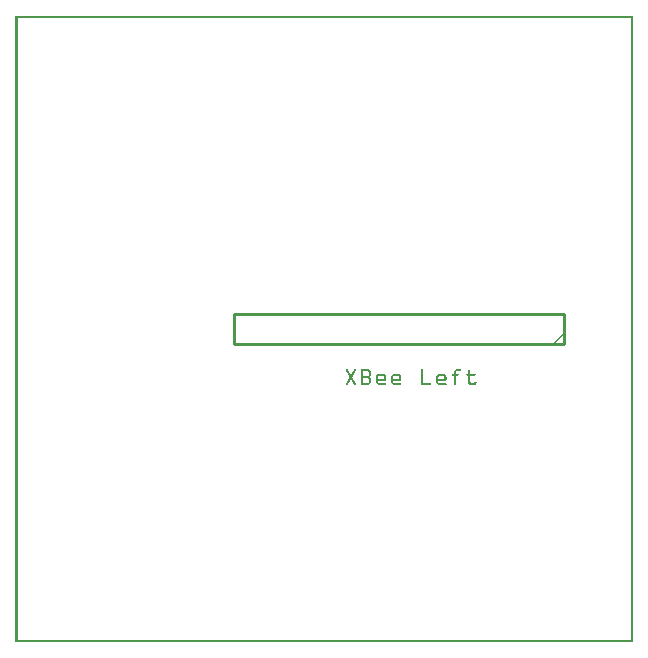
<source format=gbo>
G04 MADE WITH FRITZING*
G04 WWW.FRITZING.ORG*
G04 DOUBLE SIDED*
G04 HOLES PLATED*
G04 CONTOUR ON CENTER OF CONTOUR VECTOR*
%ASAXBY*%
%FSLAX23Y23*%
%MOIN*%
%OFA0B0*%
%SFA1.0B1.0*%
%ADD10C,0.010000*%
%ADD11R,0.001000X0.001000*%
%LNSILK0*%
G90*
G70*
G54D10*
X1829Y996D02*
X729Y996D01*
D02*
X729Y996D02*
X729Y1096D01*
D02*
X729Y1096D02*
X1829Y1096D01*
D02*
X1829Y1096D02*
X1829Y996D01*
G54D11*
X0Y2088D02*
X2058Y2088D01*
X0Y2087D02*
X2058Y2087D01*
X0Y2086D02*
X2058Y2086D01*
X0Y2085D02*
X2058Y2085D01*
X0Y2084D02*
X2058Y2084D01*
X0Y2083D02*
X2058Y2083D01*
X0Y2082D02*
X2058Y2082D01*
X0Y2081D02*
X2058Y2081D01*
X0Y2080D02*
X7Y2080D01*
X2051Y2080D02*
X2058Y2080D01*
X0Y2079D02*
X7Y2079D01*
X2051Y2079D02*
X2058Y2079D01*
X0Y2078D02*
X7Y2078D01*
X2051Y2078D02*
X2058Y2078D01*
X0Y2077D02*
X7Y2077D01*
X2051Y2077D02*
X2058Y2077D01*
X0Y2076D02*
X7Y2076D01*
X2051Y2076D02*
X2058Y2076D01*
X0Y2075D02*
X7Y2075D01*
X2051Y2075D02*
X2058Y2075D01*
X0Y2074D02*
X7Y2074D01*
X2051Y2074D02*
X2058Y2074D01*
X0Y2073D02*
X7Y2073D01*
X2051Y2073D02*
X2058Y2073D01*
X0Y2072D02*
X7Y2072D01*
X2051Y2072D02*
X2058Y2072D01*
X0Y2071D02*
X7Y2071D01*
X2051Y2071D02*
X2058Y2071D01*
X0Y2070D02*
X7Y2070D01*
X2051Y2070D02*
X2058Y2070D01*
X0Y2069D02*
X7Y2069D01*
X2051Y2069D02*
X2058Y2069D01*
X0Y2068D02*
X7Y2068D01*
X2051Y2068D02*
X2058Y2068D01*
X0Y2067D02*
X7Y2067D01*
X2051Y2067D02*
X2058Y2067D01*
X0Y2066D02*
X7Y2066D01*
X2051Y2066D02*
X2058Y2066D01*
X0Y2065D02*
X7Y2065D01*
X2051Y2065D02*
X2058Y2065D01*
X0Y2064D02*
X7Y2064D01*
X2051Y2064D02*
X2058Y2064D01*
X0Y2063D02*
X7Y2063D01*
X2051Y2063D02*
X2058Y2063D01*
X0Y2062D02*
X7Y2062D01*
X2051Y2062D02*
X2058Y2062D01*
X0Y2061D02*
X7Y2061D01*
X2051Y2061D02*
X2058Y2061D01*
X0Y2060D02*
X7Y2060D01*
X2051Y2060D02*
X2058Y2060D01*
X0Y2059D02*
X7Y2059D01*
X2051Y2059D02*
X2058Y2059D01*
X0Y2058D02*
X7Y2058D01*
X2051Y2058D02*
X2058Y2058D01*
X0Y2057D02*
X7Y2057D01*
X2051Y2057D02*
X2058Y2057D01*
X0Y2056D02*
X7Y2056D01*
X2051Y2056D02*
X2058Y2056D01*
X0Y2055D02*
X7Y2055D01*
X2051Y2055D02*
X2058Y2055D01*
X0Y2054D02*
X7Y2054D01*
X2051Y2054D02*
X2058Y2054D01*
X0Y2053D02*
X7Y2053D01*
X2051Y2053D02*
X2058Y2053D01*
X0Y2052D02*
X7Y2052D01*
X2051Y2052D02*
X2058Y2052D01*
X0Y2051D02*
X7Y2051D01*
X2051Y2051D02*
X2058Y2051D01*
X0Y2050D02*
X7Y2050D01*
X2051Y2050D02*
X2058Y2050D01*
X0Y2049D02*
X7Y2049D01*
X2051Y2049D02*
X2058Y2049D01*
X0Y2048D02*
X7Y2048D01*
X2051Y2048D02*
X2058Y2048D01*
X0Y2047D02*
X7Y2047D01*
X2051Y2047D02*
X2058Y2047D01*
X0Y2046D02*
X7Y2046D01*
X2051Y2046D02*
X2058Y2046D01*
X0Y2045D02*
X7Y2045D01*
X2051Y2045D02*
X2058Y2045D01*
X0Y2044D02*
X7Y2044D01*
X2051Y2044D02*
X2058Y2044D01*
X0Y2043D02*
X7Y2043D01*
X2051Y2043D02*
X2058Y2043D01*
X0Y2042D02*
X7Y2042D01*
X2051Y2042D02*
X2058Y2042D01*
X0Y2041D02*
X7Y2041D01*
X2051Y2041D02*
X2058Y2041D01*
X0Y2040D02*
X7Y2040D01*
X2051Y2040D02*
X2058Y2040D01*
X0Y2039D02*
X7Y2039D01*
X2051Y2039D02*
X2058Y2039D01*
X0Y2038D02*
X7Y2038D01*
X2051Y2038D02*
X2058Y2038D01*
X0Y2037D02*
X7Y2037D01*
X2051Y2037D02*
X2058Y2037D01*
X0Y2036D02*
X7Y2036D01*
X2051Y2036D02*
X2058Y2036D01*
X0Y2035D02*
X7Y2035D01*
X2051Y2035D02*
X2058Y2035D01*
X0Y2034D02*
X7Y2034D01*
X2051Y2034D02*
X2058Y2034D01*
X0Y2033D02*
X7Y2033D01*
X2051Y2033D02*
X2058Y2033D01*
X0Y2032D02*
X7Y2032D01*
X2051Y2032D02*
X2058Y2032D01*
X0Y2031D02*
X7Y2031D01*
X2051Y2031D02*
X2058Y2031D01*
X0Y2030D02*
X7Y2030D01*
X2051Y2030D02*
X2058Y2030D01*
X0Y2029D02*
X7Y2029D01*
X2051Y2029D02*
X2058Y2029D01*
X0Y2028D02*
X7Y2028D01*
X2051Y2028D02*
X2058Y2028D01*
X0Y2027D02*
X7Y2027D01*
X2051Y2027D02*
X2058Y2027D01*
X0Y2026D02*
X7Y2026D01*
X2051Y2026D02*
X2058Y2026D01*
X0Y2025D02*
X7Y2025D01*
X2051Y2025D02*
X2058Y2025D01*
X0Y2024D02*
X7Y2024D01*
X2051Y2024D02*
X2058Y2024D01*
X0Y2023D02*
X7Y2023D01*
X2051Y2023D02*
X2058Y2023D01*
X0Y2022D02*
X7Y2022D01*
X2051Y2022D02*
X2058Y2022D01*
X0Y2021D02*
X7Y2021D01*
X2051Y2021D02*
X2058Y2021D01*
X0Y2020D02*
X7Y2020D01*
X2051Y2020D02*
X2058Y2020D01*
X0Y2019D02*
X7Y2019D01*
X2051Y2019D02*
X2058Y2019D01*
X0Y2018D02*
X7Y2018D01*
X2051Y2018D02*
X2058Y2018D01*
X0Y2017D02*
X7Y2017D01*
X2051Y2017D02*
X2058Y2017D01*
X0Y2016D02*
X7Y2016D01*
X2051Y2016D02*
X2058Y2016D01*
X0Y2015D02*
X7Y2015D01*
X2051Y2015D02*
X2058Y2015D01*
X0Y2014D02*
X7Y2014D01*
X2051Y2014D02*
X2058Y2014D01*
X0Y2013D02*
X7Y2013D01*
X2051Y2013D02*
X2058Y2013D01*
X0Y2012D02*
X7Y2012D01*
X2051Y2012D02*
X2058Y2012D01*
X0Y2011D02*
X7Y2011D01*
X2051Y2011D02*
X2058Y2011D01*
X0Y2010D02*
X7Y2010D01*
X2051Y2010D02*
X2058Y2010D01*
X0Y2009D02*
X7Y2009D01*
X2051Y2009D02*
X2058Y2009D01*
X0Y2008D02*
X7Y2008D01*
X2051Y2008D02*
X2058Y2008D01*
X0Y2007D02*
X7Y2007D01*
X2051Y2007D02*
X2058Y2007D01*
X0Y2006D02*
X7Y2006D01*
X2051Y2006D02*
X2058Y2006D01*
X0Y2005D02*
X7Y2005D01*
X2051Y2005D02*
X2058Y2005D01*
X0Y2004D02*
X7Y2004D01*
X2051Y2004D02*
X2058Y2004D01*
X0Y2003D02*
X7Y2003D01*
X2051Y2003D02*
X2058Y2003D01*
X0Y2002D02*
X7Y2002D01*
X2051Y2002D02*
X2058Y2002D01*
X0Y2001D02*
X7Y2001D01*
X2051Y2001D02*
X2058Y2001D01*
X0Y2000D02*
X7Y2000D01*
X2051Y2000D02*
X2058Y2000D01*
X0Y1999D02*
X7Y1999D01*
X2051Y1999D02*
X2058Y1999D01*
X0Y1998D02*
X7Y1998D01*
X2051Y1998D02*
X2058Y1998D01*
X0Y1997D02*
X7Y1997D01*
X2051Y1997D02*
X2058Y1997D01*
X0Y1996D02*
X7Y1996D01*
X2051Y1996D02*
X2058Y1996D01*
X0Y1995D02*
X7Y1995D01*
X2051Y1995D02*
X2058Y1995D01*
X0Y1994D02*
X7Y1994D01*
X2051Y1994D02*
X2058Y1994D01*
X0Y1993D02*
X7Y1993D01*
X2051Y1993D02*
X2058Y1993D01*
X0Y1992D02*
X7Y1992D01*
X2051Y1992D02*
X2058Y1992D01*
X0Y1991D02*
X7Y1991D01*
X2051Y1991D02*
X2058Y1991D01*
X0Y1990D02*
X7Y1990D01*
X2051Y1990D02*
X2058Y1990D01*
X0Y1989D02*
X7Y1989D01*
X2051Y1989D02*
X2058Y1989D01*
X0Y1988D02*
X7Y1988D01*
X2051Y1988D02*
X2058Y1988D01*
X0Y1987D02*
X7Y1987D01*
X2051Y1987D02*
X2058Y1987D01*
X0Y1986D02*
X7Y1986D01*
X2051Y1986D02*
X2058Y1986D01*
X0Y1985D02*
X7Y1985D01*
X2051Y1985D02*
X2058Y1985D01*
X0Y1984D02*
X7Y1984D01*
X2051Y1984D02*
X2058Y1984D01*
X0Y1983D02*
X7Y1983D01*
X2051Y1983D02*
X2058Y1983D01*
X0Y1982D02*
X7Y1982D01*
X2051Y1982D02*
X2058Y1982D01*
X0Y1981D02*
X7Y1981D01*
X2051Y1981D02*
X2058Y1981D01*
X0Y1980D02*
X7Y1980D01*
X2051Y1980D02*
X2058Y1980D01*
X0Y1979D02*
X7Y1979D01*
X2051Y1979D02*
X2058Y1979D01*
X0Y1978D02*
X7Y1978D01*
X2051Y1978D02*
X2058Y1978D01*
X0Y1977D02*
X7Y1977D01*
X2051Y1977D02*
X2058Y1977D01*
X0Y1976D02*
X7Y1976D01*
X2051Y1976D02*
X2058Y1976D01*
X0Y1975D02*
X7Y1975D01*
X2051Y1975D02*
X2058Y1975D01*
X0Y1974D02*
X7Y1974D01*
X2051Y1974D02*
X2058Y1974D01*
X0Y1973D02*
X7Y1973D01*
X2051Y1973D02*
X2058Y1973D01*
X0Y1972D02*
X7Y1972D01*
X2051Y1972D02*
X2058Y1972D01*
X0Y1971D02*
X7Y1971D01*
X2051Y1971D02*
X2058Y1971D01*
X0Y1970D02*
X7Y1970D01*
X2051Y1970D02*
X2058Y1970D01*
X0Y1969D02*
X7Y1969D01*
X2051Y1969D02*
X2058Y1969D01*
X0Y1968D02*
X7Y1968D01*
X2051Y1968D02*
X2058Y1968D01*
X0Y1967D02*
X7Y1967D01*
X2051Y1967D02*
X2058Y1967D01*
X0Y1966D02*
X7Y1966D01*
X2051Y1966D02*
X2058Y1966D01*
X0Y1965D02*
X7Y1965D01*
X2051Y1965D02*
X2058Y1965D01*
X0Y1964D02*
X7Y1964D01*
X2051Y1964D02*
X2058Y1964D01*
X0Y1963D02*
X7Y1963D01*
X2051Y1963D02*
X2058Y1963D01*
X0Y1962D02*
X7Y1962D01*
X2051Y1962D02*
X2058Y1962D01*
X0Y1961D02*
X7Y1961D01*
X2051Y1961D02*
X2058Y1961D01*
X0Y1960D02*
X7Y1960D01*
X2051Y1960D02*
X2058Y1960D01*
X0Y1959D02*
X7Y1959D01*
X2051Y1959D02*
X2058Y1959D01*
X0Y1958D02*
X7Y1958D01*
X2051Y1958D02*
X2058Y1958D01*
X0Y1957D02*
X7Y1957D01*
X2051Y1957D02*
X2058Y1957D01*
X0Y1956D02*
X7Y1956D01*
X2051Y1956D02*
X2058Y1956D01*
X0Y1955D02*
X7Y1955D01*
X2051Y1955D02*
X2058Y1955D01*
X0Y1954D02*
X7Y1954D01*
X2051Y1954D02*
X2058Y1954D01*
X0Y1953D02*
X7Y1953D01*
X2051Y1953D02*
X2058Y1953D01*
X0Y1952D02*
X7Y1952D01*
X2051Y1952D02*
X2058Y1952D01*
X0Y1951D02*
X7Y1951D01*
X2051Y1951D02*
X2058Y1951D01*
X0Y1950D02*
X7Y1950D01*
X2051Y1950D02*
X2058Y1950D01*
X0Y1949D02*
X7Y1949D01*
X2051Y1949D02*
X2058Y1949D01*
X0Y1948D02*
X7Y1948D01*
X2051Y1948D02*
X2058Y1948D01*
X0Y1947D02*
X7Y1947D01*
X2051Y1947D02*
X2058Y1947D01*
X0Y1946D02*
X7Y1946D01*
X2051Y1946D02*
X2058Y1946D01*
X0Y1945D02*
X7Y1945D01*
X2051Y1945D02*
X2058Y1945D01*
X0Y1944D02*
X7Y1944D01*
X2051Y1944D02*
X2058Y1944D01*
X0Y1943D02*
X7Y1943D01*
X2051Y1943D02*
X2058Y1943D01*
X0Y1942D02*
X7Y1942D01*
X2051Y1942D02*
X2058Y1942D01*
X0Y1941D02*
X7Y1941D01*
X2051Y1941D02*
X2058Y1941D01*
X0Y1940D02*
X7Y1940D01*
X2051Y1940D02*
X2058Y1940D01*
X0Y1939D02*
X7Y1939D01*
X2051Y1939D02*
X2058Y1939D01*
X0Y1938D02*
X7Y1938D01*
X2051Y1938D02*
X2058Y1938D01*
X0Y1937D02*
X7Y1937D01*
X2051Y1937D02*
X2058Y1937D01*
X0Y1936D02*
X7Y1936D01*
X2051Y1936D02*
X2058Y1936D01*
X0Y1935D02*
X7Y1935D01*
X2051Y1935D02*
X2058Y1935D01*
X0Y1934D02*
X7Y1934D01*
X2051Y1934D02*
X2058Y1934D01*
X0Y1933D02*
X7Y1933D01*
X2051Y1933D02*
X2058Y1933D01*
X0Y1932D02*
X7Y1932D01*
X2051Y1932D02*
X2058Y1932D01*
X0Y1931D02*
X7Y1931D01*
X2051Y1931D02*
X2058Y1931D01*
X0Y1930D02*
X7Y1930D01*
X2051Y1930D02*
X2058Y1930D01*
X0Y1929D02*
X7Y1929D01*
X2051Y1929D02*
X2058Y1929D01*
X0Y1928D02*
X7Y1928D01*
X2051Y1928D02*
X2058Y1928D01*
X0Y1927D02*
X7Y1927D01*
X2051Y1927D02*
X2058Y1927D01*
X0Y1926D02*
X7Y1926D01*
X2051Y1926D02*
X2058Y1926D01*
X0Y1925D02*
X7Y1925D01*
X2051Y1925D02*
X2058Y1925D01*
X0Y1924D02*
X7Y1924D01*
X2051Y1924D02*
X2058Y1924D01*
X0Y1923D02*
X7Y1923D01*
X2051Y1923D02*
X2058Y1923D01*
X0Y1922D02*
X7Y1922D01*
X2051Y1922D02*
X2058Y1922D01*
X0Y1921D02*
X7Y1921D01*
X2051Y1921D02*
X2058Y1921D01*
X0Y1920D02*
X7Y1920D01*
X2051Y1920D02*
X2058Y1920D01*
X0Y1919D02*
X7Y1919D01*
X2051Y1919D02*
X2058Y1919D01*
X0Y1918D02*
X7Y1918D01*
X2051Y1918D02*
X2058Y1918D01*
X0Y1917D02*
X7Y1917D01*
X2051Y1917D02*
X2058Y1917D01*
X0Y1916D02*
X7Y1916D01*
X2051Y1916D02*
X2058Y1916D01*
X0Y1915D02*
X7Y1915D01*
X2051Y1915D02*
X2058Y1915D01*
X0Y1914D02*
X7Y1914D01*
X2051Y1914D02*
X2058Y1914D01*
X0Y1913D02*
X7Y1913D01*
X2051Y1913D02*
X2058Y1913D01*
X0Y1912D02*
X7Y1912D01*
X2051Y1912D02*
X2058Y1912D01*
X0Y1911D02*
X7Y1911D01*
X2051Y1911D02*
X2058Y1911D01*
X0Y1910D02*
X7Y1910D01*
X2051Y1910D02*
X2058Y1910D01*
X0Y1909D02*
X7Y1909D01*
X2051Y1909D02*
X2058Y1909D01*
X0Y1908D02*
X7Y1908D01*
X2051Y1908D02*
X2058Y1908D01*
X0Y1907D02*
X7Y1907D01*
X2051Y1907D02*
X2058Y1907D01*
X0Y1906D02*
X7Y1906D01*
X2051Y1906D02*
X2058Y1906D01*
X0Y1905D02*
X7Y1905D01*
X2051Y1905D02*
X2058Y1905D01*
X0Y1904D02*
X7Y1904D01*
X2051Y1904D02*
X2058Y1904D01*
X0Y1903D02*
X7Y1903D01*
X2051Y1903D02*
X2058Y1903D01*
X0Y1902D02*
X7Y1902D01*
X2051Y1902D02*
X2058Y1902D01*
X0Y1901D02*
X7Y1901D01*
X2051Y1901D02*
X2058Y1901D01*
X0Y1900D02*
X7Y1900D01*
X2051Y1900D02*
X2058Y1900D01*
X0Y1899D02*
X7Y1899D01*
X2051Y1899D02*
X2058Y1899D01*
X0Y1898D02*
X7Y1898D01*
X2051Y1898D02*
X2058Y1898D01*
X0Y1897D02*
X7Y1897D01*
X2051Y1897D02*
X2058Y1897D01*
X0Y1896D02*
X7Y1896D01*
X2051Y1896D02*
X2058Y1896D01*
X0Y1895D02*
X7Y1895D01*
X2051Y1895D02*
X2058Y1895D01*
X0Y1894D02*
X7Y1894D01*
X2051Y1894D02*
X2058Y1894D01*
X0Y1893D02*
X7Y1893D01*
X2051Y1893D02*
X2058Y1893D01*
X0Y1892D02*
X7Y1892D01*
X2051Y1892D02*
X2058Y1892D01*
X0Y1891D02*
X7Y1891D01*
X2051Y1891D02*
X2058Y1891D01*
X0Y1890D02*
X7Y1890D01*
X2051Y1890D02*
X2058Y1890D01*
X0Y1889D02*
X7Y1889D01*
X2051Y1889D02*
X2058Y1889D01*
X0Y1888D02*
X7Y1888D01*
X2051Y1888D02*
X2058Y1888D01*
X0Y1887D02*
X7Y1887D01*
X2051Y1887D02*
X2058Y1887D01*
X0Y1886D02*
X7Y1886D01*
X2051Y1886D02*
X2058Y1886D01*
X0Y1885D02*
X7Y1885D01*
X2051Y1885D02*
X2058Y1885D01*
X0Y1884D02*
X7Y1884D01*
X2051Y1884D02*
X2058Y1884D01*
X0Y1883D02*
X7Y1883D01*
X2051Y1883D02*
X2058Y1883D01*
X0Y1882D02*
X7Y1882D01*
X2051Y1882D02*
X2058Y1882D01*
X0Y1881D02*
X7Y1881D01*
X2051Y1881D02*
X2058Y1881D01*
X0Y1880D02*
X7Y1880D01*
X2051Y1880D02*
X2058Y1880D01*
X0Y1879D02*
X7Y1879D01*
X2051Y1879D02*
X2058Y1879D01*
X0Y1878D02*
X7Y1878D01*
X2051Y1878D02*
X2058Y1878D01*
X0Y1877D02*
X7Y1877D01*
X2051Y1877D02*
X2058Y1877D01*
X0Y1876D02*
X7Y1876D01*
X2051Y1876D02*
X2058Y1876D01*
X0Y1875D02*
X7Y1875D01*
X2051Y1875D02*
X2058Y1875D01*
X0Y1874D02*
X7Y1874D01*
X2051Y1874D02*
X2058Y1874D01*
X0Y1873D02*
X7Y1873D01*
X2051Y1873D02*
X2058Y1873D01*
X0Y1872D02*
X7Y1872D01*
X2051Y1872D02*
X2058Y1872D01*
X0Y1871D02*
X7Y1871D01*
X2051Y1871D02*
X2058Y1871D01*
X0Y1870D02*
X7Y1870D01*
X2051Y1870D02*
X2058Y1870D01*
X0Y1869D02*
X7Y1869D01*
X2051Y1869D02*
X2058Y1869D01*
X0Y1868D02*
X7Y1868D01*
X2051Y1868D02*
X2058Y1868D01*
X0Y1867D02*
X7Y1867D01*
X2051Y1867D02*
X2058Y1867D01*
X0Y1866D02*
X7Y1866D01*
X2051Y1866D02*
X2058Y1866D01*
X0Y1865D02*
X7Y1865D01*
X2051Y1865D02*
X2058Y1865D01*
X0Y1864D02*
X7Y1864D01*
X2051Y1864D02*
X2058Y1864D01*
X0Y1863D02*
X7Y1863D01*
X2051Y1863D02*
X2058Y1863D01*
X0Y1862D02*
X7Y1862D01*
X2051Y1862D02*
X2058Y1862D01*
X0Y1861D02*
X7Y1861D01*
X2051Y1861D02*
X2058Y1861D01*
X0Y1860D02*
X7Y1860D01*
X2051Y1860D02*
X2058Y1860D01*
X0Y1859D02*
X7Y1859D01*
X2051Y1859D02*
X2058Y1859D01*
X0Y1858D02*
X7Y1858D01*
X2051Y1858D02*
X2058Y1858D01*
X0Y1857D02*
X7Y1857D01*
X2051Y1857D02*
X2058Y1857D01*
X0Y1856D02*
X7Y1856D01*
X2051Y1856D02*
X2058Y1856D01*
X0Y1855D02*
X7Y1855D01*
X2051Y1855D02*
X2058Y1855D01*
X0Y1854D02*
X7Y1854D01*
X2051Y1854D02*
X2058Y1854D01*
X0Y1853D02*
X7Y1853D01*
X2051Y1853D02*
X2058Y1853D01*
X0Y1852D02*
X7Y1852D01*
X2051Y1852D02*
X2058Y1852D01*
X0Y1851D02*
X7Y1851D01*
X2051Y1851D02*
X2058Y1851D01*
X0Y1850D02*
X7Y1850D01*
X2051Y1850D02*
X2058Y1850D01*
X0Y1849D02*
X7Y1849D01*
X2051Y1849D02*
X2058Y1849D01*
X0Y1848D02*
X7Y1848D01*
X2051Y1848D02*
X2058Y1848D01*
X0Y1847D02*
X7Y1847D01*
X2051Y1847D02*
X2058Y1847D01*
X0Y1846D02*
X7Y1846D01*
X2051Y1846D02*
X2058Y1846D01*
X0Y1845D02*
X7Y1845D01*
X2051Y1845D02*
X2058Y1845D01*
X0Y1844D02*
X7Y1844D01*
X2051Y1844D02*
X2058Y1844D01*
X0Y1843D02*
X7Y1843D01*
X2051Y1843D02*
X2058Y1843D01*
X0Y1842D02*
X7Y1842D01*
X2051Y1842D02*
X2058Y1842D01*
X0Y1841D02*
X7Y1841D01*
X2051Y1841D02*
X2058Y1841D01*
X0Y1840D02*
X7Y1840D01*
X2051Y1840D02*
X2058Y1840D01*
X0Y1839D02*
X7Y1839D01*
X2051Y1839D02*
X2058Y1839D01*
X0Y1838D02*
X7Y1838D01*
X2051Y1838D02*
X2058Y1838D01*
X0Y1837D02*
X7Y1837D01*
X2051Y1837D02*
X2058Y1837D01*
X0Y1836D02*
X7Y1836D01*
X2051Y1836D02*
X2058Y1836D01*
X0Y1835D02*
X7Y1835D01*
X2051Y1835D02*
X2058Y1835D01*
X0Y1834D02*
X7Y1834D01*
X2051Y1834D02*
X2058Y1834D01*
X0Y1833D02*
X7Y1833D01*
X2051Y1833D02*
X2058Y1833D01*
X0Y1832D02*
X7Y1832D01*
X2051Y1832D02*
X2058Y1832D01*
X0Y1831D02*
X7Y1831D01*
X2051Y1831D02*
X2058Y1831D01*
X0Y1830D02*
X7Y1830D01*
X2051Y1830D02*
X2058Y1830D01*
X0Y1829D02*
X7Y1829D01*
X2051Y1829D02*
X2058Y1829D01*
X0Y1828D02*
X7Y1828D01*
X2051Y1828D02*
X2058Y1828D01*
X0Y1827D02*
X7Y1827D01*
X2051Y1827D02*
X2058Y1827D01*
X0Y1826D02*
X7Y1826D01*
X2051Y1826D02*
X2058Y1826D01*
X0Y1825D02*
X7Y1825D01*
X2051Y1825D02*
X2058Y1825D01*
X0Y1824D02*
X7Y1824D01*
X2051Y1824D02*
X2058Y1824D01*
X0Y1823D02*
X7Y1823D01*
X2051Y1823D02*
X2058Y1823D01*
X0Y1822D02*
X7Y1822D01*
X2051Y1822D02*
X2058Y1822D01*
X0Y1821D02*
X7Y1821D01*
X2051Y1821D02*
X2058Y1821D01*
X0Y1820D02*
X7Y1820D01*
X2051Y1820D02*
X2058Y1820D01*
X0Y1819D02*
X7Y1819D01*
X2051Y1819D02*
X2058Y1819D01*
X0Y1818D02*
X7Y1818D01*
X2051Y1818D02*
X2058Y1818D01*
X0Y1817D02*
X7Y1817D01*
X2051Y1817D02*
X2058Y1817D01*
X0Y1816D02*
X7Y1816D01*
X2051Y1816D02*
X2058Y1816D01*
X0Y1815D02*
X7Y1815D01*
X2051Y1815D02*
X2058Y1815D01*
X0Y1814D02*
X7Y1814D01*
X2051Y1814D02*
X2058Y1814D01*
X0Y1813D02*
X7Y1813D01*
X2051Y1813D02*
X2058Y1813D01*
X0Y1812D02*
X7Y1812D01*
X2051Y1812D02*
X2058Y1812D01*
X0Y1811D02*
X7Y1811D01*
X2051Y1811D02*
X2058Y1811D01*
X0Y1810D02*
X7Y1810D01*
X2051Y1810D02*
X2058Y1810D01*
X0Y1809D02*
X7Y1809D01*
X2051Y1809D02*
X2058Y1809D01*
X0Y1808D02*
X7Y1808D01*
X2051Y1808D02*
X2058Y1808D01*
X0Y1807D02*
X7Y1807D01*
X2051Y1807D02*
X2058Y1807D01*
X0Y1806D02*
X7Y1806D01*
X2051Y1806D02*
X2058Y1806D01*
X0Y1805D02*
X7Y1805D01*
X2051Y1805D02*
X2058Y1805D01*
X0Y1804D02*
X7Y1804D01*
X2051Y1804D02*
X2058Y1804D01*
X0Y1803D02*
X7Y1803D01*
X2051Y1803D02*
X2058Y1803D01*
X0Y1802D02*
X7Y1802D01*
X2051Y1802D02*
X2058Y1802D01*
X0Y1801D02*
X7Y1801D01*
X2051Y1801D02*
X2058Y1801D01*
X0Y1800D02*
X7Y1800D01*
X2051Y1800D02*
X2058Y1800D01*
X0Y1799D02*
X7Y1799D01*
X2051Y1799D02*
X2058Y1799D01*
X0Y1798D02*
X7Y1798D01*
X2051Y1798D02*
X2058Y1798D01*
X0Y1797D02*
X7Y1797D01*
X2051Y1797D02*
X2058Y1797D01*
X0Y1796D02*
X7Y1796D01*
X2051Y1796D02*
X2058Y1796D01*
X0Y1795D02*
X7Y1795D01*
X2051Y1795D02*
X2058Y1795D01*
X0Y1794D02*
X7Y1794D01*
X2051Y1794D02*
X2058Y1794D01*
X0Y1793D02*
X7Y1793D01*
X2051Y1793D02*
X2058Y1793D01*
X0Y1792D02*
X7Y1792D01*
X2051Y1792D02*
X2058Y1792D01*
X0Y1791D02*
X7Y1791D01*
X2051Y1791D02*
X2058Y1791D01*
X0Y1790D02*
X7Y1790D01*
X2051Y1790D02*
X2058Y1790D01*
X0Y1789D02*
X7Y1789D01*
X2051Y1789D02*
X2058Y1789D01*
X0Y1788D02*
X7Y1788D01*
X2051Y1788D02*
X2058Y1788D01*
X0Y1787D02*
X7Y1787D01*
X2051Y1787D02*
X2058Y1787D01*
X0Y1786D02*
X7Y1786D01*
X2051Y1786D02*
X2058Y1786D01*
X0Y1785D02*
X7Y1785D01*
X2051Y1785D02*
X2058Y1785D01*
X0Y1784D02*
X7Y1784D01*
X2051Y1784D02*
X2058Y1784D01*
X0Y1783D02*
X7Y1783D01*
X2051Y1783D02*
X2058Y1783D01*
X0Y1782D02*
X7Y1782D01*
X2051Y1782D02*
X2058Y1782D01*
X0Y1781D02*
X7Y1781D01*
X2051Y1781D02*
X2058Y1781D01*
X0Y1780D02*
X7Y1780D01*
X2051Y1780D02*
X2058Y1780D01*
X0Y1779D02*
X7Y1779D01*
X2051Y1779D02*
X2058Y1779D01*
X0Y1778D02*
X7Y1778D01*
X2051Y1778D02*
X2058Y1778D01*
X0Y1777D02*
X7Y1777D01*
X2051Y1777D02*
X2058Y1777D01*
X0Y1776D02*
X7Y1776D01*
X2051Y1776D02*
X2058Y1776D01*
X0Y1775D02*
X7Y1775D01*
X2051Y1775D02*
X2058Y1775D01*
X0Y1774D02*
X7Y1774D01*
X2051Y1774D02*
X2058Y1774D01*
X0Y1773D02*
X7Y1773D01*
X2051Y1773D02*
X2058Y1773D01*
X0Y1772D02*
X7Y1772D01*
X2051Y1772D02*
X2058Y1772D01*
X0Y1771D02*
X7Y1771D01*
X2051Y1771D02*
X2058Y1771D01*
X0Y1770D02*
X7Y1770D01*
X2051Y1770D02*
X2058Y1770D01*
X0Y1769D02*
X7Y1769D01*
X2051Y1769D02*
X2058Y1769D01*
X0Y1768D02*
X7Y1768D01*
X2051Y1768D02*
X2058Y1768D01*
X0Y1767D02*
X7Y1767D01*
X2051Y1767D02*
X2058Y1767D01*
X0Y1766D02*
X7Y1766D01*
X2051Y1766D02*
X2058Y1766D01*
X0Y1765D02*
X7Y1765D01*
X2051Y1765D02*
X2058Y1765D01*
X0Y1764D02*
X7Y1764D01*
X2051Y1764D02*
X2058Y1764D01*
X0Y1763D02*
X7Y1763D01*
X2051Y1763D02*
X2058Y1763D01*
X0Y1762D02*
X7Y1762D01*
X2051Y1762D02*
X2058Y1762D01*
X0Y1761D02*
X7Y1761D01*
X2051Y1761D02*
X2058Y1761D01*
X0Y1760D02*
X7Y1760D01*
X2051Y1760D02*
X2058Y1760D01*
X0Y1759D02*
X7Y1759D01*
X2051Y1759D02*
X2058Y1759D01*
X0Y1758D02*
X7Y1758D01*
X2051Y1758D02*
X2058Y1758D01*
X0Y1757D02*
X7Y1757D01*
X2051Y1757D02*
X2058Y1757D01*
X0Y1756D02*
X7Y1756D01*
X2051Y1756D02*
X2058Y1756D01*
X0Y1755D02*
X7Y1755D01*
X2051Y1755D02*
X2058Y1755D01*
X0Y1754D02*
X7Y1754D01*
X2051Y1754D02*
X2058Y1754D01*
X0Y1753D02*
X7Y1753D01*
X2051Y1753D02*
X2058Y1753D01*
X0Y1752D02*
X7Y1752D01*
X2051Y1752D02*
X2058Y1752D01*
X0Y1751D02*
X7Y1751D01*
X2051Y1751D02*
X2058Y1751D01*
X0Y1750D02*
X7Y1750D01*
X2051Y1750D02*
X2058Y1750D01*
X0Y1749D02*
X7Y1749D01*
X2051Y1749D02*
X2058Y1749D01*
X0Y1748D02*
X7Y1748D01*
X2051Y1748D02*
X2058Y1748D01*
X0Y1747D02*
X7Y1747D01*
X2051Y1747D02*
X2058Y1747D01*
X0Y1746D02*
X7Y1746D01*
X2051Y1746D02*
X2058Y1746D01*
X0Y1745D02*
X7Y1745D01*
X2051Y1745D02*
X2058Y1745D01*
X0Y1744D02*
X7Y1744D01*
X2051Y1744D02*
X2058Y1744D01*
X0Y1743D02*
X7Y1743D01*
X2051Y1743D02*
X2058Y1743D01*
X0Y1742D02*
X7Y1742D01*
X2051Y1742D02*
X2058Y1742D01*
X0Y1741D02*
X7Y1741D01*
X2051Y1741D02*
X2058Y1741D01*
X0Y1740D02*
X7Y1740D01*
X2051Y1740D02*
X2058Y1740D01*
X0Y1739D02*
X7Y1739D01*
X2051Y1739D02*
X2058Y1739D01*
X0Y1738D02*
X7Y1738D01*
X2051Y1738D02*
X2058Y1738D01*
X0Y1737D02*
X7Y1737D01*
X2051Y1737D02*
X2058Y1737D01*
X0Y1736D02*
X7Y1736D01*
X2051Y1736D02*
X2058Y1736D01*
X0Y1735D02*
X7Y1735D01*
X2051Y1735D02*
X2058Y1735D01*
X0Y1734D02*
X7Y1734D01*
X2051Y1734D02*
X2058Y1734D01*
X0Y1733D02*
X7Y1733D01*
X2051Y1733D02*
X2058Y1733D01*
X0Y1732D02*
X7Y1732D01*
X2051Y1732D02*
X2058Y1732D01*
X0Y1731D02*
X7Y1731D01*
X2051Y1731D02*
X2058Y1731D01*
X0Y1730D02*
X7Y1730D01*
X2051Y1730D02*
X2058Y1730D01*
X0Y1729D02*
X7Y1729D01*
X2051Y1729D02*
X2058Y1729D01*
X0Y1728D02*
X7Y1728D01*
X2051Y1728D02*
X2058Y1728D01*
X0Y1727D02*
X7Y1727D01*
X2051Y1727D02*
X2058Y1727D01*
X0Y1726D02*
X7Y1726D01*
X2051Y1726D02*
X2058Y1726D01*
X0Y1725D02*
X7Y1725D01*
X2051Y1725D02*
X2058Y1725D01*
X0Y1724D02*
X7Y1724D01*
X2051Y1724D02*
X2058Y1724D01*
X0Y1723D02*
X7Y1723D01*
X2051Y1723D02*
X2058Y1723D01*
X0Y1722D02*
X7Y1722D01*
X2051Y1722D02*
X2058Y1722D01*
X0Y1721D02*
X7Y1721D01*
X2051Y1721D02*
X2058Y1721D01*
X0Y1720D02*
X7Y1720D01*
X2051Y1720D02*
X2058Y1720D01*
X0Y1719D02*
X7Y1719D01*
X2051Y1719D02*
X2058Y1719D01*
X0Y1718D02*
X7Y1718D01*
X2051Y1718D02*
X2058Y1718D01*
X0Y1717D02*
X7Y1717D01*
X2051Y1717D02*
X2058Y1717D01*
X0Y1716D02*
X7Y1716D01*
X2051Y1716D02*
X2058Y1716D01*
X0Y1715D02*
X7Y1715D01*
X2051Y1715D02*
X2058Y1715D01*
X0Y1714D02*
X7Y1714D01*
X2051Y1714D02*
X2058Y1714D01*
X0Y1713D02*
X7Y1713D01*
X2051Y1713D02*
X2058Y1713D01*
X0Y1712D02*
X7Y1712D01*
X2051Y1712D02*
X2058Y1712D01*
X0Y1711D02*
X7Y1711D01*
X2051Y1711D02*
X2058Y1711D01*
X0Y1710D02*
X7Y1710D01*
X2051Y1710D02*
X2058Y1710D01*
X0Y1709D02*
X7Y1709D01*
X2051Y1709D02*
X2058Y1709D01*
X0Y1708D02*
X7Y1708D01*
X2051Y1708D02*
X2058Y1708D01*
X0Y1707D02*
X7Y1707D01*
X2051Y1707D02*
X2058Y1707D01*
X0Y1706D02*
X7Y1706D01*
X2051Y1706D02*
X2058Y1706D01*
X0Y1705D02*
X7Y1705D01*
X2051Y1705D02*
X2058Y1705D01*
X0Y1704D02*
X7Y1704D01*
X2051Y1704D02*
X2058Y1704D01*
X0Y1703D02*
X7Y1703D01*
X2051Y1703D02*
X2058Y1703D01*
X0Y1702D02*
X7Y1702D01*
X2051Y1702D02*
X2058Y1702D01*
X0Y1701D02*
X7Y1701D01*
X2051Y1701D02*
X2058Y1701D01*
X0Y1700D02*
X7Y1700D01*
X2051Y1700D02*
X2058Y1700D01*
X0Y1699D02*
X7Y1699D01*
X2051Y1699D02*
X2058Y1699D01*
X0Y1698D02*
X7Y1698D01*
X2051Y1698D02*
X2058Y1698D01*
X0Y1697D02*
X7Y1697D01*
X2051Y1697D02*
X2058Y1697D01*
X0Y1696D02*
X7Y1696D01*
X2051Y1696D02*
X2058Y1696D01*
X0Y1695D02*
X7Y1695D01*
X2051Y1695D02*
X2058Y1695D01*
X0Y1694D02*
X7Y1694D01*
X2051Y1694D02*
X2058Y1694D01*
X0Y1693D02*
X7Y1693D01*
X2051Y1693D02*
X2058Y1693D01*
X0Y1692D02*
X7Y1692D01*
X2051Y1692D02*
X2058Y1692D01*
X0Y1691D02*
X7Y1691D01*
X2051Y1691D02*
X2058Y1691D01*
X0Y1690D02*
X7Y1690D01*
X2051Y1690D02*
X2058Y1690D01*
X0Y1689D02*
X7Y1689D01*
X2051Y1689D02*
X2058Y1689D01*
X0Y1688D02*
X7Y1688D01*
X2051Y1688D02*
X2058Y1688D01*
X0Y1687D02*
X7Y1687D01*
X2051Y1687D02*
X2058Y1687D01*
X0Y1686D02*
X7Y1686D01*
X2051Y1686D02*
X2058Y1686D01*
X0Y1685D02*
X7Y1685D01*
X2051Y1685D02*
X2058Y1685D01*
X0Y1684D02*
X7Y1684D01*
X2051Y1684D02*
X2058Y1684D01*
X0Y1683D02*
X7Y1683D01*
X2051Y1683D02*
X2058Y1683D01*
X0Y1682D02*
X7Y1682D01*
X2051Y1682D02*
X2058Y1682D01*
X0Y1681D02*
X7Y1681D01*
X2051Y1681D02*
X2058Y1681D01*
X0Y1680D02*
X7Y1680D01*
X2051Y1680D02*
X2058Y1680D01*
X0Y1679D02*
X7Y1679D01*
X2051Y1679D02*
X2058Y1679D01*
X0Y1678D02*
X7Y1678D01*
X2051Y1678D02*
X2058Y1678D01*
X0Y1677D02*
X7Y1677D01*
X2051Y1677D02*
X2058Y1677D01*
X0Y1676D02*
X7Y1676D01*
X2051Y1676D02*
X2058Y1676D01*
X0Y1675D02*
X7Y1675D01*
X2051Y1675D02*
X2058Y1675D01*
X0Y1674D02*
X7Y1674D01*
X2051Y1674D02*
X2058Y1674D01*
X0Y1673D02*
X7Y1673D01*
X2051Y1673D02*
X2058Y1673D01*
X0Y1672D02*
X7Y1672D01*
X2051Y1672D02*
X2058Y1672D01*
X0Y1671D02*
X7Y1671D01*
X2051Y1671D02*
X2058Y1671D01*
X0Y1670D02*
X7Y1670D01*
X2051Y1670D02*
X2058Y1670D01*
X0Y1669D02*
X7Y1669D01*
X2051Y1669D02*
X2058Y1669D01*
X0Y1668D02*
X7Y1668D01*
X2051Y1668D02*
X2058Y1668D01*
X0Y1667D02*
X7Y1667D01*
X2051Y1667D02*
X2058Y1667D01*
X0Y1666D02*
X7Y1666D01*
X2051Y1666D02*
X2058Y1666D01*
X0Y1665D02*
X7Y1665D01*
X2051Y1665D02*
X2058Y1665D01*
X0Y1664D02*
X7Y1664D01*
X2051Y1664D02*
X2058Y1664D01*
X0Y1663D02*
X7Y1663D01*
X2051Y1663D02*
X2058Y1663D01*
X0Y1662D02*
X7Y1662D01*
X2051Y1662D02*
X2058Y1662D01*
X0Y1661D02*
X7Y1661D01*
X2051Y1661D02*
X2058Y1661D01*
X0Y1660D02*
X7Y1660D01*
X2051Y1660D02*
X2058Y1660D01*
X0Y1659D02*
X7Y1659D01*
X2051Y1659D02*
X2058Y1659D01*
X0Y1658D02*
X7Y1658D01*
X2051Y1658D02*
X2058Y1658D01*
X0Y1657D02*
X7Y1657D01*
X2051Y1657D02*
X2058Y1657D01*
X0Y1656D02*
X7Y1656D01*
X2051Y1656D02*
X2058Y1656D01*
X0Y1655D02*
X7Y1655D01*
X2051Y1655D02*
X2058Y1655D01*
X0Y1654D02*
X7Y1654D01*
X2051Y1654D02*
X2058Y1654D01*
X0Y1653D02*
X7Y1653D01*
X2051Y1653D02*
X2058Y1653D01*
X0Y1652D02*
X7Y1652D01*
X2051Y1652D02*
X2058Y1652D01*
X0Y1651D02*
X7Y1651D01*
X2051Y1651D02*
X2058Y1651D01*
X0Y1650D02*
X7Y1650D01*
X2051Y1650D02*
X2058Y1650D01*
X0Y1649D02*
X7Y1649D01*
X2051Y1649D02*
X2058Y1649D01*
X0Y1648D02*
X7Y1648D01*
X2051Y1648D02*
X2058Y1648D01*
X0Y1647D02*
X7Y1647D01*
X2051Y1647D02*
X2058Y1647D01*
X0Y1646D02*
X7Y1646D01*
X2051Y1646D02*
X2058Y1646D01*
X0Y1645D02*
X7Y1645D01*
X2051Y1645D02*
X2058Y1645D01*
X0Y1644D02*
X7Y1644D01*
X2051Y1644D02*
X2058Y1644D01*
X0Y1643D02*
X7Y1643D01*
X2051Y1643D02*
X2058Y1643D01*
X0Y1642D02*
X7Y1642D01*
X2051Y1642D02*
X2058Y1642D01*
X0Y1641D02*
X7Y1641D01*
X2051Y1641D02*
X2058Y1641D01*
X0Y1640D02*
X7Y1640D01*
X2051Y1640D02*
X2058Y1640D01*
X0Y1639D02*
X7Y1639D01*
X2051Y1639D02*
X2058Y1639D01*
X0Y1638D02*
X7Y1638D01*
X2051Y1638D02*
X2058Y1638D01*
X0Y1637D02*
X7Y1637D01*
X2051Y1637D02*
X2058Y1637D01*
X0Y1636D02*
X7Y1636D01*
X2051Y1636D02*
X2058Y1636D01*
X0Y1635D02*
X7Y1635D01*
X2051Y1635D02*
X2058Y1635D01*
X0Y1634D02*
X7Y1634D01*
X2051Y1634D02*
X2058Y1634D01*
X0Y1633D02*
X7Y1633D01*
X2051Y1633D02*
X2058Y1633D01*
X0Y1632D02*
X7Y1632D01*
X2051Y1632D02*
X2058Y1632D01*
X0Y1631D02*
X7Y1631D01*
X2051Y1631D02*
X2058Y1631D01*
X0Y1630D02*
X7Y1630D01*
X2051Y1630D02*
X2058Y1630D01*
X0Y1629D02*
X7Y1629D01*
X2051Y1629D02*
X2058Y1629D01*
X0Y1628D02*
X7Y1628D01*
X2051Y1628D02*
X2058Y1628D01*
X0Y1627D02*
X7Y1627D01*
X2051Y1627D02*
X2058Y1627D01*
X0Y1626D02*
X7Y1626D01*
X2051Y1626D02*
X2058Y1626D01*
X0Y1625D02*
X7Y1625D01*
X2051Y1625D02*
X2058Y1625D01*
X0Y1624D02*
X7Y1624D01*
X2051Y1624D02*
X2058Y1624D01*
X0Y1623D02*
X7Y1623D01*
X2051Y1623D02*
X2058Y1623D01*
X0Y1622D02*
X7Y1622D01*
X2051Y1622D02*
X2058Y1622D01*
X0Y1621D02*
X7Y1621D01*
X2051Y1621D02*
X2058Y1621D01*
X0Y1620D02*
X7Y1620D01*
X2051Y1620D02*
X2058Y1620D01*
X0Y1619D02*
X7Y1619D01*
X2051Y1619D02*
X2058Y1619D01*
X0Y1618D02*
X7Y1618D01*
X2051Y1618D02*
X2058Y1618D01*
X0Y1617D02*
X7Y1617D01*
X2051Y1617D02*
X2058Y1617D01*
X0Y1616D02*
X7Y1616D01*
X2051Y1616D02*
X2058Y1616D01*
X0Y1615D02*
X7Y1615D01*
X2051Y1615D02*
X2058Y1615D01*
X0Y1614D02*
X7Y1614D01*
X2051Y1614D02*
X2058Y1614D01*
X0Y1613D02*
X7Y1613D01*
X2051Y1613D02*
X2058Y1613D01*
X0Y1612D02*
X7Y1612D01*
X2051Y1612D02*
X2058Y1612D01*
X0Y1611D02*
X7Y1611D01*
X2051Y1611D02*
X2058Y1611D01*
X0Y1610D02*
X7Y1610D01*
X2051Y1610D02*
X2058Y1610D01*
X0Y1609D02*
X7Y1609D01*
X2051Y1609D02*
X2058Y1609D01*
X0Y1608D02*
X7Y1608D01*
X2051Y1608D02*
X2058Y1608D01*
X0Y1607D02*
X7Y1607D01*
X2051Y1607D02*
X2058Y1607D01*
X0Y1606D02*
X7Y1606D01*
X2051Y1606D02*
X2058Y1606D01*
X0Y1605D02*
X7Y1605D01*
X2051Y1605D02*
X2058Y1605D01*
X0Y1604D02*
X7Y1604D01*
X2051Y1604D02*
X2058Y1604D01*
X0Y1603D02*
X7Y1603D01*
X2051Y1603D02*
X2058Y1603D01*
X0Y1602D02*
X7Y1602D01*
X2051Y1602D02*
X2058Y1602D01*
X0Y1601D02*
X7Y1601D01*
X2051Y1601D02*
X2058Y1601D01*
X0Y1600D02*
X7Y1600D01*
X2051Y1600D02*
X2058Y1600D01*
X0Y1599D02*
X7Y1599D01*
X2051Y1599D02*
X2058Y1599D01*
X0Y1598D02*
X7Y1598D01*
X2051Y1598D02*
X2058Y1598D01*
X0Y1597D02*
X7Y1597D01*
X2051Y1597D02*
X2058Y1597D01*
X0Y1596D02*
X7Y1596D01*
X2051Y1596D02*
X2058Y1596D01*
X0Y1595D02*
X7Y1595D01*
X2051Y1595D02*
X2058Y1595D01*
X0Y1594D02*
X7Y1594D01*
X2051Y1594D02*
X2058Y1594D01*
X0Y1593D02*
X7Y1593D01*
X2051Y1593D02*
X2058Y1593D01*
X0Y1592D02*
X7Y1592D01*
X2051Y1592D02*
X2058Y1592D01*
X0Y1591D02*
X7Y1591D01*
X2051Y1591D02*
X2058Y1591D01*
X0Y1590D02*
X7Y1590D01*
X2051Y1590D02*
X2058Y1590D01*
X0Y1589D02*
X7Y1589D01*
X2051Y1589D02*
X2058Y1589D01*
X0Y1588D02*
X7Y1588D01*
X2051Y1588D02*
X2058Y1588D01*
X0Y1587D02*
X7Y1587D01*
X2051Y1587D02*
X2058Y1587D01*
X0Y1586D02*
X7Y1586D01*
X2051Y1586D02*
X2058Y1586D01*
X0Y1585D02*
X7Y1585D01*
X2051Y1585D02*
X2058Y1585D01*
X0Y1584D02*
X7Y1584D01*
X2051Y1584D02*
X2058Y1584D01*
X0Y1583D02*
X7Y1583D01*
X2051Y1583D02*
X2058Y1583D01*
X0Y1582D02*
X7Y1582D01*
X2051Y1582D02*
X2058Y1582D01*
X0Y1581D02*
X7Y1581D01*
X2051Y1581D02*
X2058Y1581D01*
X0Y1580D02*
X7Y1580D01*
X2051Y1580D02*
X2058Y1580D01*
X0Y1579D02*
X7Y1579D01*
X2051Y1579D02*
X2058Y1579D01*
X0Y1578D02*
X7Y1578D01*
X2051Y1578D02*
X2058Y1578D01*
X0Y1577D02*
X7Y1577D01*
X2051Y1577D02*
X2058Y1577D01*
X0Y1576D02*
X7Y1576D01*
X2051Y1576D02*
X2058Y1576D01*
X0Y1575D02*
X7Y1575D01*
X2051Y1575D02*
X2058Y1575D01*
X0Y1574D02*
X7Y1574D01*
X2051Y1574D02*
X2058Y1574D01*
X0Y1573D02*
X7Y1573D01*
X2051Y1573D02*
X2058Y1573D01*
X0Y1572D02*
X7Y1572D01*
X2051Y1572D02*
X2058Y1572D01*
X0Y1571D02*
X7Y1571D01*
X2051Y1571D02*
X2058Y1571D01*
X0Y1570D02*
X7Y1570D01*
X2051Y1570D02*
X2058Y1570D01*
X0Y1569D02*
X7Y1569D01*
X2051Y1569D02*
X2058Y1569D01*
X0Y1568D02*
X7Y1568D01*
X2051Y1568D02*
X2058Y1568D01*
X0Y1567D02*
X7Y1567D01*
X2051Y1567D02*
X2058Y1567D01*
X0Y1566D02*
X7Y1566D01*
X2051Y1566D02*
X2058Y1566D01*
X0Y1565D02*
X7Y1565D01*
X2051Y1565D02*
X2058Y1565D01*
X0Y1564D02*
X7Y1564D01*
X2051Y1564D02*
X2058Y1564D01*
X0Y1563D02*
X7Y1563D01*
X2051Y1563D02*
X2058Y1563D01*
X0Y1562D02*
X7Y1562D01*
X2051Y1562D02*
X2058Y1562D01*
X0Y1561D02*
X7Y1561D01*
X2051Y1561D02*
X2058Y1561D01*
X0Y1560D02*
X7Y1560D01*
X2051Y1560D02*
X2058Y1560D01*
X0Y1559D02*
X7Y1559D01*
X2051Y1559D02*
X2058Y1559D01*
X0Y1558D02*
X7Y1558D01*
X2051Y1558D02*
X2058Y1558D01*
X0Y1557D02*
X7Y1557D01*
X2051Y1557D02*
X2058Y1557D01*
X0Y1556D02*
X7Y1556D01*
X2051Y1556D02*
X2058Y1556D01*
X0Y1555D02*
X7Y1555D01*
X2051Y1555D02*
X2058Y1555D01*
X0Y1554D02*
X7Y1554D01*
X2051Y1554D02*
X2058Y1554D01*
X0Y1553D02*
X7Y1553D01*
X2051Y1553D02*
X2058Y1553D01*
X0Y1552D02*
X7Y1552D01*
X2051Y1552D02*
X2058Y1552D01*
X0Y1551D02*
X7Y1551D01*
X2051Y1551D02*
X2058Y1551D01*
X0Y1550D02*
X7Y1550D01*
X2051Y1550D02*
X2058Y1550D01*
X0Y1549D02*
X7Y1549D01*
X2051Y1549D02*
X2058Y1549D01*
X0Y1548D02*
X7Y1548D01*
X2051Y1548D02*
X2058Y1548D01*
X0Y1547D02*
X7Y1547D01*
X2051Y1547D02*
X2058Y1547D01*
X0Y1546D02*
X7Y1546D01*
X2051Y1546D02*
X2058Y1546D01*
X0Y1545D02*
X7Y1545D01*
X2051Y1545D02*
X2058Y1545D01*
X0Y1544D02*
X7Y1544D01*
X2051Y1544D02*
X2058Y1544D01*
X0Y1543D02*
X7Y1543D01*
X2051Y1543D02*
X2058Y1543D01*
X0Y1542D02*
X7Y1542D01*
X2051Y1542D02*
X2058Y1542D01*
X0Y1541D02*
X7Y1541D01*
X2051Y1541D02*
X2058Y1541D01*
X0Y1540D02*
X7Y1540D01*
X2051Y1540D02*
X2058Y1540D01*
X0Y1539D02*
X7Y1539D01*
X2051Y1539D02*
X2058Y1539D01*
X0Y1538D02*
X7Y1538D01*
X2051Y1538D02*
X2058Y1538D01*
X0Y1537D02*
X7Y1537D01*
X2051Y1537D02*
X2058Y1537D01*
X0Y1536D02*
X7Y1536D01*
X2051Y1536D02*
X2058Y1536D01*
X0Y1535D02*
X7Y1535D01*
X2051Y1535D02*
X2058Y1535D01*
X0Y1534D02*
X7Y1534D01*
X2051Y1534D02*
X2058Y1534D01*
X0Y1533D02*
X7Y1533D01*
X2051Y1533D02*
X2058Y1533D01*
X0Y1532D02*
X7Y1532D01*
X2051Y1532D02*
X2058Y1532D01*
X0Y1531D02*
X7Y1531D01*
X2051Y1531D02*
X2058Y1531D01*
X0Y1530D02*
X7Y1530D01*
X2051Y1530D02*
X2058Y1530D01*
X0Y1529D02*
X7Y1529D01*
X2051Y1529D02*
X2058Y1529D01*
X0Y1528D02*
X7Y1528D01*
X2051Y1528D02*
X2058Y1528D01*
X0Y1527D02*
X7Y1527D01*
X2051Y1527D02*
X2058Y1527D01*
X0Y1526D02*
X7Y1526D01*
X2051Y1526D02*
X2058Y1526D01*
X0Y1525D02*
X7Y1525D01*
X2051Y1525D02*
X2058Y1525D01*
X0Y1524D02*
X7Y1524D01*
X2051Y1524D02*
X2058Y1524D01*
X0Y1523D02*
X7Y1523D01*
X2051Y1523D02*
X2058Y1523D01*
X0Y1522D02*
X7Y1522D01*
X2051Y1522D02*
X2058Y1522D01*
X0Y1521D02*
X7Y1521D01*
X2051Y1521D02*
X2058Y1521D01*
X0Y1520D02*
X7Y1520D01*
X2051Y1520D02*
X2058Y1520D01*
X0Y1519D02*
X7Y1519D01*
X2051Y1519D02*
X2058Y1519D01*
X0Y1518D02*
X7Y1518D01*
X2051Y1518D02*
X2058Y1518D01*
X0Y1517D02*
X7Y1517D01*
X2051Y1517D02*
X2058Y1517D01*
X0Y1516D02*
X7Y1516D01*
X2051Y1516D02*
X2058Y1516D01*
X0Y1515D02*
X7Y1515D01*
X2051Y1515D02*
X2058Y1515D01*
X0Y1514D02*
X7Y1514D01*
X2051Y1514D02*
X2058Y1514D01*
X0Y1513D02*
X7Y1513D01*
X2051Y1513D02*
X2058Y1513D01*
X0Y1512D02*
X7Y1512D01*
X2051Y1512D02*
X2058Y1512D01*
X0Y1511D02*
X7Y1511D01*
X2051Y1511D02*
X2058Y1511D01*
X0Y1510D02*
X7Y1510D01*
X2051Y1510D02*
X2058Y1510D01*
X0Y1509D02*
X7Y1509D01*
X2051Y1509D02*
X2058Y1509D01*
X0Y1508D02*
X7Y1508D01*
X2051Y1508D02*
X2058Y1508D01*
X0Y1507D02*
X7Y1507D01*
X2051Y1507D02*
X2058Y1507D01*
X0Y1506D02*
X7Y1506D01*
X2051Y1506D02*
X2058Y1506D01*
X0Y1505D02*
X7Y1505D01*
X2051Y1505D02*
X2058Y1505D01*
X0Y1504D02*
X7Y1504D01*
X2051Y1504D02*
X2058Y1504D01*
X0Y1503D02*
X7Y1503D01*
X2051Y1503D02*
X2058Y1503D01*
X0Y1502D02*
X7Y1502D01*
X2051Y1502D02*
X2058Y1502D01*
X0Y1501D02*
X7Y1501D01*
X2051Y1501D02*
X2058Y1501D01*
X0Y1500D02*
X7Y1500D01*
X2051Y1500D02*
X2058Y1500D01*
X0Y1499D02*
X7Y1499D01*
X2051Y1499D02*
X2058Y1499D01*
X0Y1498D02*
X7Y1498D01*
X2051Y1498D02*
X2058Y1498D01*
X0Y1497D02*
X7Y1497D01*
X2051Y1497D02*
X2058Y1497D01*
X0Y1496D02*
X7Y1496D01*
X2051Y1496D02*
X2058Y1496D01*
X0Y1495D02*
X7Y1495D01*
X2051Y1495D02*
X2058Y1495D01*
X0Y1494D02*
X7Y1494D01*
X2051Y1494D02*
X2058Y1494D01*
X0Y1493D02*
X7Y1493D01*
X2051Y1493D02*
X2058Y1493D01*
X0Y1492D02*
X7Y1492D01*
X2051Y1492D02*
X2058Y1492D01*
X0Y1491D02*
X7Y1491D01*
X2051Y1491D02*
X2058Y1491D01*
X0Y1490D02*
X7Y1490D01*
X2051Y1490D02*
X2058Y1490D01*
X0Y1489D02*
X7Y1489D01*
X2051Y1489D02*
X2058Y1489D01*
X0Y1488D02*
X7Y1488D01*
X2051Y1488D02*
X2058Y1488D01*
X0Y1487D02*
X7Y1487D01*
X2051Y1487D02*
X2058Y1487D01*
X0Y1486D02*
X7Y1486D01*
X2051Y1486D02*
X2058Y1486D01*
X0Y1485D02*
X7Y1485D01*
X2051Y1485D02*
X2058Y1485D01*
X0Y1484D02*
X7Y1484D01*
X2051Y1484D02*
X2058Y1484D01*
X0Y1483D02*
X7Y1483D01*
X2051Y1483D02*
X2058Y1483D01*
X0Y1482D02*
X7Y1482D01*
X2051Y1482D02*
X2058Y1482D01*
X0Y1481D02*
X7Y1481D01*
X2051Y1481D02*
X2058Y1481D01*
X0Y1480D02*
X7Y1480D01*
X2051Y1480D02*
X2058Y1480D01*
X0Y1479D02*
X7Y1479D01*
X2051Y1479D02*
X2058Y1479D01*
X0Y1478D02*
X7Y1478D01*
X2051Y1478D02*
X2058Y1478D01*
X0Y1477D02*
X7Y1477D01*
X2051Y1477D02*
X2058Y1477D01*
X0Y1476D02*
X7Y1476D01*
X2051Y1476D02*
X2058Y1476D01*
X0Y1475D02*
X7Y1475D01*
X2051Y1475D02*
X2058Y1475D01*
X0Y1474D02*
X7Y1474D01*
X2051Y1474D02*
X2058Y1474D01*
X0Y1473D02*
X7Y1473D01*
X2051Y1473D02*
X2058Y1473D01*
X0Y1472D02*
X7Y1472D01*
X2051Y1472D02*
X2058Y1472D01*
X0Y1471D02*
X7Y1471D01*
X2051Y1471D02*
X2058Y1471D01*
X0Y1470D02*
X7Y1470D01*
X2051Y1470D02*
X2058Y1470D01*
X0Y1469D02*
X7Y1469D01*
X2051Y1469D02*
X2058Y1469D01*
X0Y1468D02*
X7Y1468D01*
X2051Y1468D02*
X2058Y1468D01*
X0Y1467D02*
X7Y1467D01*
X2051Y1467D02*
X2058Y1467D01*
X0Y1466D02*
X7Y1466D01*
X2051Y1466D02*
X2058Y1466D01*
X0Y1465D02*
X7Y1465D01*
X2051Y1465D02*
X2058Y1465D01*
X0Y1464D02*
X7Y1464D01*
X2051Y1464D02*
X2058Y1464D01*
X0Y1463D02*
X7Y1463D01*
X2051Y1463D02*
X2058Y1463D01*
X0Y1462D02*
X7Y1462D01*
X2051Y1462D02*
X2058Y1462D01*
X0Y1461D02*
X7Y1461D01*
X2051Y1461D02*
X2058Y1461D01*
X0Y1460D02*
X7Y1460D01*
X2051Y1460D02*
X2058Y1460D01*
X0Y1459D02*
X7Y1459D01*
X2051Y1459D02*
X2058Y1459D01*
X0Y1458D02*
X7Y1458D01*
X2051Y1458D02*
X2058Y1458D01*
X0Y1457D02*
X7Y1457D01*
X2051Y1457D02*
X2058Y1457D01*
X0Y1456D02*
X7Y1456D01*
X2051Y1456D02*
X2058Y1456D01*
X0Y1455D02*
X7Y1455D01*
X2051Y1455D02*
X2058Y1455D01*
X0Y1454D02*
X7Y1454D01*
X2051Y1454D02*
X2058Y1454D01*
X0Y1453D02*
X7Y1453D01*
X2051Y1453D02*
X2058Y1453D01*
X0Y1452D02*
X7Y1452D01*
X2051Y1452D02*
X2058Y1452D01*
X0Y1451D02*
X7Y1451D01*
X2051Y1451D02*
X2058Y1451D01*
X0Y1450D02*
X7Y1450D01*
X2051Y1450D02*
X2058Y1450D01*
X0Y1449D02*
X7Y1449D01*
X2051Y1449D02*
X2058Y1449D01*
X0Y1448D02*
X7Y1448D01*
X2051Y1448D02*
X2058Y1448D01*
X0Y1447D02*
X7Y1447D01*
X2051Y1447D02*
X2058Y1447D01*
X0Y1446D02*
X7Y1446D01*
X2051Y1446D02*
X2058Y1446D01*
X0Y1445D02*
X7Y1445D01*
X2051Y1445D02*
X2058Y1445D01*
X0Y1444D02*
X7Y1444D01*
X2051Y1444D02*
X2058Y1444D01*
X0Y1443D02*
X7Y1443D01*
X2051Y1443D02*
X2058Y1443D01*
X0Y1442D02*
X7Y1442D01*
X2051Y1442D02*
X2058Y1442D01*
X0Y1441D02*
X7Y1441D01*
X2051Y1441D02*
X2058Y1441D01*
X0Y1440D02*
X7Y1440D01*
X2051Y1440D02*
X2058Y1440D01*
X0Y1439D02*
X7Y1439D01*
X2051Y1439D02*
X2058Y1439D01*
X0Y1438D02*
X7Y1438D01*
X2051Y1438D02*
X2058Y1438D01*
X0Y1437D02*
X7Y1437D01*
X2051Y1437D02*
X2058Y1437D01*
X0Y1436D02*
X7Y1436D01*
X2051Y1436D02*
X2058Y1436D01*
X0Y1435D02*
X7Y1435D01*
X2051Y1435D02*
X2058Y1435D01*
X0Y1434D02*
X7Y1434D01*
X2051Y1434D02*
X2058Y1434D01*
X0Y1433D02*
X7Y1433D01*
X2051Y1433D02*
X2058Y1433D01*
X0Y1432D02*
X7Y1432D01*
X2051Y1432D02*
X2058Y1432D01*
X0Y1431D02*
X7Y1431D01*
X2051Y1431D02*
X2058Y1431D01*
X0Y1430D02*
X7Y1430D01*
X2051Y1430D02*
X2058Y1430D01*
X0Y1429D02*
X7Y1429D01*
X2051Y1429D02*
X2058Y1429D01*
X0Y1428D02*
X7Y1428D01*
X2051Y1428D02*
X2058Y1428D01*
X0Y1427D02*
X7Y1427D01*
X2051Y1427D02*
X2058Y1427D01*
X0Y1426D02*
X7Y1426D01*
X2051Y1426D02*
X2058Y1426D01*
X0Y1425D02*
X7Y1425D01*
X2051Y1425D02*
X2058Y1425D01*
X0Y1424D02*
X7Y1424D01*
X2051Y1424D02*
X2058Y1424D01*
X0Y1423D02*
X7Y1423D01*
X2051Y1423D02*
X2058Y1423D01*
X0Y1422D02*
X7Y1422D01*
X2051Y1422D02*
X2058Y1422D01*
X0Y1421D02*
X7Y1421D01*
X2051Y1421D02*
X2058Y1421D01*
X0Y1420D02*
X7Y1420D01*
X2051Y1420D02*
X2058Y1420D01*
X0Y1419D02*
X7Y1419D01*
X2051Y1419D02*
X2058Y1419D01*
X0Y1418D02*
X7Y1418D01*
X2051Y1418D02*
X2058Y1418D01*
X0Y1417D02*
X7Y1417D01*
X2051Y1417D02*
X2058Y1417D01*
X0Y1416D02*
X7Y1416D01*
X2051Y1416D02*
X2058Y1416D01*
X0Y1415D02*
X7Y1415D01*
X2051Y1415D02*
X2058Y1415D01*
X0Y1414D02*
X7Y1414D01*
X2051Y1414D02*
X2058Y1414D01*
X0Y1413D02*
X7Y1413D01*
X2051Y1413D02*
X2058Y1413D01*
X0Y1412D02*
X7Y1412D01*
X2051Y1412D02*
X2058Y1412D01*
X0Y1411D02*
X7Y1411D01*
X2051Y1411D02*
X2058Y1411D01*
X0Y1410D02*
X7Y1410D01*
X2051Y1410D02*
X2058Y1410D01*
X0Y1409D02*
X7Y1409D01*
X2051Y1409D02*
X2058Y1409D01*
X0Y1408D02*
X7Y1408D01*
X2051Y1408D02*
X2058Y1408D01*
X0Y1407D02*
X7Y1407D01*
X2051Y1407D02*
X2058Y1407D01*
X0Y1406D02*
X7Y1406D01*
X2051Y1406D02*
X2058Y1406D01*
X0Y1405D02*
X7Y1405D01*
X2051Y1405D02*
X2058Y1405D01*
X0Y1404D02*
X7Y1404D01*
X2051Y1404D02*
X2058Y1404D01*
X0Y1403D02*
X7Y1403D01*
X2051Y1403D02*
X2058Y1403D01*
X0Y1402D02*
X7Y1402D01*
X2051Y1402D02*
X2058Y1402D01*
X0Y1401D02*
X7Y1401D01*
X2051Y1401D02*
X2058Y1401D01*
X0Y1400D02*
X7Y1400D01*
X2051Y1400D02*
X2058Y1400D01*
X0Y1399D02*
X7Y1399D01*
X2051Y1399D02*
X2058Y1399D01*
X0Y1398D02*
X7Y1398D01*
X2051Y1398D02*
X2058Y1398D01*
X0Y1397D02*
X7Y1397D01*
X2051Y1397D02*
X2058Y1397D01*
X0Y1396D02*
X7Y1396D01*
X2051Y1396D02*
X2058Y1396D01*
X0Y1395D02*
X7Y1395D01*
X2051Y1395D02*
X2058Y1395D01*
X0Y1394D02*
X7Y1394D01*
X2051Y1394D02*
X2058Y1394D01*
X0Y1393D02*
X7Y1393D01*
X2051Y1393D02*
X2058Y1393D01*
X0Y1392D02*
X7Y1392D01*
X2051Y1392D02*
X2058Y1392D01*
X0Y1391D02*
X7Y1391D01*
X2051Y1391D02*
X2058Y1391D01*
X0Y1390D02*
X7Y1390D01*
X2051Y1390D02*
X2058Y1390D01*
X0Y1389D02*
X7Y1389D01*
X2051Y1389D02*
X2058Y1389D01*
X0Y1388D02*
X7Y1388D01*
X2051Y1388D02*
X2058Y1388D01*
X0Y1387D02*
X7Y1387D01*
X2051Y1387D02*
X2058Y1387D01*
X0Y1386D02*
X7Y1386D01*
X2051Y1386D02*
X2058Y1386D01*
X0Y1385D02*
X7Y1385D01*
X2051Y1385D02*
X2058Y1385D01*
X0Y1384D02*
X7Y1384D01*
X2051Y1384D02*
X2058Y1384D01*
X0Y1383D02*
X7Y1383D01*
X2051Y1383D02*
X2058Y1383D01*
X0Y1382D02*
X7Y1382D01*
X2051Y1382D02*
X2058Y1382D01*
X0Y1381D02*
X7Y1381D01*
X2051Y1381D02*
X2058Y1381D01*
X0Y1380D02*
X7Y1380D01*
X2051Y1380D02*
X2058Y1380D01*
X0Y1379D02*
X7Y1379D01*
X2051Y1379D02*
X2058Y1379D01*
X0Y1378D02*
X7Y1378D01*
X2051Y1378D02*
X2058Y1378D01*
X0Y1377D02*
X7Y1377D01*
X2051Y1377D02*
X2058Y1377D01*
X0Y1376D02*
X7Y1376D01*
X2051Y1376D02*
X2058Y1376D01*
X0Y1375D02*
X7Y1375D01*
X2051Y1375D02*
X2058Y1375D01*
X0Y1374D02*
X7Y1374D01*
X2051Y1374D02*
X2058Y1374D01*
X0Y1373D02*
X7Y1373D01*
X2051Y1373D02*
X2058Y1373D01*
X0Y1372D02*
X7Y1372D01*
X2051Y1372D02*
X2058Y1372D01*
X0Y1371D02*
X7Y1371D01*
X2051Y1371D02*
X2058Y1371D01*
X0Y1370D02*
X7Y1370D01*
X2051Y1370D02*
X2058Y1370D01*
X0Y1369D02*
X7Y1369D01*
X2051Y1369D02*
X2058Y1369D01*
X0Y1368D02*
X7Y1368D01*
X2051Y1368D02*
X2058Y1368D01*
X0Y1367D02*
X7Y1367D01*
X2051Y1367D02*
X2058Y1367D01*
X0Y1366D02*
X7Y1366D01*
X2051Y1366D02*
X2058Y1366D01*
X0Y1365D02*
X7Y1365D01*
X2051Y1365D02*
X2058Y1365D01*
X0Y1364D02*
X7Y1364D01*
X2051Y1364D02*
X2058Y1364D01*
X0Y1363D02*
X7Y1363D01*
X2051Y1363D02*
X2058Y1363D01*
X0Y1362D02*
X7Y1362D01*
X2051Y1362D02*
X2058Y1362D01*
X0Y1361D02*
X7Y1361D01*
X2051Y1361D02*
X2058Y1361D01*
X0Y1360D02*
X7Y1360D01*
X2051Y1360D02*
X2058Y1360D01*
X0Y1359D02*
X7Y1359D01*
X2051Y1359D02*
X2058Y1359D01*
X0Y1358D02*
X7Y1358D01*
X2051Y1358D02*
X2058Y1358D01*
X0Y1357D02*
X7Y1357D01*
X2051Y1357D02*
X2058Y1357D01*
X0Y1356D02*
X7Y1356D01*
X2051Y1356D02*
X2058Y1356D01*
X0Y1355D02*
X7Y1355D01*
X2051Y1355D02*
X2058Y1355D01*
X0Y1354D02*
X7Y1354D01*
X2051Y1354D02*
X2058Y1354D01*
X0Y1353D02*
X7Y1353D01*
X2051Y1353D02*
X2058Y1353D01*
X0Y1352D02*
X7Y1352D01*
X2051Y1352D02*
X2058Y1352D01*
X0Y1351D02*
X7Y1351D01*
X2051Y1351D02*
X2058Y1351D01*
X0Y1350D02*
X7Y1350D01*
X2051Y1350D02*
X2058Y1350D01*
X0Y1349D02*
X7Y1349D01*
X2051Y1349D02*
X2058Y1349D01*
X0Y1348D02*
X7Y1348D01*
X2051Y1348D02*
X2058Y1348D01*
X0Y1347D02*
X7Y1347D01*
X2051Y1347D02*
X2058Y1347D01*
X0Y1346D02*
X7Y1346D01*
X2051Y1346D02*
X2058Y1346D01*
X0Y1345D02*
X7Y1345D01*
X2051Y1345D02*
X2058Y1345D01*
X0Y1344D02*
X7Y1344D01*
X2051Y1344D02*
X2058Y1344D01*
X0Y1343D02*
X7Y1343D01*
X2051Y1343D02*
X2058Y1343D01*
X0Y1342D02*
X7Y1342D01*
X2051Y1342D02*
X2058Y1342D01*
X0Y1341D02*
X7Y1341D01*
X2051Y1341D02*
X2058Y1341D01*
X0Y1340D02*
X7Y1340D01*
X2051Y1340D02*
X2058Y1340D01*
X0Y1339D02*
X7Y1339D01*
X2051Y1339D02*
X2058Y1339D01*
X0Y1338D02*
X7Y1338D01*
X2051Y1338D02*
X2058Y1338D01*
X0Y1337D02*
X7Y1337D01*
X2051Y1337D02*
X2058Y1337D01*
X0Y1336D02*
X7Y1336D01*
X2051Y1336D02*
X2058Y1336D01*
X0Y1335D02*
X7Y1335D01*
X2051Y1335D02*
X2058Y1335D01*
X0Y1334D02*
X7Y1334D01*
X2051Y1334D02*
X2058Y1334D01*
X0Y1333D02*
X7Y1333D01*
X2051Y1333D02*
X2058Y1333D01*
X0Y1332D02*
X7Y1332D01*
X2051Y1332D02*
X2058Y1332D01*
X0Y1331D02*
X7Y1331D01*
X2051Y1331D02*
X2058Y1331D01*
X0Y1330D02*
X7Y1330D01*
X2051Y1330D02*
X2058Y1330D01*
X0Y1329D02*
X7Y1329D01*
X2051Y1329D02*
X2058Y1329D01*
X0Y1328D02*
X7Y1328D01*
X2051Y1328D02*
X2058Y1328D01*
X0Y1327D02*
X7Y1327D01*
X2051Y1327D02*
X2058Y1327D01*
X0Y1326D02*
X7Y1326D01*
X2051Y1326D02*
X2058Y1326D01*
X0Y1325D02*
X7Y1325D01*
X2051Y1325D02*
X2058Y1325D01*
X0Y1324D02*
X7Y1324D01*
X2051Y1324D02*
X2058Y1324D01*
X0Y1323D02*
X7Y1323D01*
X2051Y1323D02*
X2058Y1323D01*
X0Y1322D02*
X7Y1322D01*
X2051Y1322D02*
X2058Y1322D01*
X0Y1321D02*
X7Y1321D01*
X2051Y1321D02*
X2058Y1321D01*
X0Y1320D02*
X7Y1320D01*
X2051Y1320D02*
X2058Y1320D01*
X0Y1319D02*
X7Y1319D01*
X2051Y1319D02*
X2058Y1319D01*
X0Y1318D02*
X7Y1318D01*
X2051Y1318D02*
X2058Y1318D01*
X0Y1317D02*
X7Y1317D01*
X2051Y1317D02*
X2058Y1317D01*
X0Y1316D02*
X7Y1316D01*
X2051Y1316D02*
X2058Y1316D01*
X0Y1315D02*
X7Y1315D01*
X2051Y1315D02*
X2058Y1315D01*
X0Y1314D02*
X7Y1314D01*
X2051Y1314D02*
X2058Y1314D01*
X0Y1313D02*
X7Y1313D01*
X2051Y1313D02*
X2058Y1313D01*
X0Y1312D02*
X7Y1312D01*
X2051Y1312D02*
X2058Y1312D01*
X0Y1311D02*
X7Y1311D01*
X2051Y1311D02*
X2058Y1311D01*
X0Y1310D02*
X7Y1310D01*
X2051Y1310D02*
X2058Y1310D01*
X0Y1309D02*
X7Y1309D01*
X2051Y1309D02*
X2058Y1309D01*
X0Y1308D02*
X7Y1308D01*
X2051Y1308D02*
X2058Y1308D01*
X0Y1307D02*
X7Y1307D01*
X2051Y1307D02*
X2058Y1307D01*
X0Y1306D02*
X7Y1306D01*
X2051Y1306D02*
X2058Y1306D01*
X0Y1305D02*
X7Y1305D01*
X2051Y1305D02*
X2058Y1305D01*
X0Y1304D02*
X7Y1304D01*
X2051Y1304D02*
X2058Y1304D01*
X0Y1303D02*
X7Y1303D01*
X2051Y1303D02*
X2058Y1303D01*
X0Y1302D02*
X7Y1302D01*
X2051Y1302D02*
X2058Y1302D01*
X0Y1301D02*
X7Y1301D01*
X2051Y1301D02*
X2058Y1301D01*
X0Y1300D02*
X7Y1300D01*
X2051Y1300D02*
X2058Y1300D01*
X0Y1299D02*
X7Y1299D01*
X2051Y1299D02*
X2058Y1299D01*
X0Y1298D02*
X7Y1298D01*
X2051Y1298D02*
X2058Y1298D01*
X0Y1297D02*
X7Y1297D01*
X2051Y1297D02*
X2058Y1297D01*
X0Y1296D02*
X7Y1296D01*
X2051Y1296D02*
X2058Y1296D01*
X0Y1295D02*
X7Y1295D01*
X2051Y1295D02*
X2058Y1295D01*
X0Y1294D02*
X7Y1294D01*
X2051Y1294D02*
X2058Y1294D01*
X0Y1293D02*
X7Y1293D01*
X2051Y1293D02*
X2058Y1293D01*
X0Y1292D02*
X7Y1292D01*
X2051Y1292D02*
X2058Y1292D01*
X0Y1291D02*
X7Y1291D01*
X2051Y1291D02*
X2058Y1291D01*
X0Y1290D02*
X7Y1290D01*
X2051Y1290D02*
X2058Y1290D01*
X0Y1289D02*
X7Y1289D01*
X2051Y1289D02*
X2058Y1289D01*
X0Y1288D02*
X7Y1288D01*
X2051Y1288D02*
X2058Y1288D01*
X0Y1287D02*
X7Y1287D01*
X2051Y1287D02*
X2058Y1287D01*
X0Y1286D02*
X7Y1286D01*
X2051Y1286D02*
X2058Y1286D01*
X0Y1285D02*
X7Y1285D01*
X2051Y1285D02*
X2058Y1285D01*
X0Y1284D02*
X7Y1284D01*
X2051Y1284D02*
X2058Y1284D01*
X0Y1283D02*
X7Y1283D01*
X2051Y1283D02*
X2058Y1283D01*
X0Y1282D02*
X7Y1282D01*
X2051Y1282D02*
X2058Y1282D01*
X0Y1281D02*
X7Y1281D01*
X2051Y1281D02*
X2058Y1281D01*
X0Y1280D02*
X7Y1280D01*
X2051Y1280D02*
X2058Y1280D01*
X0Y1279D02*
X7Y1279D01*
X2051Y1279D02*
X2058Y1279D01*
X0Y1278D02*
X7Y1278D01*
X2051Y1278D02*
X2058Y1278D01*
X0Y1277D02*
X7Y1277D01*
X2051Y1277D02*
X2058Y1277D01*
X0Y1276D02*
X7Y1276D01*
X2051Y1276D02*
X2058Y1276D01*
X0Y1275D02*
X7Y1275D01*
X2051Y1275D02*
X2058Y1275D01*
X0Y1274D02*
X7Y1274D01*
X2051Y1274D02*
X2058Y1274D01*
X0Y1273D02*
X7Y1273D01*
X2051Y1273D02*
X2058Y1273D01*
X0Y1272D02*
X7Y1272D01*
X2051Y1272D02*
X2058Y1272D01*
X0Y1271D02*
X7Y1271D01*
X2051Y1271D02*
X2058Y1271D01*
X0Y1270D02*
X7Y1270D01*
X2051Y1270D02*
X2058Y1270D01*
X0Y1269D02*
X7Y1269D01*
X2051Y1269D02*
X2058Y1269D01*
X0Y1268D02*
X7Y1268D01*
X2051Y1268D02*
X2058Y1268D01*
X0Y1267D02*
X7Y1267D01*
X2051Y1267D02*
X2058Y1267D01*
X0Y1266D02*
X7Y1266D01*
X2051Y1266D02*
X2058Y1266D01*
X0Y1265D02*
X7Y1265D01*
X2051Y1265D02*
X2058Y1265D01*
X0Y1264D02*
X7Y1264D01*
X2051Y1264D02*
X2058Y1264D01*
X0Y1263D02*
X7Y1263D01*
X2051Y1263D02*
X2058Y1263D01*
X0Y1262D02*
X7Y1262D01*
X2051Y1262D02*
X2058Y1262D01*
X0Y1261D02*
X7Y1261D01*
X2051Y1261D02*
X2058Y1261D01*
X0Y1260D02*
X7Y1260D01*
X2051Y1260D02*
X2058Y1260D01*
X0Y1259D02*
X7Y1259D01*
X2051Y1259D02*
X2058Y1259D01*
X0Y1258D02*
X7Y1258D01*
X2051Y1258D02*
X2058Y1258D01*
X0Y1257D02*
X7Y1257D01*
X2051Y1257D02*
X2058Y1257D01*
X0Y1256D02*
X7Y1256D01*
X2051Y1256D02*
X2058Y1256D01*
X0Y1255D02*
X7Y1255D01*
X2051Y1255D02*
X2058Y1255D01*
X0Y1254D02*
X7Y1254D01*
X2051Y1254D02*
X2058Y1254D01*
X0Y1253D02*
X7Y1253D01*
X2051Y1253D02*
X2058Y1253D01*
X0Y1252D02*
X7Y1252D01*
X2051Y1252D02*
X2058Y1252D01*
X0Y1251D02*
X7Y1251D01*
X2051Y1251D02*
X2058Y1251D01*
X0Y1250D02*
X7Y1250D01*
X2051Y1250D02*
X2058Y1250D01*
X0Y1249D02*
X7Y1249D01*
X2051Y1249D02*
X2058Y1249D01*
X0Y1248D02*
X7Y1248D01*
X2051Y1248D02*
X2058Y1248D01*
X0Y1247D02*
X7Y1247D01*
X2051Y1247D02*
X2058Y1247D01*
X0Y1246D02*
X7Y1246D01*
X2051Y1246D02*
X2058Y1246D01*
X0Y1245D02*
X7Y1245D01*
X2051Y1245D02*
X2058Y1245D01*
X0Y1244D02*
X7Y1244D01*
X2051Y1244D02*
X2058Y1244D01*
X0Y1243D02*
X7Y1243D01*
X2051Y1243D02*
X2058Y1243D01*
X0Y1242D02*
X7Y1242D01*
X2051Y1242D02*
X2058Y1242D01*
X0Y1241D02*
X7Y1241D01*
X2051Y1241D02*
X2058Y1241D01*
X0Y1240D02*
X7Y1240D01*
X2051Y1240D02*
X2058Y1240D01*
X0Y1239D02*
X7Y1239D01*
X2051Y1239D02*
X2058Y1239D01*
X0Y1238D02*
X7Y1238D01*
X2051Y1238D02*
X2058Y1238D01*
X0Y1237D02*
X7Y1237D01*
X2051Y1237D02*
X2058Y1237D01*
X0Y1236D02*
X7Y1236D01*
X2051Y1236D02*
X2058Y1236D01*
X0Y1235D02*
X7Y1235D01*
X2051Y1235D02*
X2058Y1235D01*
X0Y1234D02*
X7Y1234D01*
X2051Y1234D02*
X2058Y1234D01*
X0Y1233D02*
X7Y1233D01*
X2051Y1233D02*
X2058Y1233D01*
X0Y1232D02*
X7Y1232D01*
X2051Y1232D02*
X2058Y1232D01*
X0Y1231D02*
X7Y1231D01*
X2051Y1231D02*
X2058Y1231D01*
X0Y1230D02*
X7Y1230D01*
X2051Y1230D02*
X2058Y1230D01*
X0Y1229D02*
X7Y1229D01*
X2051Y1229D02*
X2058Y1229D01*
X0Y1228D02*
X7Y1228D01*
X2051Y1228D02*
X2058Y1228D01*
X0Y1227D02*
X7Y1227D01*
X2051Y1227D02*
X2058Y1227D01*
X0Y1226D02*
X7Y1226D01*
X2051Y1226D02*
X2058Y1226D01*
X0Y1225D02*
X7Y1225D01*
X2051Y1225D02*
X2058Y1225D01*
X0Y1224D02*
X7Y1224D01*
X2051Y1224D02*
X2058Y1224D01*
X0Y1223D02*
X7Y1223D01*
X2051Y1223D02*
X2058Y1223D01*
X0Y1222D02*
X7Y1222D01*
X2051Y1222D02*
X2058Y1222D01*
X0Y1221D02*
X7Y1221D01*
X2051Y1221D02*
X2058Y1221D01*
X0Y1220D02*
X7Y1220D01*
X2051Y1220D02*
X2058Y1220D01*
X0Y1219D02*
X7Y1219D01*
X2051Y1219D02*
X2058Y1219D01*
X0Y1218D02*
X7Y1218D01*
X2051Y1218D02*
X2058Y1218D01*
X0Y1217D02*
X7Y1217D01*
X2051Y1217D02*
X2058Y1217D01*
X0Y1216D02*
X7Y1216D01*
X2051Y1216D02*
X2058Y1216D01*
X0Y1215D02*
X7Y1215D01*
X2051Y1215D02*
X2058Y1215D01*
X0Y1214D02*
X7Y1214D01*
X2051Y1214D02*
X2058Y1214D01*
X0Y1213D02*
X7Y1213D01*
X2051Y1213D02*
X2058Y1213D01*
X0Y1212D02*
X7Y1212D01*
X2051Y1212D02*
X2058Y1212D01*
X0Y1211D02*
X7Y1211D01*
X2051Y1211D02*
X2058Y1211D01*
X0Y1210D02*
X7Y1210D01*
X2051Y1210D02*
X2058Y1210D01*
X0Y1209D02*
X7Y1209D01*
X2051Y1209D02*
X2058Y1209D01*
X0Y1208D02*
X7Y1208D01*
X2051Y1208D02*
X2058Y1208D01*
X0Y1207D02*
X7Y1207D01*
X2051Y1207D02*
X2058Y1207D01*
X0Y1206D02*
X7Y1206D01*
X2051Y1206D02*
X2058Y1206D01*
X0Y1205D02*
X7Y1205D01*
X2051Y1205D02*
X2058Y1205D01*
X0Y1204D02*
X7Y1204D01*
X2051Y1204D02*
X2058Y1204D01*
X0Y1203D02*
X7Y1203D01*
X2051Y1203D02*
X2058Y1203D01*
X0Y1202D02*
X7Y1202D01*
X2051Y1202D02*
X2058Y1202D01*
X0Y1201D02*
X7Y1201D01*
X2051Y1201D02*
X2058Y1201D01*
X0Y1200D02*
X7Y1200D01*
X2051Y1200D02*
X2058Y1200D01*
X0Y1199D02*
X7Y1199D01*
X2051Y1199D02*
X2058Y1199D01*
X0Y1198D02*
X7Y1198D01*
X2051Y1198D02*
X2058Y1198D01*
X0Y1197D02*
X7Y1197D01*
X2051Y1197D02*
X2058Y1197D01*
X0Y1196D02*
X7Y1196D01*
X2051Y1196D02*
X2058Y1196D01*
X0Y1195D02*
X7Y1195D01*
X2051Y1195D02*
X2058Y1195D01*
X0Y1194D02*
X7Y1194D01*
X2051Y1194D02*
X2058Y1194D01*
X0Y1193D02*
X7Y1193D01*
X2051Y1193D02*
X2058Y1193D01*
X0Y1192D02*
X7Y1192D01*
X2051Y1192D02*
X2058Y1192D01*
X0Y1191D02*
X7Y1191D01*
X2051Y1191D02*
X2058Y1191D01*
X0Y1190D02*
X7Y1190D01*
X2051Y1190D02*
X2058Y1190D01*
X0Y1189D02*
X7Y1189D01*
X2051Y1189D02*
X2058Y1189D01*
X0Y1188D02*
X7Y1188D01*
X2051Y1188D02*
X2058Y1188D01*
X0Y1187D02*
X7Y1187D01*
X2051Y1187D02*
X2058Y1187D01*
X0Y1186D02*
X7Y1186D01*
X2051Y1186D02*
X2058Y1186D01*
X0Y1185D02*
X7Y1185D01*
X2051Y1185D02*
X2058Y1185D01*
X0Y1184D02*
X7Y1184D01*
X2051Y1184D02*
X2058Y1184D01*
X0Y1183D02*
X7Y1183D01*
X2051Y1183D02*
X2058Y1183D01*
X0Y1182D02*
X7Y1182D01*
X2051Y1182D02*
X2058Y1182D01*
X0Y1181D02*
X7Y1181D01*
X2051Y1181D02*
X2058Y1181D01*
X0Y1180D02*
X7Y1180D01*
X2051Y1180D02*
X2058Y1180D01*
X0Y1179D02*
X7Y1179D01*
X2051Y1179D02*
X2058Y1179D01*
X0Y1178D02*
X7Y1178D01*
X2051Y1178D02*
X2058Y1178D01*
X0Y1177D02*
X7Y1177D01*
X2051Y1177D02*
X2058Y1177D01*
X0Y1176D02*
X7Y1176D01*
X2051Y1176D02*
X2058Y1176D01*
X0Y1175D02*
X7Y1175D01*
X2051Y1175D02*
X2058Y1175D01*
X0Y1174D02*
X7Y1174D01*
X2051Y1174D02*
X2058Y1174D01*
X0Y1173D02*
X7Y1173D01*
X2051Y1173D02*
X2058Y1173D01*
X0Y1172D02*
X7Y1172D01*
X2051Y1172D02*
X2058Y1172D01*
X0Y1171D02*
X7Y1171D01*
X2051Y1171D02*
X2058Y1171D01*
X0Y1170D02*
X7Y1170D01*
X2051Y1170D02*
X2058Y1170D01*
X0Y1169D02*
X7Y1169D01*
X2051Y1169D02*
X2058Y1169D01*
X0Y1168D02*
X7Y1168D01*
X2051Y1168D02*
X2058Y1168D01*
X0Y1167D02*
X7Y1167D01*
X2051Y1167D02*
X2058Y1167D01*
X0Y1166D02*
X7Y1166D01*
X2051Y1166D02*
X2058Y1166D01*
X0Y1165D02*
X7Y1165D01*
X2051Y1165D02*
X2058Y1165D01*
X0Y1164D02*
X7Y1164D01*
X2051Y1164D02*
X2058Y1164D01*
X0Y1163D02*
X7Y1163D01*
X2051Y1163D02*
X2058Y1163D01*
X0Y1162D02*
X7Y1162D01*
X2051Y1162D02*
X2058Y1162D01*
X0Y1161D02*
X7Y1161D01*
X2051Y1161D02*
X2058Y1161D01*
X0Y1160D02*
X7Y1160D01*
X2051Y1160D02*
X2058Y1160D01*
X0Y1159D02*
X7Y1159D01*
X2051Y1159D02*
X2058Y1159D01*
X0Y1158D02*
X7Y1158D01*
X2051Y1158D02*
X2058Y1158D01*
X0Y1157D02*
X7Y1157D01*
X2051Y1157D02*
X2058Y1157D01*
X0Y1156D02*
X7Y1156D01*
X2051Y1156D02*
X2058Y1156D01*
X0Y1155D02*
X7Y1155D01*
X2051Y1155D02*
X2058Y1155D01*
X0Y1154D02*
X7Y1154D01*
X2051Y1154D02*
X2058Y1154D01*
X0Y1153D02*
X7Y1153D01*
X2051Y1153D02*
X2058Y1153D01*
X0Y1152D02*
X7Y1152D01*
X2051Y1152D02*
X2058Y1152D01*
X0Y1151D02*
X7Y1151D01*
X2051Y1151D02*
X2058Y1151D01*
X0Y1150D02*
X7Y1150D01*
X2051Y1150D02*
X2058Y1150D01*
X0Y1149D02*
X7Y1149D01*
X2051Y1149D02*
X2058Y1149D01*
X0Y1148D02*
X7Y1148D01*
X2051Y1148D02*
X2058Y1148D01*
X0Y1147D02*
X7Y1147D01*
X2051Y1147D02*
X2058Y1147D01*
X0Y1146D02*
X7Y1146D01*
X2051Y1146D02*
X2058Y1146D01*
X0Y1145D02*
X7Y1145D01*
X2051Y1145D02*
X2058Y1145D01*
X0Y1144D02*
X7Y1144D01*
X2051Y1144D02*
X2058Y1144D01*
X0Y1143D02*
X7Y1143D01*
X2051Y1143D02*
X2058Y1143D01*
X0Y1142D02*
X7Y1142D01*
X2051Y1142D02*
X2058Y1142D01*
X0Y1141D02*
X7Y1141D01*
X2051Y1141D02*
X2058Y1141D01*
X0Y1140D02*
X7Y1140D01*
X2051Y1140D02*
X2058Y1140D01*
X0Y1139D02*
X7Y1139D01*
X2051Y1139D02*
X2058Y1139D01*
X0Y1138D02*
X7Y1138D01*
X2051Y1138D02*
X2058Y1138D01*
X0Y1137D02*
X7Y1137D01*
X2051Y1137D02*
X2058Y1137D01*
X0Y1136D02*
X7Y1136D01*
X2051Y1136D02*
X2058Y1136D01*
X0Y1135D02*
X7Y1135D01*
X2051Y1135D02*
X2058Y1135D01*
X0Y1134D02*
X7Y1134D01*
X2051Y1134D02*
X2058Y1134D01*
X0Y1133D02*
X7Y1133D01*
X2051Y1133D02*
X2058Y1133D01*
X0Y1132D02*
X7Y1132D01*
X2051Y1132D02*
X2058Y1132D01*
X0Y1131D02*
X7Y1131D01*
X2051Y1131D02*
X2058Y1131D01*
X0Y1130D02*
X7Y1130D01*
X2051Y1130D02*
X2058Y1130D01*
X0Y1129D02*
X7Y1129D01*
X2051Y1129D02*
X2058Y1129D01*
X0Y1128D02*
X7Y1128D01*
X2051Y1128D02*
X2058Y1128D01*
X0Y1127D02*
X7Y1127D01*
X2051Y1127D02*
X2058Y1127D01*
X0Y1126D02*
X7Y1126D01*
X2051Y1126D02*
X2058Y1126D01*
X0Y1125D02*
X7Y1125D01*
X2051Y1125D02*
X2058Y1125D01*
X0Y1124D02*
X7Y1124D01*
X2051Y1124D02*
X2058Y1124D01*
X0Y1123D02*
X7Y1123D01*
X2051Y1123D02*
X2058Y1123D01*
X0Y1122D02*
X7Y1122D01*
X2051Y1122D02*
X2058Y1122D01*
X0Y1121D02*
X7Y1121D01*
X2051Y1121D02*
X2058Y1121D01*
X0Y1120D02*
X7Y1120D01*
X2051Y1120D02*
X2058Y1120D01*
X0Y1119D02*
X7Y1119D01*
X2051Y1119D02*
X2058Y1119D01*
X0Y1118D02*
X7Y1118D01*
X2051Y1118D02*
X2058Y1118D01*
X0Y1117D02*
X7Y1117D01*
X2051Y1117D02*
X2058Y1117D01*
X0Y1116D02*
X7Y1116D01*
X2051Y1116D02*
X2058Y1116D01*
X0Y1115D02*
X7Y1115D01*
X2051Y1115D02*
X2058Y1115D01*
X0Y1114D02*
X7Y1114D01*
X2051Y1114D02*
X2058Y1114D01*
X0Y1113D02*
X7Y1113D01*
X2051Y1113D02*
X2058Y1113D01*
X0Y1112D02*
X7Y1112D01*
X2051Y1112D02*
X2058Y1112D01*
X0Y1111D02*
X7Y1111D01*
X2051Y1111D02*
X2058Y1111D01*
X0Y1110D02*
X7Y1110D01*
X2051Y1110D02*
X2058Y1110D01*
X0Y1109D02*
X7Y1109D01*
X2051Y1109D02*
X2058Y1109D01*
X0Y1108D02*
X7Y1108D01*
X2051Y1108D02*
X2058Y1108D01*
X0Y1107D02*
X7Y1107D01*
X2051Y1107D02*
X2058Y1107D01*
X0Y1106D02*
X7Y1106D01*
X2051Y1106D02*
X2058Y1106D01*
X0Y1105D02*
X7Y1105D01*
X2051Y1105D02*
X2058Y1105D01*
X0Y1104D02*
X7Y1104D01*
X2051Y1104D02*
X2058Y1104D01*
X0Y1103D02*
X7Y1103D01*
X2051Y1103D02*
X2058Y1103D01*
X0Y1102D02*
X7Y1102D01*
X2051Y1102D02*
X2058Y1102D01*
X0Y1101D02*
X7Y1101D01*
X2051Y1101D02*
X2058Y1101D01*
X0Y1100D02*
X7Y1100D01*
X2051Y1100D02*
X2058Y1100D01*
X0Y1099D02*
X7Y1099D01*
X2051Y1099D02*
X2058Y1099D01*
X0Y1098D02*
X7Y1098D01*
X2051Y1098D02*
X2058Y1098D01*
X0Y1097D02*
X7Y1097D01*
X2051Y1097D02*
X2058Y1097D01*
X0Y1096D02*
X7Y1096D01*
X2051Y1096D02*
X2058Y1096D01*
X0Y1095D02*
X7Y1095D01*
X2051Y1095D02*
X2058Y1095D01*
X0Y1094D02*
X7Y1094D01*
X2051Y1094D02*
X2058Y1094D01*
X0Y1093D02*
X7Y1093D01*
X2051Y1093D02*
X2058Y1093D01*
X0Y1092D02*
X7Y1092D01*
X2051Y1092D02*
X2058Y1092D01*
X0Y1091D02*
X7Y1091D01*
X2051Y1091D02*
X2058Y1091D01*
X0Y1090D02*
X7Y1090D01*
X2051Y1090D02*
X2058Y1090D01*
X0Y1089D02*
X7Y1089D01*
X2051Y1089D02*
X2058Y1089D01*
X0Y1088D02*
X7Y1088D01*
X2051Y1088D02*
X2058Y1088D01*
X0Y1087D02*
X7Y1087D01*
X2051Y1087D02*
X2058Y1087D01*
X0Y1086D02*
X7Y1086D01*
X2051Y1086D02*
X2058Y1086D01*
X0Y1085D02*
X7Y1085D01*
X2051Y1085D02*
X2058Y1085D01*
X0Y1084D02*
X7Y1084D01*
X2051Y1084D02*
X2058Y1084D01*
X0Y1083D02*
X7Y1083D01*
X2051Y1083D02*
X2058Y1083D01*
X0Y1082D02*
X7Y1082D01*
X2051Y1082D02*
X2058Y1082D01*
X0Y1081D02*
X7Y1081D01*
X2051Y1081D02*
X2058Y1081D01*
X0Y1080D02*
X7Y1080D01*
X2051Y1080D02*
X2058Y1080D01*
X0Y1079D02*
X7Y1079D01*
X2051Y1079D02*
X2058Y1079D01*
X0Y1078D02*
X7Y1078D01*
X2051Y1078D02*
X2058Y1078D01*
X0Y1077D02*
X7Y1077D01*
X2051Y1077D02*
X2058Y1077D01*
X0Y1076D02*
X7Y1076D01*
X2051Y1076D02*
X2058Y1076D01*
X0Y1075D02*
X7Y1075D01*
X2051Y1075D02*
X2058Y1075D01*
X0Y1074D02*
X7Y1074D01*
X2051Y1074D02*
X2058Y1074D01*
X0Y1073D02*
X7Y1073D01*
X2051Y1073D02*
X2058Y1073D01*
X0Y1072D02*
X7Y1072D01*
X2051Y1072D02*
X2058Y1072D01*
X0Y1071D02*
X7Y1071D01*
X2051Y1071D02*
X2058Y1071D01*
X0Y1070D02*
X7Y1070D01*
X2051Y1070D02*
X2058Y1070D01*
X0Y1069D02*
X7Y1069D01*
X2051Y1069D02*
X2058Y1069D01*
X0Y1068D02*
X7Y1068D01*
X2051Y1068D02*
X2058Y1068D01*
X0Y1067D02*
X7Y1067D01*
X2051Y1067D02*
X2058Y1067D01*
X0Y1066D02*
X7Y1066D01*
X2051Y1066D02*
X2058Y1066D01*
X0Y1065D02*
X7Y1065D01*
X2051Y1065D02*
X2058Y1065D01*
X0Y1064D02*
X7Y1064D01*
X2051Y1064D02*
X2058Y1064D01*
X0Y1063D02*
X7Y1063D01*
X2051Y1063D02*
X2058Y1063D01*
X0Y1062D02*
X7Y1062D01*
X2051Y1062D02*
X2058Y1062D01*
X0Y1061D02*
X7Y1061D01*
X2051Y1061D02*
X2058Y1061D01*
X0Y1060D02*
X7Y1060D01*
X2051Y1060D02*
X2058Y1060D01*
X0Y1059D02*
X7Y1059D01*
X2051Y1059D02*
X2058Y1059D01*
X0Y1058D02*
X7Y1058D01*
X2051Y1058D02*
X2058Y1058D01*
X0Y1057D02*
X7Y1057D01*
X2051Y1057D02*
X2058Y1057D01*
X0Y1056D02*
X7Y1056D01*
X2051Y1056D02*
X2058Y1056D01*
X0Y1055D02*
X7Y1055D01*
X2051Y1055D02*
X2058Y1055D01*
X0Y1054D02*
X7Y1054D01*
X2051Y1054D02*
X2058Y1054D01*
X0Y1053D02*
X7Y1053D01*
X2051Y1053D02*
X2058Y1053D01*
X0Y1052D02*
X7Y1052D01*
X2051Y1052D02*
X2058Y1052D01*
X0Y1051D02*
X7Y1051D01*
X2051Y1051D02*
X2058Y1051D01*
X0Y1050D02*
X7Y1050D01*
X2051Y1050D02*
X2058Y1050D01*
X0Y1049D02*
X7Y1049D01*
X2051Y1049D02*
X2058Y1049D01*
X0Y1048D02*
X7Y1048D01*
X2051Y1048D02*
X2058Y1048D01*
X0Y1047D02*
X7Y1047D01*
X2051Y1047D02*
X2058Y1047D01*
X0Y1046D02*
X7Y1046D01*
X2051Y1046D02*
X2058Y1046D01*
X0Y1045D02*
X7Y1045D01*
X2051Y1045D02*
X2058Y1045D01*
X0Y1044D02*
X7Y1044D01*
X2051Y1044D02*
X2058Y1044D01*
X0Y1043D02*
X7Y1043D01*
X2051Y1043D02*
X2058Y1043D01*
X0Y1042D02*
X7Y1042D01*
X2051Y1042D02*
X2058Y1042D01*
X0Y1041D02*
X7Y1041D01*
X2051Y1041D02*
X2058Y1041D01*
X0Y1040D02*
X7Y1040D01*
X2051Y1040D02*
X2058Y1040D01*
X0Y1039D02*
X7Y1039D01*
X2051Y1039D02*
X2058Y1039D01*
X0Y1038D02*
X7Y1038D01*
X2051Y1038D02*
X2058Y1038D01*
X0Y1037D02*
X7Y1037D01*
X2051Y1037D02*
X2058Y1037D01*
X0Y1036D02*
X7Y1036D01*
X2051Y1036D02*
X2058Y1036D01*
X0Y1035D02*
X7Y1035D01*
X2051Y1035D02*
X2058Y1035D01*
X0Y1034D02*
X7Y1034D01*
X2051Y1034D02*
X2058Y1034D01*
X0Y1033D02*
X7Y1033D01*
X2051Y1033D02*
X2058Y1033D01*
X0Y1032D02*
X7Y1032D01*
X1826Y1032D02*
X1827Y1032D01*
X2051Y1032D02*
X2058Y1032D01*
X0Y1031D02*
X7Y1031D01*
X1825Y1031D02*
X1828Y1031D01*
X2051Y1031D02*
X2058Y1031D01*
X0Y1030D02*
X7Y1030D01*
X1824Y1030D02*
X1829Y1030D01*
X2051Y1030D02*
X2058Y1030D01*
X0Y1029D02*
X7Y1029D01*
X1823Y1029D02*
X1829Y1029D01*
X2051Y1029D02*
X2058Y1029D01*
X0Y1028D02*
X7Y1028D01*
X1822Y1028D02*
X1828Y1028D01*
X2051Y1028D02*
X2058Y1028D01*
X0Y1027D02*
X7Y1027D01*
X1821Y1027D02*
X1827Y1027D01*
X2051Y1027D02*
X2058Y1027D01*
X0Y1026D02*
X7Y1026D01*
X1820Y1026D02*
X1826Y1026D01*
X2051Y1026D02*
X2058Y1026D01*
X0Y1025D02*
X7Y1025D01*
X1819Y1025D02*
X1825Y1025D01*
X2051Y1025D02*
X2058Y1025D01*
X0Y1024D02*
X7Y1024D01*
X1818Y1024D02*
X1824Y1024D01*
X2051Y1024D02*
X2058Y1024D01*
X0Y1023D02*
X7Y1023D01*
X1817Y1023D02*
X1823Y1023D01*
X2051Y1023D02*
X2058Y1023D01*
X0Y1022D02*
X7Y1022D01*
X1816Y1022D02*
X1822Y1022D01*
X2051Y1022D02*
X2058Y1022D01*
X0Y1021D02*
X7Y1021D01*
X1815Y1021D02*
X1821Y1021D01*
X2051Y1021D02*
X2058Y1021D01*
X0Y1020D02*
X7Y1020D01*
X1814Y1020D02*
X1820Y1020D01*
X2051Y1020D02*
X2058Y1020D01*
X0Y1019D02*
X7Y1019D01*
X1813Y1019D02*
X1819Y1019D01*
X2051Y1019D02*
X2058Y1019D01*
X0Y1018D02*
X7Y1018D01*
X1813Y1018D02*
X1818Y1018D01*
X2051Y1018D02*
X2058Y1018D01*
X0Y1017D02*
X7Y1017D01*
X1812Y1017D02*
X1817Y1017D01*
X2051Y1017D02*
X2058Y1017D01*
X0Y1016D02*
X7Y1016D01*
X1811Y1016D02*
X1816Y1016D01*
X2051Y1016D02*
X2058Y1016D01*
X0Y1015D02*
X7Y1015D01*
X1810Y1015D02*
X1815Y1015D01*
X2051Y1015D02*
X2058Y1015D01*
X0Y1014D02*
X7Y1014D01*
X1809Y1014D02*
X1814Y1014D01*
X2051Y1014D02*
X2058Y1014D01*
X0Y1013D02*
X7Y1013D01*
X1808Y1013D02*
X1813Y1013D01*
X2051Y1013D02*
X2058Y1013D01*
X0Y1012D02*
X7Y1012D01*
X1807Y1012D02*
X1812Y1012D01*
X2051Y1012D02*
X2058Y1012D01*
X0Y1011D02*
X7Y1011D01*
X1805Y1011D02*
X1811Y1011D01*
X2051Y1011D02*
X2058Y1011D01*
X0Y1010D02*
X7Y1010D01*
X1804Y1010D02*
X1810Y1010D01*
X2051Y1010D02*
X2058Y1010D01*
X0Y1009D02*
X7Y1009D01*
X1803Y1009D02*
X1809Y1009D01*
X2051Y1009D02*
X2058Y1009D01*
X0Y1008D02*
X7Y1008D01*
X1802Y1008D02*
X1808Y1008D01*
X2051Y1008D02*
X2058Y1008D01*
X0Y1007D02*
X7Y1007D01*
X1801Y1007D02*
X1807Y1007D01*
X2051Y1007D02*
X2058Y1007D01*
X0Y1006D02*
X7Y1006D01*
X1800Y1006D02*
X1806Y1006D01*
X2051Y1006D02*
X2058Y1006D01*
X0Y1005D02*
X7Y1005D01*
X1799Y1005D02*
X1805Y1005D01*
X2051Y1005D02*
X2058Y1005D01*
X0Y1004D02*
X7Y1004D01*
X1798Y1004D02*
X1804Y1004D01*
X2051Y1004D02*
X2058Y1004D01*
X0Y1003D02*
X7Y1003D01*
X1797Y1003D02*
X1803Y1003D01*
X2051Y1003D02*
X2058Y1003D01*
X0Y1002D02*
X7Y1002D01*
X1796Y1002D02*
X1802Y1002D01*
X2051Y1002D02*
X2058Y1002D01*
X0Y1001D02*
X7Y1001D01*
X1795Y1001D02*
X1801Y1001D01*
X2051Y1001D02*
X2058Y1001D01*
X0Y1000D02*
X7Y1000D01*
X1794Y1000D02*
X1800Y1000D01*
X2051Y1000D02*
X2058Y1000D01*
X0Y999D02*
X7Y999D01*
X1793Y999D02*
X1799Y999D01*
X2051Y999D02*
X2058Y999D01*
X0Y998D02*
X7Y998D01*
X1792Y998D02*
X1798Y998D01*
X2051Y998D02*
X2058Y998D01*
X0Y997D02*
X7Y997D01*
X1793Y997D02*
X1797Y997D01*
X2051Y997D02*
X2058Y997D01*
X0Y996D02*
X7Y996D01*
X1794Y996D02*
X1796Y996D01*
X2051Y996D02*
X2058Y996D01*
X0Y995D02*
X7Y995D01*
X1795Y995D02*
X1795Y995D01*
X2051Y995D02*
X2058Y995D01*
X0Y994D02*
X7Y994D01*
X2051Y994D02*
X2058Y994D01*
X0Y993D02*
X7Y993D01*
X2051Y993D02*
X2058Y993D01*
X0Y992D02*
X7Y992D01*
X2051Y992D02*
X2058Y992D01*
X0Y991D02*
X7Y991D01*
X2051Y991D02*
X2058Y991D01*
X0Y990D02*
X7Y990D01*
X2051Y990D02*
X2058Y990D01*
X0Y989D02*
X7Y989D01*
X2051Y989D02*
X2058Y989D01*
X0Y988D02*
X7Y988D01*
X2051Y988D02*
X2058Y988D01*
X0Y987D02*
X7Y987D01*
X2051Y987D02*
X2058Y987D01*
X0Y986D02*
X7Y986D01*
X2051Y986D02*
X2058Y986D01*
X0Y985D02*
X7Y985D01*
X2051Y985D02*
X2058Y985D01*
X0Y984D02*
X7Y984D01*
X2051Y984D02*
X2058Y984D01*
X0Y983D02*
X7Y983D01*
X2051Y983D02*
X2058Y983D01*
X0Y982D02*
X7Y982D01*
X2051Y982D02*
X2058Y982D01*
X0Y981D02*
X7Y981D01*
X2051Y981D02*
X2058Y981D01*
X0Y980D02*
X7Y980D01*
X2051Y980D02*
X2058Y980D01*
X0Y979D02*
X7Y979D01*
X2051Y979D02*
X2058Y979D01*
X0Y978D02*
X7Y978D01*
X2051Y978D02*
X2058Y978D01*
X0Y977D02*
X7Y977D01*
X2051Y977D02*
X2058Y977D01*
X0Y976D02*
X7Y976D01*
X2051Y976D02*
X2058Y976D01*
X0Y975D02*
X7Y975D01*
X2051Y975D02*
X2058Y975D01*
X0Y974D02*
X7Y974D01*
X2051Y974D02*
X2058Y974D01*
X0Y973D02*
X7Y973D01*
X2051Y973D02*
X2058Y973D01*
X0Y972D02*
X7Y972D01*
X2051Y972D02*
X2058Y972D01*
X0Y971D02*
X7Y971D01*
X2051Y971D02*
X2058Y971D01*
X0Y970D02*
X7Y970D01*
X2051Y970D02*
X2058Y970D01*
X0Y969D02*
X7Y969D01*
X2051Y969D02*
X2058Y969D01*
X0Y968D02*
X7Y968D01*
X2051Y968D02*
X2058Y968D01*
X0Y967D02*
X7Y967D01*
X2051Y967D02*
X2058Y967D01*
X0Y966D02*
X7Y966D01*
X2051Y966D02*
X2058Y966D01*
X0Y965D02*
X7Y965D01*
X2051Y965D02*
X2058Y965D01*
X0Y964D02*
X7Y964D01*
X2051Y964D02*
X2058Y964D01*
X0Y963D02*
X7Y963D01*
X2051Y963D02*
X2058Y963D01*
X0Y962D02*
X7Y962D01*
X2051Y962D02*
X2058Y962D01*
X0Y961D02*
X7Y961D01*
X2051Y961D02*
X2058Y961D01*
X0Y960D02*
X7Y960D01*
X2051Y960D02*
X2058Y960D01*
X0Y959D02*
X7Y959D01*
X2051Y959D02*
X2058Y959D01*
X0Y958D02*
X7Y958D01*
X2051Y958D02*
X2058Y958D01*
X0Y957D02*
X7Y957D01*
X2051Y957D02*
X2058Y957D01*
X0Y956D02*
X7Y956D01*
X2051Y956D02*
X2058Y956D01*
X0Y955D02*
X7Y955D01*
X2051Y955D02*
X2058Y955D01*
X0Y954D02*
X7Y954D01*
X2051Y954D02*
X2058Y954D01*
X0Y953D02*
X7Y953D01*
X2051Y953D02*
X2058Y953D01*
X0Y952D02*
X7Y952D01*
X2051Y952D02*
X2058Y952D01*
X0Y951D02*
X7Y951D01*
X2051Y951D02*
X2058Y951D01*
X0Y950D02*
X7Y950D01*
X2051Y950D02*
X2058Y950D01*
X0Y949D02*
X7Y949D01*
X2051Y949D02*
X2058Y949D01*
X0Y948D02*
X7Y948D01*
X2051Y948D02*
X2058Y948D01*
X0Y947D02*
X7Y947D01*
X2051Y947D02*
X2058Y947D01*
X0Y946D02*
X7Y946D01*
X2051Y946D02*
X2058Y946D01*
X0Y945D02*
X7Y945D01*
X2051Y945D02*
X2058Y945D01*
X0Y944D02*
X7Y944D01*
X2051Y944D02*
X2058Y944D01*
X0Y943D02*
X7Y943D01*
X2051Y943D02*
X2058Y943D01*
X0Y942D02*
X7Y942D01*
X2051Y942D02*
X2058Y942D01*
X0Y941D02*
X7Y941D01*
X2051Y941D02*
X2058Y941D01*
X0Y940D02*
X7Y940D01*
X2051Y940D02*
X2058Y940D01*
X0Y939D02*
X7Y939D01*
X2051Y939D02*
X2058Y939D01*
X0Y938D02*
X7Y938D01*
X2051Y938D02*
X2058Y938D01*
X0Y937D02*
X7Y937D01*
X2051Y937D02*
X2058Y937D01*
X0Y936D02*
X7Y936D01*
X2051Y936D02*
X2058Y936D01*
X0Y935D02*
X7Y935D01*
X2051Y935D02*
X2058Y935D01*
X0Y934D02*
X7Y934D01*
X2051Y934D02*
X2058Y934D01*
X0Y933D02*
X7Y933D01*
X2051Y933D02*
X2058Y933D01*
X0Y932D02*
X7Y932D01*
X2051Y932D02*
X2058Y932D01*
X0Y931D02*
X7Y931D01*
X2051Y931D02*
X2058Y931D01*
X0Y930D02*
X7Y930D01*
X2051Y930D02*
X2058Y930D01*
X0Y929D02*
X7Y929D01*
X2051Y929D02*
X2058Y929D01*
X0Y928D02*
X7Y928D01*
X2051Y928D02*
X2058Y928D01*
X0Y927D02*
X7Y927D01*
X2051Y927D02*
X2058Y927D01*
X0Y926D02*
X7Y926D01*
X2051Y926D02*
X2058Y926D01*
X0Y925D02*
X7Y925D01*
X2051Y925D02*
X2058Y925D01*
X0Y924D02*
X7Y924D01*
X2051Y924D02*
X2058Y924D01*
X0Y923D02*
X7Y923D01*
X2051Y923D02*
X2058Y923D01*
X0Y922D02*
X7Y922D01*
X2051Y922D02*
X2058Y922D01*
X0Y921D02*
X7Y921D01*
X2051Y921D02*
X2058Y921D01*
X0Y920D02*
X7Y920D01*
X2051Y920D02*
X2058Y920D01*
X0Y919D02*
X7Y919D01*
X2051Y919D02*
X2058Y919D01*
X0Y918D02*
X7Y918D01*
X2051Y918D02*
X2058Y918D01*
X0Y917D02*
X7Y917D01*
X2051Y917D02*
X2058Y917D01*
X0Y916D02*
X7Y916D01*
X2051Y916D02*
X2058Y916D01*
X0Y915D02*
X7Y915D01*
X2051Y915D02*
X2058Y915D01*
X0Y914D02*
X7Y914D01*
X2051Y914D02*
X2058Y914D01*
X0Y913D02*
X7Y913D01*
X2051Y913D02*
X2058Y913D01*
X0Y912D02*
X7Y912D01*
X2051Y912D02*
X2058Y912D01*
X0Y911D02*
X7Y911D01*
X1103Y911D02*
X1105Y911D01*
X1131Y911D02*
X1132Y911D01*
X1151Y911D02*
X1173Y911D01*
X1354Y911D02*
X1355Y911D01*
X1471Y911D02*
X1482Y911D01*
X2051Y911D02*
X2058Y911D01*
X0Y910D02*
X7Y910D01*
X1102Y910D02*
X1106Y910D01*
X1129Y910D02*
X1134Y910D01*
X1151Y910D02*
X1176Y910D01*
X1353Y910D02*
X1357Y910D01*
X1468Y910D02*
X1483Y910D01*
X2051Y910D02*
X2058Y910D01*
X0Y909D02*
X7Y909D01*
X1101Y909D02*
X1107Y909D01*
X1129Y909D02*
X1134Y909D01*
X1151Y909D02*
X1178Y909D01*
X1352Y909D02*
X1358Y909D01*
X1466Y909D02*
X1484Y909D01*
X2051Y909D02*
X2058Y909D01*
X0Y908D02*
X7Y908D01*
X1101Y908D02*
X1107Y908D01*
X1128Y908D02*
X1134Y908D01*
X1151Y908D02*
X1179Y908D01*
X1352Y908D02*
X1358Y908D01*
X1465Y908D02*
X1484Y908D01*
X1512Y908D02*
X1513Y908D01*
X2051Y908D02*
X2058Y908D01*
X0Y907D02*
X7Y907D01*
X1101Y907D02*
X1108Y907D01*
X1127Y907D02*
X1134Y907D01*
X1151Y907D02*
X1181Y907D01*
X1352Y907D02*
X1358Y907D01*
X1464Y907D02*
X1484Y907D01*
X1510Y907D02*
X1515Y907D01*
X2051Y907D02*
X2058Y907D01*
X0Y906D02*
X7Y906D01*
X1101Y906D02*
X1109Y906D01*
X1127Y906D02*
X1134Y906D01*
X1151Y906D02*
X1181Y906D01*
X1352Y906D02*
X1358Y906D01*
X1463Y906D02*
X1484Y906D01*
X1510Y906D02*
X1515Y906D01*
X2051Y906D02*
X2058Y906D01*
X0Y905D02*
X7Y905D01*
X1102Y905D02*
X1109Y905D01*
X1126Y905D02*
X1133Y905D01*
X1151Y905D02*
X1182Y905D01*
X1352Y905D02*
X1358Y905D01*
X1463Y905D02*
X1483Y905D01*
X1509Y905D02*
X1515Y905D01*
X2051Y905D02*
X2058Y905D01*
X0Y904D02*
X7Y904D01*
X1102Y904D02*
X1110Y904D01*
X1126Y904D02*
X1133Y904D01*
X1151Y904D02*
X1157Y904D01*
X1173Y904D02*
X1183Y904D01*
X1352Y904D02*
X1358Y904D01*
X1462Y904D02*
X1471Y904D01*
X1509Y904D02*
X1515Y904D01*
X2051Y904D02*
X2058Y904D01*
X0Y903D02*
X7Y903D01*
X1103Y903D02*
X1110Y903D01*
X1125Y903D02*
X1132Y903D01*
X1151Y903D02*
X1157Y903D01*
X1175Y903D02*
X1183Y903D01*
X1352Y903D02*
X1358Y903D01*
X1462Y903D02*
X1469Y903D01*
X1509Y903D02*
X1515Y903D01*
X2051Y903D02*
X2058Y903D01*
X0Y902D02*
X7Y902D01*
X1104Y902D02*
X1111Y902D01*
X1125Y902D02*
X1132Y902D01*
X1151Y902D02*
X1157Y902D01*
X1177Y902D02*
X1184Y902D01*
X1352Y902D02*
X1358Y902D01*
X1461Y902D02*
X1468Y902D01*
X1509Y902D02*
X1515Y902D01*
X2051Y902D02*
X2058Y902D01*
X0Y901D02*
X7Y901D01*
X1104Y901D02*
X1111Y901D01*
X1124Y901D02*
X1131Y901D01*
X1151Y901D02*
X1157Y901D01*
X1177Y901D02*
X1184Y901D01*
X1352Y901D02*
X1358Y901D01*
X1461Y901D02*
X1467Y901D01*
X1509Y901D02*
X1515Y901D01*
X2051Y901D02*
X2058Y901D01*
X0Y900D02*
X7Y900D01*
X1105Y900D02*
X1112Y900D01*
X1123Y900D02*
X1131Y900D01*
X1151Y900D02*
X1157Y900D01*
X1178Y900D02*
X1184Y900D01*
X1352Y900D02*
X1358Y900D01*
X1461Y900D02*
X1467Y900D01*
X1509Y900D02*
X1515Y900D01*
X2051Y900D02*
X2058Y900D01*
X0Y899D02*
X7Y899D01*
X1105Y899D02*
X1113Y899D01*
X1123Y899D02*
X1130Y899D01*
X1151Y899D02*
X1157Y899D01*
X1178Y899D02*
X1185Y899D01*
X1352Y899D02*
X1358Y899D01*
X1461Y899D02*
X1467Y899D01*
X1509Y899D02*
X1515Y899D01*
X2051Y899D02*
X2058Y899D01*
X0Y898D02*
X7Y898D01*
X1106Y898D02*
X1113Y898D01*
X1122Y898D02*
X1129Y898D01*
X1151Y898D02*
X1157Y898D01*
X1179Y898D02*
X1185Y898D01*
X1352Y898D02*
X1358Y898D01*
X1461Y898D02*
X1467Y898D01*
X1509Y898D02*
X1515Y898D01*
X2051Y898D02*
X2058Y898D01*
X0Y897D02*
X7Y897D01*
X1107Y897D02*
X1114Y897D01*
X1122Y897D02*
X1129Y897D01*
X1151Y897D02*
X1157Y897D01*
X1179Y897D02*
X1185Y897D01*
X1352Y897D02*
X1358Y897D01*
X1461Y897D02*
X1467Y897D01*
X1509Y897D02*
X1515Y897D01*
X2051Y897D02*
X2058Y897D01*
X0Y896D02*
X7Y896D01*
X1107Y896D02*
X1114Y896D01*
X1121Y896D02*
X1128Y896D01*
X1151Y896D02*
X1157Y896D01*
X1179Y896D02*
X1185Y896D01*
X1211Y896D02*
X1225Y896D01*
X1261Y896D02*
X1275Y896D01*
X1352Y896D02*
X1358Y896D01*
X1412Y896D02*
X1426Y896D01*
X1456Y896D02*
X1475Y896D01*
X1504Y896D02*
X1531Y896D01*
X2051Y896D02*
X2058Y896D01*
X0Y895D02*
X7Y895D01*
X1108Y895D02*
X1115Y895D01*
X1120Y895D02*
X1128Y895D01*
X1151Y895D02*
X1157Y895D01*
X1179Y895D02*
X1185Y895D01*
X1209Y895D02*
X1227Y895D01*
X1259Y895D02*
X1277Y895D01*
X1352Y895D02*
X1358Y895D01*
X1410Y895D02*
X1428Y895D01*
X1455Y895D02*
X1476Y895D01*
X1503Y895D02*
X1532Y895D01*
X2051Y895D02*
X2058Y895D01*
X0Y894D02*
X7Y894D01*
X1108Y894D02*
X1116Y894D01*
X1120Y894D02*
X1127Y894D01*
X1151Y894D02*
X1157Y894D01*
X1179Y894D02*
X1185Y894D01*
X1208Y894D02*
X1229Y894D01*
X1258Y894D02*
X1279Y894D01*
X1352Y894D02*
X1358Y894D01*
X1408Y894D02*
X1429Y894D01*
X1454Y894D02*
X1477Y894D01*
X1503Y894D02*
X1532Y894D01*
X2051Y894D02*
X2058Y894D01*
X0Y893D02*
X7Y893D01*
X1109Y893D02*
X1116Y893D01*
X1119Y893D02*
X1126Y893D01*
X1151Y893D02*
X1157Y893D01*
X1178Y893D02*
X1185Y893D01*
X1206Y893D02*
X1230Y893D01*
X1257Y893D02*
X1280Y893D01*
X1352Y893D02*
X1358Y893D01*
X1407Y893D02*
X1431Y893D01*
X1454Y893D02*
X1477Y893D01*
X1503Y893D02*
X1533Y893D01*
X2051Y893D02*
X2058Y893D01*
X0Y892D02*
X7Y892D01*
X1110Y892D02*
X1117Y892D01*
X1119Y892D02*
X1126Y892D01*
X1151Y892D02*
X1157Y892D01*
X1178Y892D02*
X1184Y892D01*
X1205Y892D02*
X1231Y892D01*
X1255Y892D02*
X1281Y892D01*
X1352Y892D02*
X1358Y892D01*
X1406Y892D02*
X1432Y892D01*
X1454Y892D02*
X1477Y892D01*
X1503Y892D02*
X1532Y892D01*
X2051Y892D02*
X2058Y892D01*
X0Y891D02*
X7Y891D01*
X1110Y891D02*
X1125Y891D01*
X1151Y891D02*
X1157Y891D01*
X1178Y891D02*
X1184Y891D01*
X1204Y891D02*
X1232Y891D01*
X1254Y891D02*
X1282Y891D01*
X1352Y891D02*
X1358Y891D01*
X1405Y891D02*
X1433Y891D01*
X1455Y891D02*
X1477Y891D01*
X1503Y891D02*
X1532Y891D01*
X2051Y891D02*
X2058Y891D01*
X0Y890D02*
X7Y890D01*
X1111Y890D02*
X1125Y890D01*
X1151Y890D02*
X1157Y890D01*
X1177Y890D02*
X1184Y890D01*
X1203Y890D02*
X1233Y890D01*
X1254Y890D02*
X1283Y890D01*
X1352Y890D02*
X1358Y890D01*
X1404Y890D02*
X1434Y890D01*
X1456Y890D02*
X1475Y890D01*
X1504Y890D02*
X1531Y890D01*
X2051Y890D02*
X2058Y890D01*
X0Y889D02*
X7Y889D01*
X1111Y889D02*
X1124Y889D01*
X1151Y889D02*
X1157Y889D01*
X1176Y889D02*
X1184Y889D01*
X1203Y889D02*
X1212Y889D01*
X1225Y889D02*
X1234Y889D01*
X1253Y889D02*
X1262Y889D01*
X1275Y889D02*
X1284Y889D01*
X1352Y889D02*
X1358Y889D01*
X1404Y889D02*
X1412Y889D01*
X1425Y889D02*
X1434Y889D01*
X1461Y889D02*
X1467Y889D01*
X1509Y889D02*
X1515Y889D01*
X2051Y889D02*
X2058Y889D01*
X0Y888D02*
X7Y888D01*
X1112Y888D02*
X1124Y888D01*
X1151Y888D02*
X1157Y888D01*
X1174Y888D02*
X1183Y888D01*
X1202Y888D02*
X1210Y888D01*
X1226Y888D02*
X1234Y888D01*
X1252Y888D02*
X1260Y888D01*
X1276Y888D02*
X1284Y888D01*
X1352Y888D02*
X1358Y888D01*
X1403Y888D02*
X1411Y888D01*
X1427Y888D02*
X1435Y888D01*
X1461Y888D02*
X1467Y888D01*
X1509Y888D02*
X1515Y888D01*
X2051Y888D02*
X2058Y888D01*
X0Y887D02*
X7Y887D01*
X1112Y887D02*
X1123Y887D01*
X1151Y887D02*
X1182Y887D01*
X1202Y887D02*
X1209Y887D01*
X1227Y887D02*
X1234Y887D01*
X1252Y887D02*
X1259Y887D01*
X1278Y887D02*
X1285Y887D01*
X1352Y887D02*
X1358Y887D01*
X1403Y887D02*
X1410Y887D01*
X1428Y887D02*
X1435Y887D01*
X1461Y887D02*
X1467Y887D01*
X1509Y887D02*
X1515Y887D01*
X2051Y887D02*
X2058Y887D01*
X0Y886D02*
X7Y886D01*
X1113Y886D02*
X1122Y886D01*
X1151Y886D02*
X1182Y886D01*
X1202Y886D02*
X1208Y886D01*
X1228Y886D02*
X1235Y886D01*
X1252Y886D02*
X1258Y886D01*
X1278Y886D02*
X1285Y886D01*
X1352Y886D02*
X1358Y886D01*
X1402Y886D02*
X1409Y886D01*
X1429Y886D02*
X1435Y886D01*
X1461Y886D02*
X1467Y886D01*
X1509Y886D02*
X1515Y886D01*
X2051Y886D02*
X2058Y886D01*
X0Y885D02*
X7Y885D01*
X1114Y885D02*
X1122Y885D01*
X1151Y885D02*
X1181Y885D01*
X1201Y885D02*
X1208Y885D01*
X1229Y885D02*
X1235Y885D01*
X1252Y885D02*
X1258Y885D01*
X1279Y885D02*
X1285Y885D01*
X1352Y885D02*
X1358Y885D01*
X1402Y885D02*
X1408Y885D01*
X1429Y885D02*
X1436Y885D01*
X1461Y885D02*
X1467Y885D01*
X1509Y885D02*
X1515Y885D01*
X2051Y885D02*
X2058Y885D01*
X0Y884D02*
X7Y884D01*
X1114Y884D02*
X1121Y884D01*
X1151Y884D02*
X1180Y884D01*
X1201Y884D02*
X1207Y884D01*
X1229Y884D02*
X1235Y884D01*
X1252Y884D02*
X1258Y884D01*
X1279Y884D02*
X1285Y884D01*
X1352Y884D02*
X1358Y884D01*
X1402Y884D02*
X1408Y884D01*
X1430Y884D02*
X1436Y884D01*
X1461Y884D02*
X1467Y884D01*
X1509Y884D02*
X1515Y884D01*
X2051Y884D02*
X2058Y884D01*
X0Y883D02*
X7Y883D01*
X1113Y883D02*
X1122Y883D01*
X1151Y883D02*
X1181Y883D01*
X1201Y883D02*
X1207Y883D01*
X1229Y883D02*
X1235Y883D01*
X1252Y883D02*
X1258Y883D01*
X1279Y883D02*
X1285Y883D01*
X1352Y883D02*
X1358Y883D01*
X1402Y883D02*
X1408Y883D01*
X1430Y883D02*
X1436Y883D01*
X1461Y883D02*
X1467Y883D01*
X1509Y883D02*
X1515Y883D01*
X2051Y883D02*
X2058Y883D01*
X0Y882D02*
X7Y882D01*
X1113Y882D02*
X1122Y882D01*
X1151Y882D02*
X1182Y882D01*
X1201Y882D02*
X1207Y882D01*
X1229Y882D02*
X1235Y882D01*
X1252Y882D02*
X1258Y882D01*
X1279Y882D02*
X1285Y882D01*
X1352Y882D02*
X1358Y882D01*
X1402Y882D02*
X1408Y882D01*
X1430Y882D02*
X1436Y882D01*
X1461Y882D02*
X1467Y882D01*
X1509Y882D02*
X1515Y882D01*
X2051Y882D02*
X2058Y882D01*
X0Y881D02*
X7Y881D01*
X1112Y881D02*
X1123Y881D01*
X1151Y881D02*
X1182Y881D01*
X1201Y881D02*
X1207Y881D01*
X1229Y881D02*
X1235Y881D01*
X1252Y881D02*
X1258Y881D01*
X1279Y881D02*
X1285Y881D01*
X1352Y881D02*
X1358Y881D01*
X1402Y881D02*
X1408Y881D01*
X1430Y881D02*
X1436Y881D01*
X1461Y881D02*
X1467Y881D01*
X1509Y881D02*
X1515Y881D01*
X2051Y881D02*
X2058Y881D01*
X0Y880D02*
X7Y880D01*
X1112Y880D02*
X1124Y880D01*
X1151Y880D02*
X1157Y880D01*
X1175Y880D02*
X1183Y880D01*
X1201Y880D02*
X1207Y880D01*
X1229Y880D02*
X1235Y880D01*
X1252Y880D02*
X1258Y880D01*
X1279Y880D02*
X1285Y880D01*
X1352Y880D02*
X1358Y880D01*
X1402Y880D02*
X1408Y880D01*
X1430Y880D02*
X1436Y880D01*
X1461Y880D02*
X1467Y880D01*
X1509Y880D02*
X1515Y880D01*
X2051Y880D02*
X2058Y880D01*
X0Y879D02*
X7Y879D01*
X1111Y879D02*
X1124Y879D01*
X1151Y879D02*
X1157Y879D01*
X1176Y879D02*
X1184Y879D01*
X1201Y879D02*
X1208Y879D01*
X1229Y879D02*
X1235Y879D01*
X1252Y879D02*
X1258Y879D01*
X1279Y879D02*
X1285Y879D01*
X1352Y879D02*
X1358Y879D01*
X1402Y879D02*
X1408Y879D01*
X1430Y879D02*
X1436Y879D01*
X1461Y879D02*
X1467Y879D01*
X1509Y879D02*
X1515Y879D01*
X2051Y879D02*
X2058Y879D01*
X0Y878D02*
X7Y878D01*
X1111Y878D02*
X1125Y878D01*
X1151Y878D02*
X1157Y878D01*
X1177Y878D02*
X1184Y878D01*
X1201Y878D02*
X1235Y878D01*
X1252Y878D02*
X1285Y878D01*
X1352Y878D02*
X1358Y878D01*
X1402Y878D02*
X1436Y878D01*
X1461Y878D02*
X1467Y878D01*
X1509Y878D02*
X1515Y878D01*
X2051Y878D02*
X2058Y878D01*
X0Y877D02*
X7Y877D01*
X1110Y877D02*
X1125Y877D01*
X1151Y877D02*
X1157Y877D01*
X1178Y877D02*
X1184Y877D01*
X1201Y877D02*
X1235Y877D01*
X1252Y877D02*
X1285Y877D01*
X1352Y877D02*
X1358Y877D01*
X1402Y877D02*
X1436Y877D01*
X1461Y877D02*
X1467Y877D01*
X1509Y877D02*
X1515Y877D01*
X2051Y877D02*
X2058Y877D01*
X0Y876D02*
X7Y876D01*
X1109Y876D02*
X1117Y876D01*
X1119Y876D02*
X1126Y876D01*
X1151Y876D02*
X1157Y876D01*
X1178Y876D02*
X1184Y876D01*
X1201Y876D02*
X1235Y876D01*
X1252Y876D02*
X1285Y876D01*
X1352Y876D02*
X1358Y876D01*
X1402Y876D02*
X1436Y876D01*
X1461Y876D02*
X1467Y876D01*
X1509Y876D02*
X1515Y876D01*
X2051Y876D02*
X2058Y876D01*
X0Y875D02*
X7Y875D01*
X1109Y875D02*
X1116Y875D01*
X1119Y875D02*
X1127Y875D01*
X1151Y875D02*
X1157Y875D01*
X1179Y875D02*
X1185Y875D01*
X1201Y875D02*
X1235Y875D01*
X1252Y875D02*
X1285Y875D01*
X1352Y875D02*
X1358Y875D01*
X1402Y875D02*
X1436Y875D01*
X1461Y875D02*
X1467Y875D01*
X1509Y875D02*
X1515Y875D01*
X2051Y875D02*
X2058Y875D01*
X0Y874D02*
X7Y874D01*
X1108Y874D02*
X1115Y874D01*
X1120Y874D02*
X1127Y874D01*
X1151Y874D02*
X1157Y874D01*
X1179Y874D02*
X1185Y874D01*
X1201Y874D02*
X1235Y874D01*
X1252Y874D02*
X1285Y874D01*
X1352Y874D02*
X1358Y874D01*
X1402Y874D02*
X1435Y874D01*
X1461Y874D02*
X1467Y874D01*
X1509Y874D02*
X1515Y874D01*
X2051Y874D02*
X2058Y874D01*
X0Y873D02*
X7Y873D01*
X1108Y873D02*
X1115Y873D01*
X1121Y873D02*
X1128Y873D01*
X1151Y873D02*
X1157Y873D01*
X1179Y873D02*
X1185Y873D01*
X1201Y873D02*
X1234Y873D01*
X1252Y873D02*
X1284Y873D01*
X1352Y873D02*
X1358Y873D01*
X1402Y873D02*
X1435Y873D01*
X1461Y873D02*
X1467Y873D01*
X1509Y873D02*
X1515Y873D01*
X2051Y873D02*
X2058Y873D01*
X0Y872D02*
X7Y872D01*
X1107Y872D02*
X1114Y872D01*
X1121Y872D02*
X1128Y872D01*
X1151Y872D02*
X1157Y872D01*
X1179Y872D02*
X1185Y872D01*
X1201Y872D02*
X1233Y872D01*
X1252Y872D02*
X1283Y872D01*
X1352Y872D02*
X1358Y872D01*
X1402Y872D02*
X1433Y872D01*
X1461Y872D02*
X1467Y872D01*
X1509Y872D02*
X1515Y872D01*
X2051Y872D02*
X2058Y872D01*
X0Y871D02*
X7Y871D01*
X1106Y871D02*
X1114Y871D01*
X1122Y871D02*
X1129Y871D01*
X1151Y871D02*
X1157Y871D01*
X1179Y871D02*
X1185Y871D01*
X1201Y871D02*
X1207Y871D01*
X1252Y871D02*
X1258Y871D01*
X1352Y871D02*
X1358Y871D01*
X1402Y871D02*
X1408Y871D01*
X1461Y871D02*
X1467Y871D01*
X1509Y871D02*
X1515Y871D01*
X2051Y871D02*
X2058Y871D01*
X0Y870D02*
X7Y870D01*
X1106Y870D02*
X1113Y870D01*
X1122Y870D02*
X1130Y870D01*
X1151Y870D02*
X1157Y870D01*
X1179Y870D02*
X1185Y870D01*
X1201Y870D02*
X1207Y870D01*
X1252Y870D02*
X1258Y870D01*
X1352Y870D02*
X1358Y870D01*
X1402Y870D02*
X1408Y870D01*
X1461Y870D02*
X1467Y870D01*
X1509Y870D02*
X1515Y870D01*
X2051Y870D02*
X2058Y870D01*
X0Y869D02*
X7Y869D01*
X1105Y869D02*
X1112Y869D01*
X1123Y869D02*
X1130Y869D01*
X1151Y869D02*
X1157Y869D01*
X1178Y869D02*
X1185Y869D01*
X1201Y869D02*
X1208Y869D01*
X1252Y869D02*
X1258Y869D01*
X1352Y869D02*
X1358Y869D01*
X1402Y869D02*
X1408Y869D01*
X1461Y869D02*
X1467Y869D01*
X1509Y869D02*
X1515Y869D01*
X1531Y869D02*
X1535Y869D01*
X2051Y869D02*
X2058Y869D01*
X0Y868D02*
X7Y868D01*
X1105Y868D02*
X1112Y868D01*
X1124Y868D02*
X1131Y868D01*
X1151Y868D02*
X1157Y868D01*
X1178Y868D02*
X1184Y868D01*
X1201Y868D02*
X1208Y868D01*
X1252Y868D02*
X1258Y868D01*
X1352Y868D02*
X1358Y868D01*
X1402Y868D02*
X1409Y868D01*
X1461Y868D02*
X1467Y868D01*
X1509Y868D02*
X1515Y868D01*
X1531Y868D02*
X1536Y868D01*
X2051Y868D02*
X2058Y868D01*
X0Y867D02*
X7Y867D01*
X1104Y867D02*
X1111Y867D01*
X1124Y867D02*
X1131Y867D01*
X1151Y867D02*
X1157Y867D01*
X1177Y867D02*
X1184Y867D01*
X1202Y867D02*
X1209Y867D01*
X1252Y867D02*
X1259Y867D01*
X1352Y867D02*
X1358Y867D01*
X1402Y867D02*
X1409Y867D01*
X1461Y867D02*
X1467Y867D01*
X1509Y867D02*
X1516Y867D01*
X1530Y867D02*
X1536Y867D01*
X2051Y867D02*
X2058Y867D01*
X0Y866D02*
X7Y866D01*
X1104Y866D02*
X1111Y866D01*
X1125Y866D02*
X1132Y866D01*
X1151Y866D02*
X1157Y866D01*
X1176Y866D02*
X1184Y866D01*
X1202Y866D02*
X1210Y866D01*
X1252Y866D02*
X1260Y866D01*
X1352Y866D02*
X1358Y866D01*
X1403Y866D02*
X1410Y866D01*
X1461Y866D02*
X1467Y866D01*
X1510Y866D02*
X1516Y866D01*
X1530Y866D02*
X1536Y866D01*
X2051Y866D02*
X2058Y866D01*
X0Y865D02*
X7Y865D01*
X1103Y865D02*
X1110Y865D01*
X1125Y865D02*
X1132Y865D01*
X1151Y865D02*
X1157Y865D01*
X1175Y865D02*
X1183Y865D01*
X1202Y865D02*
X1211Y865D01*
X1253Y865D02*
X1261Y865D01*
X1352Y865D02*
X1358Y865D01*
X1403Y865D02*
X1412Y865D01*
X1461Y865D02*
X1467Y865D01*
X1510Y865D02*
X1517Y865D01*
X1529Y865D02*
X1536Y865D01*
X2051Y865D02*
X2058Y865D01*
X0Y864D02*
X7Y864D01*
X1102Y864D02*
X1110Y864D01*
X1126Y864D02*
X1133Y864D01*
X1151Y864D02*
X1183Y864D01*
X1203Y864D02*
X1232Y864D01*
X1253Y864D02*
X1282Y864D01*
X1352Y864D02*
X1382Y864D01*
X1404Y864D02*
X1432Y864D01*
X1461Y864D02*
X1467Y864D01*
X1510Y864D02*
X1536Y864D01*
X2051Y864D02*
X2058Y864D01*
X0Y863D02*
X7Y863D01*
X1102Y863D02*
X1109Y863D01*
X1126Y863D02*
X1134Y863D01*
X1151Y863D02*
X1182Y863D01*
X1204Y863D02*
X1234Y863D01*
X1254Y863D02*
X1284Y863D01*
X1352Y863D02*
X1384Y863D01*
X1404Y863D02*
X1435Y863D01*
X1461Y863D02*
X1467Y863D01*
X1510Y863D02*
X1535Y863D01*
X2051Y863D02*
X2058Y863D01*
X0Y862D02*
X7Y862D01*
X1101Y862D02*
X1108Y862D01*
X1127Y862D02*
X1134Y862D01*
X1151Y862D02*
X1181Y862D01*
X1205Y862D02*
X1235Y862D01*
X1255Y862D02*
X1285Y862D01*
X1352Y862D02*
X1385Y862D01*
X1405Y862D02*
X1435Y862D01*
X1461Y862D02*
X1467Y862D01*
X1511Y862D02*
X1535Y862D01*
X2051Y862D02*
X2058Y862D01*
X0Y861D02*
X7Y861D01*
X1101Y861D02*
X1108Y861D01*
X1128Y861D02*
X1134Y861D01*
X1151Y861D02*
X1180Y861D01*
X1206Y861D02*
X1235Y861D01*
X1256Y861D02*
X1285Y861D01*
X1352Y861D02*
X1385Y861D01*
X1407Y861D02*
X1436Y861D01*
X1461Y861D02*
X1467Y861D01*
X1512Y861D02*
X1534Y861D01*
X2051Y861D02*
X2058Y861D01*
X0Y860D02*
X7Y860D01*
X1101Y860D02*
X1107Y860D01*
X1128Y860D02*
X1134Y860D01*
X1151Y860D02*
X1179Y860D01*
X1207Y860D02*
X1235Y860D01*
X1257Y860D02*
X1285Y860D01*
X1352Y860D02*
X1385Y860D01*
X1408Y860D02*
X1436Y860D01*
X1461Y860D02*
X1467Y860D01*
X1513Y860D02*
X1533Y860D01*
X2051Y860D02*
X2058Y860D01*
X0Y859D02*
X7Y859D01*
X1101Y859D02*
X1107Y859D01*
X1129Y859D02*
X1134Y859D01*
X1151Y859D02*
X1178Y859D01*
X1208Y859D02*
X1234Y859D01*
X1258Y859D02*
X1285Y859D01*
X1352Y859D02*
X1385Y859D01*
X1409Y859D02*
X1435Y859D01*
X1461Y859D02*
X1466Y859D01*
X1514Y859D02*
X1532Y859D01*
X2051Y859D02*
X2058Y859D01*
X0Y858D02*
X7Y858D01*
X1102Y858D02*
X1106Y858D01*
X1130Y858D02*
X1133Y858D01*
X1151Y858D02*
X1176Y858D01*
X1210Y858D02*
X1234Y858D01*
X1260Y858D02*
X1284Y858D01*
X1352Y858D02*
X1384Y858D01*
X1411Y858D02*
X1435Y858D01*
X1462Y858D02*
X1466Y858D01*
X1515Y858D02*
X1530Y858D01*
X2051Y858D02*
X2058Y858D01*
X0Y857D02*
X7Y857D01*
X2051Y857D02*
X2058Y857D01*
X0Y856D02*
X7Y856D01*
X2051Y856D02*
X2058Y856D01*
X0Y855D02*
X7Y855D01*
X2051Y855D02*
X2058Y855D01*
X0Y854D02*
X7Y854D01*
X2051Y854D02*
X2058Y854D01*
X0Y853D02*
X7Y853D01*
X2051Y853D02*
X2058Y853D01*
X0Y852D02*
X7Y852D01*
X2051Y852D02*
X2058Y852D01*
X0Y851D02*
X7Y851D01*
X2051Y851D02*
X2058Y851D01*
X0Y850D02*
X7Y850D01*
X2051Y850D02*
X2058Y850D01*
X0Y849D02*
X7Y849D01*
X2051Y849D02*
X2058Y849D01*
X0Y848D02*
X7Y848D01*
X2051Y848D02*
X2058Y848D01*
X0Y847D02*
X7Y847D01*
X2051Y847D02*
X2058Y847D01*
X0Y846D02*
X7Y846D01*
X2051Y846D02*
X2058Y846D01*
X0Y845D02*
X7Y845D01*
X2051Y845D02*
X2058Y845D01*
X0Y844D02*
X7Y844D01*
X2051Y844D02*
X2058Y844D01*
X0Y843D02*
X7Y843D01*
X2051Y843D02*
X2058Y843D01*
X0Y842D02*
X7Y842D01*
X2051Y842D02*
X2058Y842D01*
X0Y841D02*
X7Y841D01*
X2051Y841D02*
X2058Y841D01*
X0Y840D02*
X7Y840D01*
X2051Y840D02*
X2058Y840D01*
X0Y839D02*
X7Y839D01*
X2051Y839D02*
X2058Y839D01*
X0Y838D02*
X7Y838D01*
X2051Y838D02*
X2058Y838D01*
X0Y837D02*
X7Y837D01*
X2051Y837D02*
X2058Y837D01*
X0Y836D02*
X7Y836D01*
X2051Y836D02*
X2058Y836D01*
X0Y835D02*
X7Y835D01*
X2051Y835D02*
X2058Y835D01*
X0Y834D02*
X7Y834D01*
X2051Y834D02*
X2058Y834D01*
X0Y833D02*
X7Y833D01*
X2051Y833D02*
X2058Y833D01*
X0Y832D02*
X7Y832D01*
X2051Y832D02*
X2058Y832D01*
X0Y831D02*
X7Y831D01*
X2051Y831D02*
X2058Y831D01*
X0Y830D02*
X7Y830D01*
X2051Y830D02*
X2058Y830D01*
X0Y829D02*
X7Y829D01*
X2051Y829D02*
X2058Y829D01*
X0Y828D02*
X7Y828D01*
X2051Y828D02*
X2058Y828D01*
X0Y827D02*
X7Y827D01*
X2051Y827D02*
X2058Y827D01*
X0Y826D02*
X7Y826D01*
X2051Y826D02*
X2058Y826D01*
X0Y825D02*
X7Y825D01*
X2051Y825D02*
X2058Y825D01*
X0Y824D02*
X7Y824D01*
X2051Y824D02*
X2058Y824D01*
X0Y823D02*
X7Y823D01*
X2051Y823D02*
X2058Y823D01*
X0Y822D02*
X7Y822D01*
X2051Y822D02*
X2058Y822D01*
X0Y821D02*
X7Y821D01*
X2051Y821D02*
X2058Y821D01*
X0Y820D02*
X7Y820D01*
X2051Y820D02*
X2058Y820D01*
X0Y819D02*
X7Y819D01*
X2051Y819D02*
X2058Y819D01*
X0Y818D02*
X7Y818D01*
X2051Y818D02*
X2058Y818D01*
X0Y817D02*
X7Y817D01*
X2051Y817D02*
X2058Y817D01*
X0Y816D02*
X7Y816D01*
X2051Y816D02*
X2058Y816D01*
X0Y815D02*
X7Y815D01*
X2051Y815D02*
X2058Y815D01*
X0Y814D02*
X7Y814D01*
X2051Y814D02*
X2058Y814D01*
X0Y813D02*
X7Y813D01*
X2051Y813D02*
X2058Y813D01*
X0Y812D02*
X7Y812D01*
X2051Y812D02*
X2058Y812D01*
X0Y811D02*
X7Y811D01*
X2051Y811D02*
X2058Y811D01*
X0Y810D02*
X7Y810D01*
X2051Y810D02*
X2058Y810D01*
X0Y809D02*
X7Y809D01*
X2051Y809D02*
X2058Y809D01*
X0Y808D02*
X7Y808D01*
X2051Y808D02*
X2058Y808D01*
X0Y807D02*
X7Y807D01*
X2051Y807D02*
X2058Y807D01*
X0Y806D02*
X7Y806D01*
X2051Y806D02*
X2058Y806D01*
X0Y805D02*
X7Y805D01*
X2051Y805D02*
X2058Y805D01*
X0Y804D02*
X7Y804D01*
X2051Y804D02*
X2058Y804D01*
X0Y803D02*
X7Y803D01*
X2051Y803D02*
X2058Y803D01*
X0Y802D02*
X7Y802D01*
X2051Y802D02*
X2058Y802D01*
X0Y801D02*
X7Y801D01*
X2051Y801D02*
X2058Y801D01*
X0Y800D02*
X7Y800D01*
X2051Y800D02*
X2058Y800D01*
X0Y799D02*
X7Y799D01*
X2051Y799D02*
X2058Y799D01*
X0Y798D02*
X7Y798D01*
X2051Y798D02*
X2058Y798D01*
X0Y797D02*
X7Y797D01*
X2051Y797D02*
X2058Y797D01*
X0Y796D02*
X7Y796D01*
X2051Y796D02*
X2058Y796D01*
X0Y795D02*
X7Y795D01*
X2051Y795D02*
X2058Y795D01*
X0Y794D02*
X7Y794D01*
X2051Y794D02*
X2058Y794D01*
X0Y793D02*
X7Y793D01*
X2051Y793D02*
X2058Y793D01*
X0Y792D02*
X7Y792D01*
X2051Y792D02*
X2058Y792D01*
X0Y791D02*
X7Y791D01*
X2051Y791D02*
X2058Y791D01*
X0Y790D02*
X7Y790D01*
X2051Y790D02*
X2058Y790D01*
X0Y789D02*
X7Y789D01*
X2051Y789D02*
X2058Y789D01*
X0Y788D02*
X7Y788D01*
X2051Y788D02*
X2058Y788D01*
X0Y787D02*
X7Y787D01*
X2051Y787D02*
X2058Y787D01*
X0Y786D02*
X7Y786D01*
X2051Y786D02*
X2058Y786D01*
X0Y785D02*
X7Y785D01*
X2051Y785D02*
X2058Y785D01*
X0Y784D02*
X7Y784D01*
X2051Y784D02*
X2058Y784D01*
X0Y783D02*
X7Y783D01*
X2051Y783D02*
X2058Y783D01*
X0Y782D02*
X7Y782D01*
X2051Y782D02*
X2058Y782D01*
X0Y781D02*
X7Y781D01*
X2051Y781D02*
X2058Y781D01*
X0Y780D02*
X7Y780D01*
X2051Y780D02*
X2058Y780D01*
X0Y779D02*
X7Y779D01*
X2051Y779D02*
X2058Y779D01*
X0Y778D02*
X7Y778D01*
X2051Y778D02*
X2058Y778D01*
X0Y777D02*
X7Y777D01*
X2051Y777D02*
X2058Y777D01*
X0Y776D02*
X7Y776D01*
X2051Y776D02*
X2058Y776D01*
X0Y775D02*
X7Y775D01*
X2051Y775D02*
X2058Y775D01*
X0Y774D02*
X7Y774D01*
X2051Y774D02*
X2058Y774D01*
X0Y773D02*
X7Y773D01*
X2051Y773D02*
X2058Y773D01*
X0Y772D02*
X7Y772D01*
X2051Y772D02*
X2058Y772D01*
X0Y771D02*
X7Y771D01*
X2051Y771D02*
X2058Y771D01*
X0Y770D02*
X7Y770D01*
X2051Y770D02*
X2058Y770D01*
X0Y769D02*
X7Y769D01*
X2051Y769D02*
X2058Y769D01*
X0Y768D02*
X7Y768D01*
X2051Y768D02*
X2058Y768D01*
X0Y767D02*
X7Y767D01*
X2051Y767D02*
X2058Y767D01*
X0Y766D02*
X7Y766D01*
X2051Y766D02*
X2058Y766D01*
X0Y765D02*
X7Y765D01*
X2051Y765D02*
X2058Y765D01*
X0Y764D02*
X7Y764D01*
X2051Y764D02*
X2058Y764D01*
X0Y763D02*
X7Y763D01*
X2051Y763D02*
X2058Y763D01*
X0Y762D02*
X7Y762D01*
X2051Y762D02*
X2058Y762D01*
X0Y761D02*
X7Y761D01*
X2051Y761D02*
X2058Y761D01*
X0Y760D02*
X7Y760D01*
X2051Y760D02*
X2058Y760D01*
X0Y759D02*
X7Y759D01*
X2051Y759D02*
X2058Y759D01*
X0Y758D02*
X7Y758D01*
X2051Y758D02*
X2058Y758D01*
X0Y757D02*
X7Y757D01*
X2051Y757D02*
X2058Y757D01*
X0Y756D02*
X7Y756D01*
X2051Y756D02*
X2058Y756D01*
X0Y755D02*
X7Y755D01*
X2051Y755D02*
X2058Y755D01*
X0Y754D02*
X7Y754D01*
X2051Y754D02*
X2058Y754D01*
X0Y753D02*
X7Y753D01*
X2051Y753D02*
X2058Y753D01*
X0Y752D02*
X7Y752D01*
X2051Y752D02*
X2058Y752D01*
X0Y751D02*
X7Y751D01*
X2051Y751D02*
X2058Y751D01*
X0Y750D02*
X7Y750D01*
X2051Y750D02*
X2058Y750D01*
X0Y749D02*
X7Y749D01*
X2051Y749D02*
X2058Y749D01*
X0Y748D02*
X7Y748D01*
X2051Y748D02*
X2058Y748D01*
X0Y747D02*
X7Y747D01*
X2051Y747D02*
X2058Y747D01*
X0Y746D02*
X7Y746D01*
X2051Y746D02*
X2058Y746D01*
X0Y745D02*
X7Y745D01*
X2051Y745D02*
X2058Y745D01*
X0Y744D02*
X7Y744D01*
X2051Y744D02*
X2058Y744D01*
X0Y743D02*
X7Y743D01*
X2051Y743D02*
X2058Y743D01*
X0Y742D02*
X7Y742D01*
X2051Y742D02*
X2058Y742D01*
X0Y741D02*
X7Y741D01*
X2051Y741D02*
X2058Y741D01*
X0Y740D02*
X7Y740D01*
X2051Y740D02*
X2058Y740D01*
X0Y739D02*
X7Y739D01*
X2051Y739D02*
X2058Y739D01*
X0Y738D02*
X7Y738D01*
X2051Y738D02*
X2058Y738D01*
X0Y737D02*
X7Y737D01*
X2051Y737D02*
X2058Y737D01*
X0Y736D02*
X7Y736D01*
X2051Y736D02*
X2058Y736D01*
X0Y735D02*
X7Y735D01*
X2051Y735D02*
X2058Y735D01*
X0Y734D02*
X7Y734D01*
X2051Y734D02*
X2058Y734D01*
X0Y733D02*
X7Y733D01*
X2051Y733D02*
X2058Y733D01*
X0Y732D02*
X7Y732D01*
X2051Y732D02*
X2058Y732D01*
X0Y731D02*
X7Y731D01*
X2051Y731D02*
X2058Y731D01*
X0Y730D02*
X7Y730D01*
X2051Y730D02*
X2058Y730D01*
X0Y729D02*
X7Y729D01*
X2051Y729D02*
X2058Y729D01*
X0Y728D02*
X7Y728D01*
X2051Y728D02*
X2058Y728D01*
X0Y727D02*
X7Y727D01*
X2051Y727D02*
X2058Y727D01*
X0Y726D02*
X7Y726D01*
X2051Y726D02*
X2058Y726D01*
X0Y725D02*
X7Y725D01*
X2051Y725D02*
X2058Y725D01*
X0Y724D02*
X7Y724D01*
X2051Y724D02*
X2058Y724D01*
X0Y723D02*
X7Y723D01*
X2051Y723D02*
X2058Y723D01*
X0Y722D02*
X7Y722D01*
X2051Y722D02*
X2058Y722D01*
X0Y721D02*
X7Y721D01*
X2051Y721D02*
X2058Y721D01*
X0Y720D02*
X7Y720D01*
X2051Y720D02*
X2058Y720D01*
X0Y719D02*
X7Y719D01*
X2051Y719D02*
X2058Y719D01*
X0Y718D02*
X7Y718D01*
X2051Y718D02*
X2058Y718D01*
X0Y717D02*
X7Y717D01*
X2051Y717D02*
X2058Y717D01*
X0Y716D02*
X7Y716D01*
X2051Y716D02*
X2058Y716D01*
X0Y715D02*
X7Y715D01*
X2051Y715D02*
X2058Y715D01*
X0Y714D02*
X7Y714D01*
X2051Y714D02*
X2058Y714D01*
X0Y713D02*
X7Y713D01*
X2051Y713D02*
X2058Y713D01*
X0Y712D02*
X7Y712D01*
X2051Y712D02*
X2058Y712D01*
X0Y711D02*
X7Y711D01*
X2051Y711D02*
X2058Y711D01*
X0Y710D02*
X7Y710D01*
X2051Y710D02*
X2058Y710D01*
X0Y709D02*
X7Y709D01*
X2051Y709D02*
X2058Y709D01*
X0Y708D02*
X7Y708D01*
X2051Y708D02*
X2058Y708D01*
X0Y707D02*
X7Y707D01*
X2051Y707D02*
X2058Y707D01*
X0Y706D02*
X7Y706D01*
X2051Y706D02*
X2058Y706D01*
X0Y705D02*
X7Y705D01*
X2051Y705D02*
X2058Y705D01*
X0Y704D02*
X7Y704D01*
X2051Y704D02*
X2058Y704D01*
X0Y703D02*
X7Y703D01*
X2051Y703D02*
X2058Y703D01*
X0Y702D02*
X7Y702D01*
X2051Y702D02*
X2058Y702D01*
X0Y701D02*
X7Y701D01*
X2051Y701D02*
X2058Y701D01*
X0Y700D02*
X7Y700D01*
X2051Y700D02*
X2058Y700D01*
X0Y699D02*
X7Y699D01*
X2051Y699D02*
X2058Y699D01*
X0Y698D02*
X7Y698D01*
X2051Y698D02*
X2058Y698D01*
X0Y697D02*
X7Y697D01*
X2051Y697D02*
X2058Y697D01*
X0Y696D02*
X7Y696D01*
X2051Y696D02*
X2058Y696D01*
X0Y695D02*
X7Y695D01*
X2051Y695D02*
X2058Y695D01*
X0Y694D02*
X7Y694D01*
X2051Y694D02*
X2058Y694D01*
X0Y693D02*
X7Y693D01*
X2051Y693D02*
X2058Y693D01*
X0Y692D02*
X7Y692D01*
X2051Y692D02*
X2058Y692D01*
X0Y691D02*
X7Y691D01*
X2051Y691D02*
X2058Y691D01*
X0Y690D02*
X7Y690D01*
X2051Y690D02*
X2058Y690D01*
X0Y689D02*
X7Y689D01*
X2051Y689D02*
X2058Y689D01*
X0Y688D02*
X7Y688D01*
X2051Y688D02*
X2058Y688D01*
X0Y687D02*
X7Y687D01*
X2051Y687D02*
X2058Y687D01*
X0Y686D02*
X7Y686D01*
X2051Y686D02*
X2058Y686D01*
X0Y685D02*
X7Y685D01*
X2051Y685D02*
X2058Y685D01*
X0Y684D02*
X7Y684D01*
X2051Y684D02*
X2058Y684D01*
X0Y683D02*
X7Y683D01*
X2051Y683D02*
X2058Y683D01*
X0Y682D02*
X7Y682D01*
X2051Y682D02*
X2058Y682D01*
X0Y681D02*
X7Y681D01*
X2051Y681D02*
X2058Y681D01*
X0Y680D02*
X7Y680D01*
X2051Y680D02*
X2058Y680D01*
X0Y679D02*
X7Y679D01*
X2051Y679D02*
X2058Y679D01*
X0Y678D02*
X7Y678D01*
X2051Y678D02*
X2058Y678D01*
X0Y677D02*
X7Y677D01*
X2051Y677D02*
X2058Y677D01*
X0Y676D02*
X7Y676D01*
X2051Y676D02*
X2058Y676D01*
X0Y675D02*
X7Y675D01*
X2051Y675D02*
X2058Y675D01*
X0Y674D02*
X7Y674D01*
X2051Y674D02*
X2058Y674D01*
X0Y673D02*
X7Y673D01*
X2051Y673D02*
X2058Y673D01*
X0Y672D02*
X7Y672D01*
X2051Y672D02*
X2058Y672D01*
X0Y671D02*
X7Y671D01*
X2051Y671D02*
X2058Y671D01*
X0Y670D02*
X7Y670D01*
X2051Y670D02*
X2058Y670D01*
X0Y669D02*
X7Y669D01*
X2051Y669D02*
X2058Y669D01*
X0Y668D02*
X7Y668D01*
X2051Y668D02*
X2058Y668D01*
X0Y667D02*
X7Y667D01*
X2051Y667D02*
X2058Y667D01*
X0Y666D02*
X7Y666D01*
X2051Y666D02*
X2058Y666D01*
X0Y665D02*
X7Y665D01*
X2051Y665D02*
X2058Y665D01*
X0Y664D02*
X7Y664D01*
X2051Y664D02*
X2058Y664D01*
X0Y663D02*
X7Y663D01*
X2051Y663D02*
X2058Y663D01*
X0Y662D02*
X7Y662D01*
X2051Y662D02*
X2058Y662D01*
X0Y661D02*
X7Y661D01*
X2051Y661D02*
X2058Y661D01*
X0Y660D02*
X7Y660D01*
X2051Y660D02*
X2058Y660D01*
X0Y659D02*
X7Y659D01*
X2051Y659D02*
X2058Y659D01*
X0Y658D02*
X7Y658D01*
X2051Y658D02*
X2058Y658D01*
X0Y657D02*
X7Y657D01*
X2051Y657D02*
X2058Y657D01*
X0Y656D02*
X7Y656D01*
X2051Y656D02*
X2058Y656D01*
X0Y655D02*
X7Y655D01*
X2051Y655D02*
X2058Y655D01*
X0Y654D02*
X7Y654D01*
X2051Y654D02*
X2058Y654D01*
X0Y653D02*
X7Y653D01*
X2051Y653D02*
X2058Y653D01*
X0Y652D02*
X7Y652D01*
X2051Y652D02*
X2058Y652D01*
X0Y651D02*
X7Y651D01*
X2051Y651D02*
X2058Y651D01*
X0Y650D02*
X7Y650D01*
X2051Y650D02*
X2058Y650D01*
X0Y649D02*
X7Y649D01*
X2051Y649D02*
X2058Y649D01*
X0Y648D02*
X7Y648D01*
X2051Y648D02*
X2058Y648D01*
X0Y647D02*
X7Y647D01*
X2051Y647D02*
X2058Y647D01*
X0Y646D02*
X7Y646D01*
X2051Y646D02*
X2058Y646D01*
X0Y645D02*
X7Y645D01*
X2051Y645D02*
X2058Y645D01*
X0Y644D02*
X7Y644D01*
X2051Y644D02*
X2058Y644D01*
X0Y643D02*
X7Y643D01*
X2051Y643D02*
X2058Y643D01*
X0Y642D02*
X7Y642D01*
X2051Y642D02*
X2058Y642D01*
X0Y641D02*
X7Y641D01*
X2051Y641D02*
X2058Y641D01*
X0Y640D02*
X7Y640D01*
X2051Y640D02*
X2058Y640D01*
X0Y639D02*
X7Y639D01*
X2051Y639D02*
X2058Y639D01*
X0Y638D02*
X7Y638D01*
X2051Y638D02*
X2058Y638D01*
X0Y637D02*
X7Y637D01*
X2051Y637D02*
X2058Y637D01*
X0Y636D02*
X7Y636D01*
X2051Y636D02*
X2058Y636D01*
X0Y635D02*
X7Y635D01*
X2051Y635D02*
X2058Y635D01*
X0Y634D02*
X7Y634D01*
X2051Y634D02*
X2058Y634D01*
X0Y633D02*
X7Y633D01*
X2051Y633D02*
X2058Y633D01*
X0Y632D02*
X7Y632D01*
X2051Y632D02*
X2058Y632D01*
X0Y631D02*
X7Y631D01*
X2051Y631D02*
X2058Y631D01*
X0Y630D02*
X7Y630D01*
X2051Y630D02*
X2058Y630D01*
X0Y629D02*
X7Y629D01*
X2051Y629D02*
X2058Y629D01*
X0Y628D02*
X7Y628D01*
X2051Y628D02*
X2058Y628D01*
X0Y627D02*
X7Y627D01*
X2051Y627D02*
X2058Y627D01*
X0Y626D02*
X7Y626D01*
X2051Y626D02*
X2058Y626D01*
X0Y625D02*
X7Y625D01*
X2051Y625D02*
X2058Y625D01*
X0Y624D02*
X7Y624D01*
X2051Y624D02*
X2058Y624D01*
X0Y623D02*
X7Y623D01*
X2051Y623D02*
X2058Y623D01*
X0Y622D02*
X7Y622D01*
X2051Y622D02*
X2058Y622D01*
X0Y621D02*
X7Y621D01*
X2051Y621D02*
X2058Y621D01*
X0Y620D02*
X7Y620D01*
X2051Y620D02*
X2058Y620D01*
X0Y619D02*
X7Y619D01*
X2051Y619D02*
X2058Y619D01*
X0Y618D02*
X7Y618D01*
X2051Y618D02*
X2058Y618D01*
X0Y617D02*
X7Y617D01*
X2051Y617D02*
X2058Y617D01*
X0Y616D02*
X7Y616D01*
X2051Y616D02*
X2058Y616D01*
X0Y615D02*
X7Y615D01*
X2051Y615D02*
X2058Y615D01*
X0Y614D02*
X7Y614D01*
X2051Y614D02*
X2058Y614D01*
X0Y613D02*
X7Y613D01*
X2051Y613D02*
X2058Y613D01*
X0Y612D02*
X7Y612D01*
X2051Y612D02*
X2058Y612D01*
X0Y611D02*
X7Y611D01*
X2051Y611D02*
X2058Y611D01*
X0Y610D02*
X7Y610D01*
X2051Y610D02*
X2058Y610D01*
X0Y609D02*
X7Y609D01*
X2051Y609D02*
X2058Y609D01*
X0Y608D02*
X7Y608D01*
X2051Y608D02*
X2058Y608D01*
X0Y607D02*
X7Y607D01*
X2051Y607D02*
X2058Y607D01*
X0Y606D02*
X7Y606D01*
X2051Y606D02*
X2058Y606D01*
X0Y605D02*
X7Y605D01*
X2051Y605D02*
X2058Y605D01*
X0Y604D02*
X7Y604D01*
X2051Y604D02*
X2058Y604D01*
X0Y603D02*
X7Y603D01*
X2051Y603D02*
X2058Y603D01*
X0Y602D02*
X7Y602D01*
X2051Y602D02*
X2058Y602D01*
X0Y601D02*
X7Y601D01*
X2051Y601D02*
X2058Y601D01*
X0Y600D02*
X7Y600D01*
X2051Y600D02*
X2058Y600D01*
X0Y599D02*
X7Y599D01*
X2051Y599D02*
X2058Y599D01*
X0Y598D02*
X7Y598D01*
X2051Y598D02*
X2058Y598D01*
X0Y597D02*
X7Y597D01*
X2051Y597D02*
X2058Y597D01*
X0Y596D02*
X7Y596D01*
X2051Y596D02*
X2058Y596D01*
X0Y595D02*
X7Y595D01*
X2051Y595D02*
X2058Y595D01*
X0Y594D02*
X7Y594D01*
X2051Y594D02*
X2058Y594D01*
X0Y593D02*
X7Y593D01*
X2051Y593D02*
X2058Y593D01*
X0Y592D02*
X7Y592D01*
X2051Y592D02*
X2058Y592D01*
X0Y591D02*
X7Y591D01*
X2051Y591D02*
X2058Y591D01*
X0Y590D02*
X7Y590D01*
X2051Y590D02*
X2058Y590D01*
X0Y589D02*
X7Y589D01*
X2051Y589D02*
X2058Y589D01*
X0Y588D02*
X7Y588D01*
X2051Y588D02*
X2058Y588D01*
X0Y587D02*
X7Y587D01*
X2051Y587D02*
X2058Y587D01*
X0Y586D02*
X7Y586D01*
X2051Y586D02*
X2058Y586D01*
X0Y585D02*
X7Y585D01*
X2051Y585D02*
X2058Y585D01*
X0Y584D02*
X7Y584D01*
X2051Y584D02*
X2058Y584D01*
X0Y583D02*
X7Y583D01*
X2051Y583D02*
X2058Y583D01*
X0Y582D02*
X7Y582D01*
X2051Y582D02*
X2058Y582D01*
X0Y581D02*
X7Y581D01*
X2051Y581D02*
X2058Y581D01*
X0Y580D02*
X7Y580D01*
X2051Y580D02*
X2058Y580D01*
X0Y579D02*
X7Y579D01*
X2051Y579D02*
X2058Y579D01*
X0Y578D02*
X7Y578D01*
X2051Y578D02*
X2058Y578D01*
X0Y577D02*
X7Y577D01*
X2051Y577D02*
X2058Y577D01*
X0Y576D02*
X7Y576D01*
X2051Y576D02*
X2058Y576D01*
X0Y575D02*
X7Y575D01*
X2051Y575D02*
X2058Y575D01*
X0Y574D02*
X7Y574D01*
X2051Y574D02*
X2058Y574D01*
X0Y573D02*
X7Y573D01*
X2051Y573D02*
X2058Y573D01*
X0Y572D02*
X7Y572D01*
X2051Y572D02*
X2058Y572D01*
X0Y571D02*
X7Y571D01*
X2051Y571D02*
X2058Y571D01*
X0Y570D02*
X7Y570D01*
X2051Y570D02*
X2058Y570D01*
X0Y569D02*
X7Y569D01*
X2051Y569D02*
X2058Y569D01*
X0Y568D02*
X7Y568D01*
X2051Y568D02*
X2058Y568D01*
X0Y567D02*
X7Y567D01*
X2051Y567D02*
X2058Y567D01*
X0Y566D02*
X7Y566D01*
X2051Y566D02*
X2058Y566D01*
X0Y565D02*
X7Y565D01*
X2051Y565D02*
X2058Y565D01*
X0Y564D02*
X7Y564D01*
X2051Y564D02*
X2058Y564D01*
X0Y563D02*
X7Y563D01*
X2051Y563D02*
X2058Y563D01*
X0Y562D02*
X7Y562D01*
X2051Y562D02*
X2058Y562D01*
X0Y561D02*
X7Y561D01*
X2051Y561D02*
X2058Y561D01*
X0Y560D02*
X7Y560D01*
X2051Y560D02*
X2058Y560D01*
X0Y559D02*
X7Y559D01*
X2051Y559D02*
X2058Y559D01*
X0Y558D02*
X7Y558D01*
X2051Y558D02*
X2058Y558D01*
X0Y557D02*
X7Y557D01*
X2051Y557D02*
X2058Y557D01*
X0Y556D02*
X7Y556D01*
X2051Y556D02*
X2058Y556D01*
X0Y555D02*
X7Y555D01*
X2051Y555D02*
X2058Y555D01*
X0Y554D02*
X7Y554D01*
X2051Y554D02*
X2058Y554D01*
X0Y553D02*
X7Y553D01*
X2051Y553D02*
X2058Y553D01*
X0Y552D02*
X7Y552D01*
X2051Y552D02*
X2058Y552D01*
X0Y551D02*
X7Y551D01*
X2051Y551D02*
X2058Y551D01*
X0Y550D02*
X7Y550D01*
X2051Y550D02*
X2058Y550D01*
X0Y549D02*
X7Y549D01*
X2051Y549D02*
X2058Y549D01*
X0Y548D02*
X7Y548D01*
X2051Y548D02*
X2058Y548D01*
X0Y547D02*
X7Y547D01*
X2051Y547D02*
X2058Y547D01*
X0Y546D02*
X7Y546D01*
X2051Y546D02*
X2058Y546D01*
X0Y545D02*
X7Y545D01*
X2051Y545D02*
X2058Y545D01*
X0Y544D02*
X7Y544D01*
X2051Y544D02*
X2058Y544D01*
X0Y543D02*
X7Y543D01*
X2051Y543D02*
X2058Y543D01*
X0Y542D02*
X7Y542D01*
X2051Y542D02*
X2058Y542D01*
X0Y541D02*
X7Y541D01*
X2051Y541D02*
X2058Y541D01*
X0Y540D02*
X7Y540D01*
X2051Y540D02*
X2058Y540D01*
X0Y539D02*
X7Y539D01*
X2051Y539D02*
X2058Y539D01*
X0Y538D02*
X7Y538D01*
X2051Y538D02*
X2058Y538D01*
X0Y537D02*
X7Y537D01*
X2051Y537D02*
X2058Y537D01*
X0Y536D02*
X7Y536D01*
X2051Y536D02*
X2058Y536D01*
X0Y535D02*
X7Y535D01*
X2051Y535D02*
X2058Y535D01*
X0Y534D02*
X7Y534D01*
X2051Y534D02*
X2058Y534D01*
X0Y533D02*
X7Y533D01*
X2051Y533D02*
X2058Y533D01*
X0Y532D02*
X7Y532D01*
X2051Y532D02*
X2058Y532D01*
X0Y531D02*
X7Y531D01*
X2051Y531D02*
X2058Y531D01*
X0Y530D02*
X7Y530D01*
X2051Y530D02*
X2058Y530D01*
X0Y529D02*
X7Y529D01*
X2051Y529D02*
X2058Y529D01*
X0Y528D02*
X7Y528D01*
X2051Y528D02*
X2058Y528D01*
X0Y527D02*
X7Y527D01*
X2051Y527D02*
X2058Y527D01*
X0Y526D02*
X7Y526D01*
X2051Y526D02*
X2058Y526D01*
X0Y525D02*
X7Y525D01*
X2051Y525D02*
X2058Y525D01*
X0Y524D02*
X7Y524D01*
X2051Y524D02*
X2058Y524D01*
X0Y523D02*
X7Y523D01*
X2051Y523D02*
X2058Y523D01*
X0Y522D02*
X7Y522D01*
X2051Y522D02*
X2058Y522D01*
X0Y521D02*
X7Y521D01*
X2051Y521D02*
X2058Y521D01*
X0Y520D02*
X7Y520D01*
X2051Y520D02*
X2058Y520D01*
X0Y519D02*
X7Y519D01*
X2051Y519D02*
X2058Y519D01*
X0Y518D02*
X7Y518D01*
X2051Y518D02*
X2058Y518D01*
X0Y517D02*
X7Y517D01*
X2051Y517D02*
X2058Y517D01*
X0Y516D02*
X7Y516D01*
X2051Y516D02*
X2058Y516D01*
X0Y515D02*
X7Y515D01*
X2051Y515D02*
X2058Y515D01*
X0Y514D02*
X7Y514D01*
X2051Y514D02*
X2058Y514D01*
X0Y513D02*
X7Y513D01*
X2051Y513D02*
X2058Y513D01*
X0Y512D02*
X7Y512D01*
X2051Y512D02*
X2058Y512D01*
X0Y511D02*
X7Y511D01*
X2051Y511D02*
X2058Y511D01*
X0Y510D02*
X7Y510D01*
X2051Y510D02*
X2058Y510D01*
X0Y509D02*
X7Y509D01*
X2051Y509D02*
X2058Y509D01*
X0Y508D02*
X7Y508D01*
X2051Y508D02*
X2058Y508D01*
X0Y507D02*
X7Y507D01*
X2051Y507D02*
X2058Y507D01*
X0Y506D02*
X7Y506D01*
X2051Y506D02*
X2058Y506D01*
X0Y505D02*
X7Y505D01*
X2051Y505D02*
X2058Y505D01*
X0Y504D02*
X7Y504D01*
X2051Y504D02*
X2058Y504D01*
X0Y503D02*
X7Y503D01*
X2051Y503D02*
X2058Y503D01*
X0Y502D02*
X7Y502D01*
X2051Y502D02*
X2058Y502D01*
X0Y501D02*
X7Y501D01*
X2051Y501D02*
X2058Y501D01*
X0Y500D02*
X7Y500D01*
X2051Y500D02*
X2058Y500D01*
X0Y499D02*
X7Y499D01*
X2051Y499D02*
X2058Y499D01*
X0Y498D02*
X7Y498D01*
X2051Y498D02*
X2058Y498D01*
X0Y497D02*
X7Y497D01*
X2051Y497D02*
X2058Y497D01*
X0Y496D02*
X7Y496D01*
X2051Y496D02*
X2058Y496D01*
X0Y495D02*
X7Y495D01*
X2051Y495D02*
X2058Y495D01*
X0Y494D02*
X7Y494D01*
X2051Y494D02*
X2058Y494D01*
X0Y493D02*
X7Y493D01*
X2051Y493D02*
X2058Y493D01*
X0Y492D02*
X7Y492D01*
X2051Y492D02*
X2058Y492D01*
X0Y491D02*
X7Y491D01*
X2051Y491D02*
X2058Y491D01*
X0Y490D02*
X7Y490D01*
X2051Y490D02*
X2058Y490D01*
X0Y489D02*
X7Y489D01*
X2051Y489D02*
X2058Y489D01*
X0Y488D02*
X7Y488D01*
X2051Y488D02*
X2058Y488D01*
X0Y487D02*
X7Y487D01*
X2051Y487D02*
X2058Y487D01*
X0Y486D02*
X7Y486D01*
X2051Y486D02*
X2058Y486D01*
X0Y485D02*
X7Y485D01*
X2051Y485D02*
X2058Y485D01*
X0Y484D02*
X7Y484D01*
X2051Y484D02*
X2058Y484D01*
X0Y483D02*
X7Y483D01*
X2051Y483D02*
X2058Y483D01*
X0Y482D02*
X7Y482D01*
X2051Y482D02*
X2058Y482D01*
X0Y481D02*
X7Y481D01*
X2051Y481D02*
X2058Y481D01*
X0Y480D02*
X7Y480D01*
X2051Y480D02*
X2058Y480D01*
X0Y479D02*
X7Y479D01*
X2051Y479D02*
X2058Y479D01*
X0Y478D02*
X7Y478D01*
X2051Y478D02*
X2058Y478D01*
X0Y477D02*
X7Y477D01*
X2051Y477D02*
X2058Y477D01*
X0Y476D02*
X7Y476D01*
X2051Y476D02*
X2058Y476D01*
X0Y475D02*
X7Y475D01*
X2051Y475D02*
X2058Y475D01*
X0Y474D02*
X7Y474D01*
X2051Y474D02*
X2058Y474D01*
X0Y473D02*
X7Y473D01*
X2051Y473D02*
X2058Y473D01*
X0Y472D02*
X7Y472D01*
X2051Y472D02*
X2058Y472D01*
X0Y471D02*
X7Y471D01*
X2051Y471D02*
X2058Y471D01*
X0Y470D02*
X7Y470D01*
X2051Y470D02*
X2058Y470D01*
X0Y469D02*
X7Y469D01*
X2051Y469D02*
X2058Y469D01*
X0Y468D02*
X7Y468D01*
X2051Y468D02*
X2058Y468D01*
X0Y467D02*
X7Y467D01*
X2051Y467D02*
X2058Y467D01*
X0Y466D02*
X7Y466D01*
X2051Y466D02*
X2058Y466D01*
X0Y465D02*
X7Y465D01*
X2051Y465D02*
X2058Y465D01*
X0Y464D02*
X7Y464D01*
X2051Y464D02*
X2058Y464D01*
X0Y463D02*
X7Y463D01*
X2051Y463D02*
X2058Y463D01*
X0Y462D02*
X7Y462D01*
X2051Y462D02*
X2058Y462D01*
X0Y461D02*
X7Y461D01*
X2051Y461D02*
X2058Y461D01*
X0Y460D02*
X7Y460D01*
X2051Y460D02*
X2058Y460D01*
X0Y459D02*
X7Y459D01*
X2051Y459D02*
X2058Y459D01*
X0Y458D02*
X7Y458D01*
X2051Y458D02*
X2058Y458D01*
X0Y457D02*
X7Y457D01*
X2051Y457D02*
X2058Y457D01*
X0Y456D02*
X7Y456D01*
X2051Y456D02*
X2058Y456D01*
X0Y455D02*
X7Y455D01*
X2051Y455D02*
X2058Y455D01*
X0Y454D02*
X7Y454D01*
X2051Y454D02*
X2058Y454D01*
X0Y453D02*
X7Y453D01*
X2051Y453D02*
X2058Y453D01*
X0Y452D02*
X7Y452D01*
X2051Y452D02*
X2058Y452D01*
X0Y451D02*
X7Y451D01*
X2051Y451D02*
X2058Y451D01*
X0Y450D02*
X7Y450D01*
X2051Y450D02*
X2058Y450D01*
X0Y449D02*
X7Y449D01*
X2051Y449D02*
X2058Y449D01*
X0Y448D02*
X7Y448D01*
X2051Y448D02*
X2058Y448D01*
X0Y447D02*
X7Y447D01*
X2051Y447D02*
X2058Y447D01*
X0Y446D02*
X7Y446D01*
X2051Y446D02*
X2058Y446D01*
X0Y445D02*
X7Y445D01*
X2051Y445D02*
X2058Y445D01*
X0Y444D02*
X7Y444D01*
X2051Y444D02*
X2058Y444D01*
X0Y443D02*
X7Y443D01*
X2051Y443D02*
X2058Y443D01*
X0Y442D02*
X7Y442D01*
X2051Y442D02*
X2058Y442D01*
X0Y441D02*
X7Y441D01*
X2051Y441D02*
X2058Y441D01*
X0Y440D02*
X7Y440D01*
X2051Y440D02*
X2058Y440D01*
X0Y439D02*
X7Y439D01*
X2051Y439D02*
X2058Y439D01*
X0Y438D02*
X7Y438D01*
X2051Y438D02*
X2058Y438D01*
X0Y437D02*
X7Y437D01*
X2051Y437D02*
X2058Y437D01*
X0Y436D02*
X7Y436D01*
X2051Y436D02*
X2058Y436D01*
X0Y435D02*
X7Y435D01*
X2051Y435D02*
X2058Y435D01*
X0Y434D02*
X7Y434D01*
X2051Y434D02*
X2058Y434D01*
X0Y433D02*
X7Y433D01*
X2051Y433D02*
X2058Y433D01*
X0Y432D02*
X7Y432D01*
X2051Y432D02*
X2058Y432D01*
X0Y431D02*
X7Y431D01*
X2051Y431D02*
X2058Y431D01*
X0Y430D02*
X7Y430D01*
X2051Y430D02*
X2058Y430D01*
X0Y429D02*
X7Y429D01*
X2051Y429D02*
X2058Y429D01*
X0Y428D02*
X7Y428D01*
X2051Y428D02*
X2058Y428D01*
X0Y427D02*
X7Y427D01*
X2051Y427D02*
X2058Y427D01*
X0Y426D02*
X7Y426D01*
X2051Y426D02*
X2058Y426D01*
X0Y425D02*
X7Y425D01*
X2051Y425D02*
X2058Y425D01*
X0Y424D02*
X7Y424D01*
X2051Y424D02*
X2058Y424D01*
X0Y423D02*
X7Y423D01*
X2051Y423D02*
X2058Y423D01*
X0Y422D02*
X7Y422D01*
X2051Y422D02*
X2058Y422D01*
X0Y421D02*
X7Y421D01*
X2051Y421D02*
X2058Y421D01*
X0Y420D02*
X7Y420D01*
X2051Y420D02*
X2058Y420D01*
X0Y419D02*
X7Y419D01*
X2051Y419D02*
X2058Y419D01*
X0Y418D02*
X7Y418D01*
X2051Y418D02*
X2058Y418D01*
X0Y417D02*
X7Y417D01*
X2051Y417D02*
X2058Y417D01*
X0Y416D02*
X7Y416D01*
X2051Y416D02*
X2058Y416D01*
X0Y415D02*
X7Y415D01*
X2051Y415D02*
X2058Y415D01*
X0Y414D02*
X7Y414D01*
X2051Y414D02*
X2058Y414D01*
X0Y413D02*
X7Y413D01*
X2051Y413D02*
X2058Y413D01*
X0Y412D02*
X7Y412D01*
X2051Y412D02*
X2058Y412D01*
X0Y411D02*
X7Y411D01*
X2051Y411D02*
X2058Y411D01*
X0Y410D02*
X7Y410D01*
X2051Y410D02*
X2058Y410D01*
X0Y409D02*
X7Y409D01*
X2051Y409D02*
X2058Y409D01*
X0Y408D02*
X7Y408D01*
X2051Y408D02*
X2058Y408D01*
X0Y407D02*
X7Y407D01*
X2051Y407D02*
X2058Y407D01*
X0Y406D02*
X7Y406D01*
X2051Y406D02*
X2058Y406D01*
X0Y405D02*
X7Y405D01*
X2051Y405D02*
X2058Y405D01*
X0Y404D02*
X7Y404D01*
X2051Y404D02*
X2058Y404D01*
X0Y403D02*
X7Y403D01*
X2051Y403D02*
X2058Y403D01*
X0Y402D02*
X7Y402D01*
X2051Y402D02*
X2058Y402D01*
X0Y401D02*
X7Y401D01*
X2051Y401D02*
X2058Y401D01*
X0Y400D02*
X7Y400D01*
X2051Y400D02*
X2058Y400D01*
X0Y399D02*
X7Y399D01*
X2051Y399D02*
X2058Y399D01*
X0Y398D02*
X7Y398D01*
X2051Y398D02*
X2058Y398D01*
X0Y397D02*
X7Y397D01*
X2051Y397D02*
X2058Y397D01*
X0Y396D02*
X7Y396D01*
X2051Y396D02*
X2058Y396D01*
X0Y395D02*
X7Y395D01*
X2051Y395D02*
X2058Y395D01*
X0Y394D02*
X7Y394D01*
X2051Y394D02*
X2058Y394D01*
X0Y393D02*
X7Y393D01*
X2051Y393D02*
X2058Y393D01*
X0Y392D02*
X7Y392D01*
X2051Y392D02*
X2058Y392D01*
X0Y391D02*
X7Y391D01*
X2051Y391D02*
X2058Y391D01*
X0Y390D02*
X7Y390D01*
X2051Y390D02*
X2058Y390D01*
X0Y389D02*
X7Y389D01*
X2051Y389D02*
X2058Y389D01*
X0Y388D02*
X7Y388D01*
X2051Y388D02*
X2058Y388D01*
X0Y387D02*
X7Y387D01*
X2051Y387D02*
X2058Y387D01*
X0Y386D02*
X7Y386D01*
X2051Y386D02*
X2058Y386D01*
X0Y385D02*
X7Y385D01*
X2051Y385D02*
X2058Y385D01*
X0Y384D02*
X7Y384D01*
X2051Y384D02*
X2058Y384D01*
X0Y383D02*
X7Y383D01*
X2051Y383D02*
X2058Y383D01*
X0Y382D02*
X7Y382D01*
X2051Y382D02*
X2058Y382D01*
X0Y381D02*
X7Y381D01*
X2051Y381D02*
X2058Y381D01*
X0Y380D02*
X7Y380D01*
X2051Y380D02*
X2058Y380D01*
X0Y379D02*
X7Y379D01*
X2051Y379D02*
X2058Y379D01*
X0Y378D02*
X7Y378D01*
X2051Y378D02*
X2058Y378D01*
X0Y377D02*
X7Y377D01*
X2051Y377D02*
X2058Y377D01*
X0Y376D02*
X7Y376D01*
X2051Y376D02*
X2058Y376D01*
X0Y375D02*
X7Y375D01*
X2051Y375D02*
X2058Y375D01*
X0Y374D02*
X7Y374D01*
X2051Y374D02*
X2058Y374D01*
X0Y373D02*
X7Y373D01*
X2051Y373D02*
X2058Y373D01*
X0Y372D02*
X7Y372D01*
X2051Y372D02*
X2058Y372D01*
X0Y371D02*
X7Y371D01*
X2051Y371D02*
X2058Y371D01*
X0Y370D02*
X7Y370D01*
X2051Y370D02*
X2058Y370D01*
X0Y369D02*
X7Y369D01*
X2051Y369D02*
X2058Y369D01*
X0Y368D02*
X7Y368D01*
X2051Y368D02*
X2058Y368D01*
X0Y367D02*
X7Y367D01*
X2051Y367D02*
X2058Y367D01*
X0Y366D02*
X7Y366D01*
X2051Y366D02*
X2058Y366D01*
X0Y365D02*
X7Y365D01*
X2051Y365D02*
X2058Y365D01*
X0Y364D02*
X7Y364D01*
X2051Y364D02*
X2058Y364D01*
X0Y363D02*
X7Y363D01*
X2051Y363D02*
X2058Y363D01*
X0Y362D02*
X7Y362D01*
X2051Y362D02*
X2058Y362D01*
X0Y361D02*
X7Y361D01*
X2051Y361D02*
X2058Y361D01*
X0Y360D02*
X7Y360D01*
X2051Y360D02*
X2058Y360D01*
X0Y359D02*
X7Y359D01*
X2051Y359D02*
X2058Y359D01*
X0Y358D02*
X7Y358D01*
X2051Y358D02*
X2058Y358D01*
X0Y357D02*
X7Y357D01*
X2051Y357D02*
X2058Y357D01*
X0Y356D02*
X7Y356D01*
X2051Y356D02*
X2058Y356D01*
X0Y355D02*
X7Y355D01*
X2051Y355D02*
X2058Y355D01*
X0Y354D02*
X7Y354D01*
X2051Y354D02*
X2058Y354D01*
X0Y353D02*
X7Y353D01*
X2051Y353D02*
X2058Y353D01*
X0Y352D02*
X7Y352D01*
X2051Y352D02*
X2058Y352D01*
X0Y351D02*
X7Y351D01*
X2051Y351D02*
X2058Y351D01*
X0Y350D02*
X7Y350D01*
X2051Y350D02*
X2058Y350D01*
X0Y349D02*
X7Y349D01*
X2051Y349D02*
X2058Y349D01*
X0Y348D02*
X7Y348D01*
X2051Y348D02*
X2058Y348D01*
X0Y347D02*
X7Y347D01*
X2051Y347D02*
X2058Y347D01*
X0Y346D02*
X7Y346D01*
X2051Y346D02*
X2058Y346D01*
X0Y345D02*
X7Y345D01*
X2051Y345D02*
X2058Y345D01*
X0Y344D02*
X7Y344D01*
X2051Y344D02*
X2058Y344D01*
X0Y343D02*
X7Y343D01*
X2051Y343D02*
X2058Y343D01*
X0Y342D02*
X7Y342D01*
X2051Y342D02*
X2058Y342D01*
X0Y341D02*
X7Y341D01*
X2051Y341D02*
X2058Y341D01*
X0Y340D02*
X7Y340D01*
X2051Y340D02*
X2058Y340D01*
X0Y339D02*
X7Y339D01*
X2051Y339D02*
X2058Y339D01*
X0Y338D02*
X7Y338D01*
X2051Y338D02*
X2058Y338D01*
X0Y337D02*
X7Y337D01*
X2051Y337D02*
X2058Y337D01*
X0Y336D02*
X7Y336D01*
X2051Y336D02*
X2058Y336D01*
X0Y335D02*
X7Y335D01*
X2051Y335D02*
X2058Y335D01*
X0Y334D02*
X7Y334D01*
X2051Y334D02*
X2058Y334D01*
X0Y333D02*
X7Y333D01*
X2051Y333D02*
X2058Y333D01*
X0Y332D02*
X7Y332D01*
X2051Y332D02*
X2058Y332D01*
X0Y331D02*
X7Y331D01*
X2051Y331D02*
X2058Y331D01*
X0Y330D02*
X7Y330D01*
X2051Y330D02*
X2058Y330D01*
X0Y329D02*
X7Y329D01*
X2051Y329D02*
X2058Y329D01*
X0Y328D02*
X7Y328D01*
X2051Y328D02*
X2058Y328D01*
X0Y327D02*
X7Y327D01*
X2051Y327D02*
X2058Y327D01*
X0Y326D02*
X7Y326D01*
X2051Y326D02*
X2058Y326D01*
X0Y325D02*
X7Y325D01*
X2051Y325D02*
X2058Y325D01*
X0Y324D02*
X7Y324D01*
X2051Y324D02*
X2058Y324D01*
X0Y323D02*
X7Y323D01*
X2051Y323D02*
X2058Y323D01*
X0Y322D02*
X7Y322D01*
X2051Y322D02*
X2058Y322D01*
X0Y321D02*
X7Y321D01*
X2051Y321D02*
X2058Y321D01*
X0Y320D02*
X7Y320D01*
X2051Y320D02*
X2058Y320D01*
X0Y319D02*
X7Y319D01*
X2051Y319D02*
X2058Y319D01*
X0Y318D02*
X7Y318D01*
X2051Y318D02*
X2058Y318D01*
X0Y317D02*
X7Y317D01*
X2051Y317D02*
X2058Y317D01*
X0Y316D02*
X7Y316D01*
X2051Y316D02*
X2058Y316D01*
X0Y315D02*
X7Y315D01*
X2051Y315D02*
X2058Y315D01*
X0Y314D02*
X7Y314D01*
X2051Y314D02*
X2058Y314D01*
X0Y313D02*
X7Y313D01*
X2051Y313D02*
X2058Y313D01*
X0Y312D02*
X7Y312D01*
X2051Y312D02*
X2058Y312D01*
X0Y311D02*
X7Y311D01*
X2051Y311D02*
X2058Y311D01*
X0Y310D02*
X7Y310D01*
X2051Y310D02*
X2058Y310D01*
X0Y309D02*
X7Y309D01*
X2051Y309D02*
X2058Y309D01*
X0Y308D02*
X7Y308D01*
X2051Y308D02*
X2058Y308D01*
X0Y307D02*
X7Y307D01*
X2051Y307D02*
X2058Y307D01*
X0Y306D02*
X7Y306D01*
X2051Y306D02*
X2058Y306D01*
X0Y305D02*
X7Y305D01*
X2051Y305D02*
X2058Y305D01*
X0Y304D02*
X7Y304D01*
X2051Y304D02*
X2058Y304D01*
X0Y303D02*
X7Y303D01*
X2051Y303D02*
X2058Y303D01*
X0Y302D02*
X7Y302D01*
X2051Y302D02*
X2058Y302D01*
X0Y301D02*
X7Y301D01*
X2051Y301D02*
X2058Y301D01*
X0Y300D02*
X7Y300D01*
X2051Y300D02*
X2058Y300D01*
X0Y299D02*
X7Y299D01*
X2051Y299D02*
X2058Y299D01*
X0Y298D02*
X7Y298D01*
X2051Y298D02*
X2058Y298D01*
X0Y297D02*
X7Y297D01*
X2051Y297D02*
X2058Y297D01*
X0Y296D02*
X7Y296D01*
X2051Y296D02*
X2058Y296D01*
X0Y295D02*
X7Y295D01*
X2051Y295D02*
X2058Y295D01*
X0Y294D02*
X7Y294D01*
X2051Y294D02*
X2058Y294D01*
X0Y293D02*
X7Y293D01*
X2051Y293D02*
X2058Y293D01*
X0Y292D02*
X7Y292D01*
X2051Y292D02*
X2058Y292D01*
X0Y291D02*
X7Y291D01*
X2051Y291D02*
X2058Y291D01*
X0Y290D02*
X7Y290D01*
X2051Y290D02*
X2058Y290D01*
X0Y289D02*
X7Y289D01*
X2051Y289D02*
X2058Y289D01*
X0Y288D02*
X7Y288D01*
X2051Y288D02*
X2058Y288D01*
X0Y287D02*
X7Y287D01*
X2051Y287D02*
X2058Y287D01*
X0Y286D02*
X7Y286D01*
X2051Y286D02*
X2058Y286D01*
X0Y285D02*
X7Y285D01*
X2051Y285D02*
X2058Y285D01*
X0Y284D02*
X7Y284D01*
X2051Y284D02*
X2058Y284D01*
X0Y283D02*
X7Y283D01*
X2051Y283D02*
X2058Y283D01*
X0Y282D02*
X7Y282D01*
X2051Y282D02*
X2058Y282D01*
X0Y281D02*
X7Y281D01*
X2051Y281D02*
X2058Y281D01*
X0Y280D02*
X7Y280D01*
X2051Y280D02*
X2058Y280D01*
X0Y279D02*
X7Y279D01*
X2051Y279D02*
X2058Y279D01*
X0Y278D02*
X7Y278D01*
X2051Y278D02*
X2058Y278D01*
X0Y277D02*
X7Y277D01*
X2051Y277D02*
X2058Y277D01*
X0Y276D02*
X7Y276D01*
X2051Y276D02*
X2058Y276D01*
X0Y275D02*
X7Y275D01*
X2051Y275D02*
X2058Y275D01*
X0Y274D02*
X7Y274D01*
X2051Y274D02*
X2058Y274D01*
X0Y273D02*
X7Y273D01*
X2051Y273D02*
X2058Y273D01*
X0Y272D02*
X7Y272D01*
X2051Y272D02*
X2058Y272D01*
X0Y271D02*
X7Y271D01*
X2051Y271D02*
X2058Y271D01*
X0Y270D02*
X7Y270D01*
X2051Y270D02*
X2058Y270D01*
X0Y269D02*
X7Y269D01*
X2051Y269D02*
X2058Y269D01*
X0Y268D02*
X7Y268D01*
X2051Y268D02*
X2058Y268D01*
X0Y267D02*
X7Y267D01*
X2051Y267D02*
X2058Y267D01*
X0Y266D02*
X7Y266D01*
X2051Y266D02*
X2058Y266D01*
X0Y265D02*
X7Y265D01*
X2051Y265D02*
X2058Y265D01*
X0Y264D02*
X7Y264D01*
X2051Y264D02*
X2058Y264D01*
X0Y263D02*
X7Y263D01*
X2051Y263D02*
X2058Y263D01*
X0Y262D02*
X7Y262D01*
X2051Y262D02*
X2058Y262D01*
X0Y261D02*
X7Y261D01*
X2051Y261D02*
X2058Y261D01*
X0Y260D02*
X7Y260D01*
X2051Y260D02*
X2058Y260D01*
X0Y259D02*
X7Y259D01*
X2051Y259D02*
X2058Y259D01*
X0Y258D02*
X7Y258D01*
X2051Y258D02*
X2058Y258D01*
X0Y257D02*
X7Y257D01*
X2051Y257D02*
X2058Y257D01*
X0Y256D02*
X7Y256D01*
X2051Y256D02*
X2058Y256D01*
X0Y255D02*
X7Y255D01*
X2051Y255D02*
X2058Y255D01*
X0Y254D02*
X7Y254D01*
X2051Y254D02*
X2058Y254D01*
X0Y253D02*
X7Y253D01*
X2051Y253D02*
X2058Y253D01*
X0Y252D02*
X7Y252D01*
X2051Y252D02*
X2058Y252D01*
X0Y251D02*
X7Y251D01*
X2051Y251D02*
X2058Y251D01*
X0Y250D02*
X7Y250D01*
X2051Y250D02*
X2058Y250D01*
X0Y249D02*
X7Y249D01*
X2051Y249D02*
X2058Y249D01*
X0Y248D02*
X7Y248D01*
X2051Y248D02*
X2058Y248D01*
X0Y247D02*
X7Y247D01*
X2051Y247D02*
X2058Y247D01*
X0Y246D02*
X7Y246D01*
X2051Y246D02*
X2058Y246D01*
X0Y245D02*
X7Y245D01*
X2051Y245D02*
X2058Y245D01*
X0Y244D02*
X7Y244D01*
X2051Y244D02*
X2058Y244D01*
X0Y243D02*
X7Y243D01*
X2051Y243D02*
X2058Y243D01*
X0Y242D02*
X7Y242D01*
X2051Y242D02*
X2058Y242D01*
X0Y241D02*
X7Y241D01*
X2051Y241D02*
X2058Y241D01*
X0Y240D02*
X7Y240D01*
X2051Y240D02*
X2058Y240D01*
X0Y239D02*
X7Y239D01*
X2051Y239D02*
X2058Y239D01*
X0Y238D02*
X7Y238D01*
X2051Y238D02*
X2058Y238D01*
X0Y237D02*
X7Y237D01*
X2051Y237D02*
X2058Y237D01*
X0Y236D02*
X7Y236D01*
X2051Y236D02*
X2058Y236D01*
X0Y235D02*
X7Y235D01*
X2051Y235D02*
X2058Y235D01*
X0Y234D02*
X7Y234D01*
X2051Y234D02*
X2058Y234D01*
X0Y233D02*
X7Y233D01*
X2051Y233D02*
X2058Y233D01*
X0Y232D02*
X7Y232D01*
X2051Y232D02*
X2058Y232D01*
X0Y231D02*
X7Y231D01*
X2051Y231D02*
X2058Y231D01*
X0Y230D02*
X7Y230D01*
X2051Y230D02*
X2058Y230D01*
X0Y229D02*
X7Y229D01*
X2051Y229D02*
X2058Y229D01*
X0Y228D02*
X7Y228D01*
X2051Y228D02*
X2058Y228D01*
X0Y227D02*
X7Y227D01*
X2051Y227D02*
X2058Y227D01*
X0Y226D02*
X7Y226D01*
X2051Y226D02*
X2058Y226D01*
X0Y225D02*
X7Y225D01*
X2051Y225D02*
X2058Y225D01*
X0Y224D02*
X7Y224D01*
X2051Y224D02*
X2058Y224D01*
X0Y223D02*
X7Y223D01*
X2051Y223D02*
X2058Y223D01*
X0Y222D02*
X7Y222D01*
X2051Y222D02*
X2058Y222D01*
X0Y221D02*
X7Y221D01*
X2051Y221D02*
X2058Y221D01*
X0Y220D02*
X7Y220D01*
X2051Y220D02*
X2058Y220D01*
X0Y219D02*
X7Y219D01*
X2051Y219D02*
X2058Y219D01*
X0Y218D02*
X7Y218D01*
X2051Y218D02*
X2058Y218D01*
X0Y217D02*
X7Y217D01*
X2051Y217D02*
X2058Y217D01*
X0Y216D02*
X7Y216D01*
X2051Y216D02*
X2058Y216D01*
X0Y215D02*
X7Y215D01*
X2051Y215D02*
X2058Y215D01*
X0Y214D02*
X7Y214D01*
X2051Y214D02*
X2058Y214D01*
X0Y213D02*
X7Y213D01*
X2051Y213D02*
X2058Y213D01*
X0Y212D02*
X7Y212D01*
X2051Y212D02*
X2058Y212D01*
X0Y211D02*
X7Y211D01*
X2051Y211D02*
X2058Y211D01*
X0Y210D02*
X7Y210D01*
X2051Y210D02*
X2058Y210D01*
X0Y209D02*
X7Y209D01*
X2051Y209D02*
X2058Y209D01*
X0Y208D02*
X7Y208D01*
X2051Y208D02*
X2058Y208D01*
X0Y207D02*
X7Y207D01*
X2051Y207D02*
X2058Y207D01*
X0Y206D02*
X7Y206D01*
X2051Y206D02*
X2058Y206D01*
X0Y205D02*
X7Y205D01*
X2051Y205D02*
X2058Y205D01*
X0Y204D02*
X7Y204D01*
X2051Y204D02*
X2058Y204D01*
X0Y203D02*
X7Y203D01*
X2051Y203D02*
X2058Y203D01*
X0Y202D02*
X7Y202D01*
X2051Y202D02*
X2058Y202D01*
X0Y201D02*
X7Y201D01*
X2051Y201D02*
X2058Y201D01*
X0Y200D02*
X7Y200D01*
X2051Y200D02*
X2058Y200D01*
X0Y199D02*
X7Y199D01*
X2051Y199D02*
X2058Y199D01*
X0Y198D02*
X7Y198D01*
X2051Y198D02*
X2058Y198D01*
X0Y197D02*
X7Y197D01*
X2051Y197D02*
X2058Y197D01*
X0Y196D02*
X7Y196D01*
X2051Y196D02*
X2058Y196D01*
X0Y195D02*
X7Y195D01*
X2051Y195D02*
X2058Y195D01*
X0Y194D02*
X7Y194D01*
X2051Y194D02*
X2058Y194D01*
X0Y193D02*
X7Y193D01*
X2051Y193D02*
X2058Y193D01*
X0Y192D02*
X7Y192D01*
X2051Y192D02*
X2058Y192D01*
X0Y191D02*
X7Y191D01*
X2051Y191D02*
X2058Y191D01*
X0Y190D02*
X7Y190D01*
X2051Y190D02*
X2058Y190D01*
X0Y189D02*
X7Y189D01*
X2051Y189D02*
X2058Y189D01*
X0Y188D02*
X7Y188D01*
X2051Y188D02*
X2058Y188D01*
X0Y187D02*
X7Y187D01*
X2051Y187D02*
X2058Y187D01*
X0Y186D02*
X7Y186D01*
X2051Y186D02*
X2058Y186D01*
X0Y185D02*
X7Y185D01*
X2051Y185D02*
X2058Y185D01*
X0Y184D02*
X7Y184D01*
X2051Y184D02*
X2058Y184D01*
X0Y183D02*
X7Y183D01*
X2051Y183D02*
X2058Y183D01*
X0Y182D02*
X7Y182D01*
X2051Y182D02*
X2058Y182D01*
X0Y181D02*
X7Y181D01*
X2051Y181D02*
X2058Y181D01*
X0Y180D02*
X7Y180D01*
X2051Y180D02*
X2058Y180D01*
X0Y179D02*
X7Y179D01*
X2051Y179D02*
X2058Y179D01*
X0Y178D02*
X7Y178D01*
X2051Y178D02*
X2058Y178D01*
X0Y177D02*
X7Y177D01*
X2051Y177D02*
X2058Y177D01*
X0Y176D02*
X7Y176D01*
X2051Y176D02*
X2058Y176D01*
X0Y175D02*
X7Y175D01*
X2051Y175D02*
X2058Y175D01*
X0Y174D02*
X7Y174D01*
X2051Y174D02*
X2058Y174D01*
X0Y173D02*
X7Y173D01*
X2051Y173D02*
X2058Y173D01*
X0Y172D02*
X7Y172D01*
X2051Y172D02*
X2058Y172D01*
X0Y171D02*
X7Y171D01*
X2051Y171D02*
X2058Y171D01*
X0Y170D02*
X7Y170D01*
X2051Y170D02*
X2058Y170D01*
X0Y169D02*
X7Y169D01*
X2051Y169D02*
X2058Y169D01*
X0Y168D02*
X7Y168D01*
X2051Y168D02*
X2058Y168D01*
X0Y167D02*
X7Y167D01*
X2051Y167D02*
X2058Y167D01*
X0Y166D02*
X7Y166D01*
X2051Y166D02*
X2058Y166D01*
X0Y165D02*
X7Y165D01*
X2051Y165D02*
X2058Y165D01*
X0Y164D02*
X7Y164D01*
X2051Y164D02*
X2058Y164D01*
X0Y163D02*
X7Y163D01*
X2051Y163D02*
X2058Y163D01*
X0Y162D02*
X7Y162D01*
X2051Y162D02*
X2058Y162D01*
X0Y161D02*
X7Y161D01*
X2051Y161D02*
X2058Y161D01*
X0Y160D02*
X7Y160D01*
X2051Y160D02*
X2058Y160D01*
X0Y159D02*
X7Y159D01*
X2051Y159D02*
X2058Y159D01*
X0Y158D02*
X7Y158D01*
X2051Y158D02*
X2058Y158D01*
X0Y157D02*
X7Y157D01*
X2051Y157D02*
X2058Y157D01*
X0Y156D02*
X7Y156D01*
X2051Y156D02*
X2058Y156D01*
X0Y155D02*
X7Y155D01*
X2051Y155D02*
X2058Y155D01*
X0Y154D02*
X7Y154D01*
X2051Y154D02*
X2058Y154D01*
X0Y153D02*
X7Y153D01*
X2051Y153D02*
X2058Y153D01*
X0Y152D02*
X7Y152D01*
X2051Y152D02*
X2058Y152D01*
X0Y151D02*
X7Y151D01*
X2051Y151D02*
X2058Y151D01*
X0Y150D02*
X7Y150D01*
X2051Y150D02*
X2058Y150D01*
X0Y149D02*
X7Y149D01*
X2051Y149D02*
X2058Y149D01*
X0Y148D02*
X7Y148D01*
X2051Y148D02*
X2058Y148D01*
X0Y147D02*
X7Y147D01*
X2051Y147D02*
X2058Y147D01*
X0Y146D02*
X7Y146D01*
X2051Y146D02*
X2058Y146D01*
X0Y145D02*
X7Y145D01*
X2051Y145D02*
X2058Y145D01*
X0Y144D02*
X7Y144D01*
X2051Y144D02*
X2058Y144D01*
X0Y143D02*
X7Y143D01*
X2051Y143D02*
X2058Y143D01*
X0Y142D02*
X7Y142D01*
X2051Y142D02*
X2058Y142D01*
X0Y141D02*
X7Y141D01*
X2051Y141D02*
X2058Y141D01*
X0Y140D02*
X7Y140D01*
X2051Y140D02*
X2058Y140D01*
X0Y139D02*
X7Y139D01*
X2051Y139D02*
X2058Y139D01*
X0Y138D02*
X7Y138D01*
X2051Y138D02*
X2058Y138D01*
X0Y137D02*
X7Y137D01*
X2051Y137D02*
X2058Y137D01*
X0Y136D02*
X7Y136D01*
X2051Y136D02*
X2058Y136D01*
X0Y135D02*
X7Y135D01*
X2051Y135D02*
X2058Y135D01*
X0Y134D02*
X7Y134D01*
X2051Y134D02*
X2058Y134D01*
X0Y133D02*
X7Y133D01*
X2051Y133D02*
X2058Y133D01*
X0Y132D02*
X7Y132D01*
X2051Y132D02*
X2058Y132D01*
X0Y131D02*
X7Y131D01*
X2051Y131D02*
X2058Y131D01*
X0Y130D02*
X7Y130D01*
X2051Y130D02*
X2058Y130D01*
X0Y129D02*
X7Y129D01*
X2051Y129D02*
X2058Y129D01*
X0Y128D02*
X7Y128D01*
X2051Y128D02*
X2058Y128D01*
X0Y127D02*
X7Y127D01*
X2051Y127D02*
X2058Y127D01*
X0Y126D02*
X7Y126D01*
X2051Y126D02*
X2058Y126D01*
X0Y125D02*
X7Y125D01*
X2051Y125D02*
X2058Y125D01*
X0Y124D02*
X7Y124D01*
X2051Y124D02*
X2058Y124D01*
X0Y123D02*
X7Y123D01*
X2051Y123D02*
X2058Y123D01*
X0Y122D02*
X7Y122D01*
X2051Y122D02*
X2058Y122D01*
X0Y121D02*
X7Y121D01*
X2051Y121D02*
X2058Y121D01*
X0Y120D02*
X7Y120D01*
X2051Y120D02*
X2058Y120D01*
X0Y119D02*
X7Y119D01*
X2051Y119D02*
X2058Y119D01*
X0Y118D02*
X7Y118D01*
X2051Y118D02*
X2058Y118D01*
X0Y117D02*
X7Y117D01*
X2051Y117D02*
X2058Y117D01*
X0Y116D02*
X7Y116D01*
X2051Y116D02*
X2058Y116D01*
X0Y115D02*
X7Y115D01*
X2051Y115D02*
X2058Y115D01*
X0Y114D02*
X7Y114D01*
X2051Y114D02*
X2058Y114D01*
X0Y113D02*
X7Y113D01*
X2051Y113D02*
X2058Y113D01*
X0Y112D02*
X7Y112D01*
X2051Y112D02*
X2058Y112D01*
X0Y111D02*
X7Y111D01*
X2051Y111D02*
X2058Y111D01*
X0Y110D02*
X7Y110D01*
X2051Y110D02*
X2058Y110D01*
X0Y109D02*
X7Y109D01*
X2051Y109D02*
X2058Y109D01*
X0Y108D02*
X7Y108D01*
X2051Y108D02*
X2058Y108D01*
X0Y107D02*
X7Y107D01*
X2051Y107D02*
X2058Y107D01*
X0Y106D02*
X7Y106D01*
X2051Y106D02*
X2058Y106D01*
X0Y105D02*
X7Y105D01*
X2051Y105D02*
X2058Y105D01*
X0Y104D02*
X7Y104D01*
X2051Y104D02*
X2058Y104D01*
X0Y103D02*
X7Y103D01*
X2051Y103D02*
X2058Y103D01*
X0Y102D02*
X7Y102D01*
X2051Y102D02*
X2058Y102D01*
X0Y101D02*
X7Y101D01*
X2051Y101D02*
X2058Y101D01*
X0Y100D02*
X7Y100D01*
X2051Y100D02*
X2058Y100D01*
X0Y99D02*
X7Y99D01*
X2051Y99D02*
X2058Y99D01*
X0Y98D02*
X7Y98D01*
X2051Y98D02*
X2058Y98D01*
X0Y97D02*
X7Y97D01*
X2051Y97D02*
X2058Y97D01*
X0Y96D02*
X7Y96D01*
X2051Y96D02*
X2058Y96D01*
X0Y95D02*
X7Y95D01*
X2051Y95D02*
X2058Y95D01*
X0Y94D02*
X7Y94D01*
X2051Y94D02*
X2058Y94D01*
X0Y93D02*
X7Y93D01*
X2051Y93D02*
X2058Y93D01*
X0Y92D02*
X7Y92D01*
X2051Y92D02*
X2058Y92D01*
X0Y91D02*
X7Y91D01*
X2051Y91D02*
X2058Y91D01*
X0Y90D02*
X7Y90D01*
X2051Y90D02*
X2058Y90D01*
X0Y89D02*
X7Y89D01*
X2051Y89D02*
X2058Y89D01*
X0Y88D02*
X7Y88D01*
X2051Y88D02*
X2058Y88D01*
X0Y87D02*
X7Y87D01*
X2051Y87D02*
X2058Y87D01*
X0Y86D02*
X7Y86D01*
X2051Y86D02*
X2058Y86D01*
X0Y85D02*
X7Y85D01*
X2051Y85D02*
X2058Y85D01*
X0Y84D02*
X7Y84D01*
X2051Y84D02*
X2058Y84D01*
X0Y83D02*
X7Y83D01*
X2051Y83D02*
X2058Y83D01*
X0Y82D02*
X7Y82D01*
X2051Y82D02*
X2058Y82D01*
X0Y81D02*
X7Y81D01*
X2051Y81D02*
X2058Y81D01*
X0Y80D02*
X7Y80D01*
X2051Y80D02*
X2058Y80D01*
X0Y79D02*
X7Y79D01*
X2051Y79D02*
X2058Y79D01*
X0Y78D02*
X7Y78D01*
X2051Y78D02*
X2058Y78D01*
X0Y77D02*
X7Y77D01*
X2051Y77D02*
X2058Y77D01*
X0Y76D02*
X7Y76D01*
X2051Y76D02*
X2058Y76D01*
X0Y75D02*
X7Y75D01*
X2051Y75D02*
X2058Y75D01*
X0Y74D02*
X7Y74D01*
X2051Y74D02*
X2058Y74D01*
X0Y73D02*
X7Y73D01*
X2051Y73D02*
X2058Y73D01*
X0Y72D02*
X7Y72D01*
X2051Y72D02*
X2058Y72D01*
X0Y71D02*
X7Y71D01*
X2051Y71D02*
X2058Y71D01*
X0Y70D02*
X7Y70D01*
X2051Y70D02*
X2058Y70D01*
X0Y69D02*
X7Y69D01*
X2051Y69D02*
X2058Y69D01*
X0Y68D02*
X7Y68D01*
X2051Y68D02*
X2058Y68D01*
X0Y67D02*
X7Y67D01*
X2051Y67D02*
X2058Y67D01*
X0Y66D02*
X7Y66D01*
X2051Y66D02*
X2058Y66D01*
X0Y65D02*
X7Y65D01*
X2051Y65D02*
X2058Y65D01*
X0Y64D02*
X7Y64D01*
X2051Y64D02*
X2058Y64D01*
X0Y63D02*
X7Y63D01*
X2051Y63D02*
X2058Y63D01*
X0Y62D02*
X7Y62D01*
X2051Y62D02*
X2058Y62D01*
X0Y61D02*
X7Y61D01*
X2051Y61D02*
X2058Y61D01*
X0Y60D02*
X7Y60D01*
X2051Y60D02*
X2058Y60D01*
X0Y59D02*
X7Y59D01*
X2051Y59D02*
X2058Y59D01*
X0Y58D02*
X7Y58D01*
X2051Y58D02*
X2058Y58D01*
X0Y57D02*
X7Y57D01*
X2051Y57D02*
X2058Y57D01*
X0Y56D02*
X7Y56D01*
X2051Y56D02*
X2058Y56D01*
X0Y55D02*
X7Y55D01*
X2051Y55D02*
X2058Y55D01*
X0Y54D02*
X7Y54D01*
X2051Y54D02*
X2058Y54D01*
X0Y53D02*
X7Y53D01*
X2051Y53D02*
X2058Y53D01*
X0Y52D02*
X7Y52D01*
X2051Y52D02*
X2058Y52D01*
X0Y51D02*
X7Y51D01*
X2051Y51D02*
X2058Y51D01*
X0Y50D02*
X7Y50D01*
X2051Y50D02*
X2058Y50D01*
X0Y49D02*
X7Y49D01*
X2051Y49D02*
X2058Y49D01*
X0Y48D02*
X7Y48D01*
X2051Y48D02*
X2058Y48D01*
X0Y47D02*
X7Y47D01*
X2051Y47D02*
X2058Y47D01*
X0Y46D02*
X7Y46D01*
X2051Y46D02*
X2058Y46D01*
X0Y45D02*
X7Y45D01*
X2051Y45D02*
X2058Y45D01*
X0Y44D02*
X7Y44D01*
X2051Y44D02*
X2058Y44D01*
X0Y43D02*
X7Y43D01*
X2051Y43D02*
X2058Y43D01*
X0Y42D02*
X7Y42D01*
X2051Y42D02*
X2058Y42D01*
X0Y41D02*
X7Y41D01*
X2051Y41D02*
X2058Y41D01*
X0Y40D02*
X7Y40D01*
X2051Y40D02*
X2058Y40D01*
X0Y39D02*
X7Y39D01*
X2051Y39D02*
X2058Y39D01*
X0Y38D02*
X7Y38D01*
X2051Y38D02*
X2058Y38D01*
X0Y37D02*
X7Y37D01*
X2051Y37D02*
X2058Y37D01*
X0Y36D02*
X7Y36D01*
X2051Y36D02*
X2058Y36D01*
X0Y35D02*
X7Y35D01*
X2051Y35D02*
X2058Y35D01*
X0Y34D02*
X7Y34D01*
X2051Y34D02*
X2058Y34D01*
X0Y33D02*
X7Y33D01*
X2051Y33D02*
X2058Y33D01*
X0Y32D02*
X7Y32D01*
X2051Y32D02*
X2058Y32D01*
X0Y31D02*
X7Y31D01*
X2051Y31D02*
X2058Y31D01*
X0Y30D02*
X7Y30D01*
X2051Y30D02*
X2058Y30D01*
X0Y29D02*
X7Y29D01*
X2051Y29D02*
X2058Y29D01*
X0Y28D02*
X7Y28D01*
X2051Y28D02*
X2058Y28D01*
X0Y27D02*
X7Y27D01*
X2051Y27D02*
X2058Y27D01*
X0Y26D02*
X7Y26D01*
X2051Y26D02*
X2058Y26D01*
X0Y25D02*
X7Y25D01*
X2051Y25D02*
X2058Y25D01*
X0Y24D02*
X7Y24D01*
X2051Y24D02*
X2058Y24D01*
X0Y23D02*
X7Y23D01*
X2051Y23D02*
X2058Y23D01*
X0Y22D02*
X7Y22D01*
X2051Y22D02*
X2058Y22D01*
X0Y21D02*
X7Y21D01*
X2051Y21D02*
X2058Y21D01*
X0Y20D02*
X7Y20D01*
X2051Y20D02*
X2058Y20D01*
X0Y19D02*
X7Y19D01*
X2051Y19D02*
X2058Y19D01*
X0Y18D02*
X7Y18D01*
X2051Y18D02*
X2058Y18D01*
X0Y17D02*
X7Y17D01*
X2051Y17D02*
X2058Y17D01*
X0Y16D02*
X7Y16D01*
X2051Y16D02*
X2058Y16D01*
X0Y15D02*
X7Y15D01*
X2051Y15D02*
X2058Y15D01*
X0Y14D02*
X7Y14D01*
X2051Y14D02*
X2058Y14D01*
X0Y13D02*
X7Y13D01*
X2051Y13D02*
X2058Y13D01*
X0Y12D02*
X7Y12D01*
X2051Y12D02*
X2058Y12D01*
X0Y11D02*
X7Y11D01*
X2051Y11D02*
X2058Y11D01*
X0Y10D02*
X7Y10D01*
X2051Y10D02*
X2058Y10D01*
X0Y9D02*
X7Y9D01*
X2051Y9D02*
X2058Y9D01*
X0Y8D02*
X2058Y8D01*
X0Y7D02*
X2058Y7D01*
X0Y6D02*
X2058Y6D01*
X0Y5D02*
X2058Y5D01*
X0Y4D02*
X2058Y4D01*
X0Y3D02*
X2058Y3D01*
X0Y2D02*
X2058Y2D01*
X0Y1D02*
X2058Y1D01*
D02*
G04 End of Silk0*
M02*
</source>
